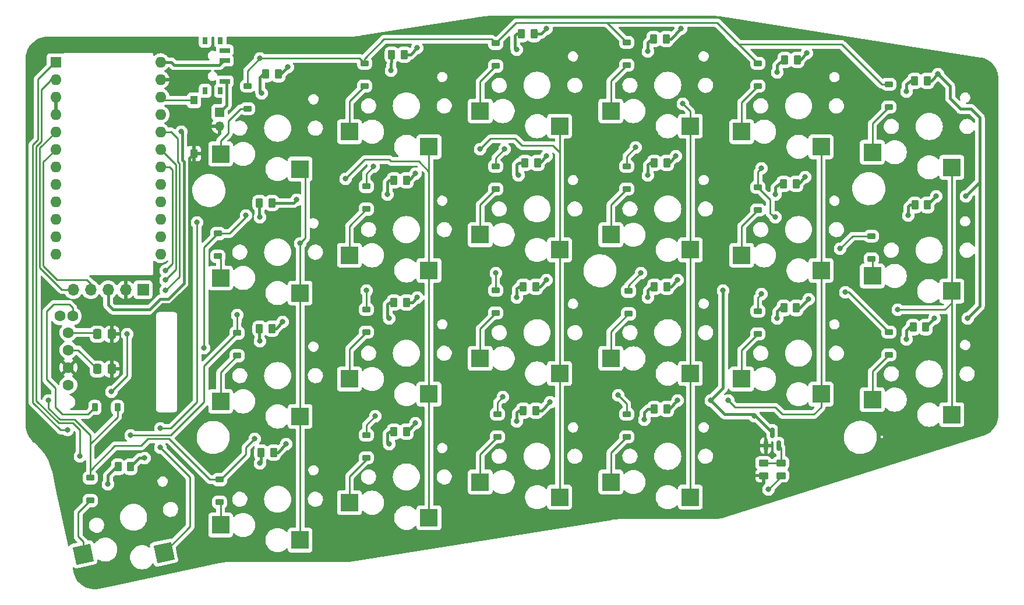
<source format=gbl>
%TF.GenerationSoftware,KiCad,Pcbnew,7.0.5-0*%
%TF.CreationDate,2023-09-10T21:20:09+09:30*%
%TF.ProjectId,Rolio,526f6c69-6f2e-46b6-9963-61645f706362,rev?*%
%TF.SameCoordinates,Original*%
%TF.FileFunction,Copper,L2,Bot*%
%TF.FilePolarity,Positive*%
%FSLAX46Y46*%
G04 Gerber Fmt 4.6, Leading zero omitted, Abs format (unit mm)*
G04 Created by KiCad (PCBNEW 7.0.5-0) date 2023-09-10 21:20:09*
%MOMM*%
%LPD*%
G01*
G04 APERTURE LIST*
G04 Aperture macros list*
%AMRoundRect*
0 Rectangle with rounded corners*
0 $1 Rounding radius*
0 $2 $3 $4 $5 $6 $7 $8 $9 X,Y pos of 4 corners*
0 Add a 4 corners polygon primitive as box body*
4,1,4,$2,$3,$4,$5,$6,$7,$8,$9,$2,$3,0*
0 Add four circle primitives for the rounded corners*
1,1,$1+$1,$2,$3*
1,1,$1+$1,$4,$5*
1,1,$1+$1,$6,$7*
1,1,$1+$1,$8,$9*
0 Add four rect primitives between the rounded corners*
20,1,$1+$1,$2,$3,$4,$5,0*
20,1,$1+$1,$4,$5,$6,$7,0*
20,1,$1+$1,$6,$7,$8,$9,0*
20,1,$1+$1,$8,$9,$2,$3,0*%
%AMRotRect*
0 Rectangle, with rotation*
0 The origin of the aperture is its center*
0 $1 length*
0 $2 width*
0 $3 Rotation angle, in degrees counterclockwise*
0 Add horizontal line*
21,1,$1,$2,0,0,$3*%
G04 Aperture macros list end*
%TA.AperFunction,SMDPad,CuDef*%
%ADD10R,2.600000X2.600000*%
%TD*%
%TA.AperFunction,ComponentPad*%
%ADD11R,1.700000X1.700000*%
%TD*%
%TA.AperFunction,ComponentPad*%
%ADD12O,1.700000X1.700000*%
%TD*%
%TA.AperFunction,ComponentPad*%
%ADD13C,1.600000*%
%TD*%
%TA.AperFunction,ComponentPad*%
%ADD14R,1.600000X1.600000*%
%TD*%
%TA.AperFunction,ComponentPad*%
%ADD15O,1.600000X1.600000*%
%TD*%
%TA.AperFunction,SMDPad,CuDef*%
%ADD16RotRect,2.600000X2.600000X12.000000*%
%TD*%
%TA.AperFunction,ComponentPad*%
%ADD17R,1.350000X1.350000*%
%TD*%
%TA.AperFunction,ComponentPad*%
%ADD18O,1.350000X1.350000*%
%TD*%
%TA.AperFunction,SMDPad,CuDef*%
%ADD19RoundRect,0.250000X0.262500X0.450000X-0.262500X0.450000X-0.262500X-0.450000X0.262500X-0.450000X0*%
%TD*%
%TA.AperFunction,SMDPad,CuDef*%
%ADD20RoundRect,0.225000X-0.375000X0.225000X-0.375000X-0.225000X0.375000X-0.225000X0.375000X0.225000X0*%
%TD*%
%TA.AperFunction,SMDPad,CuDef*%
%ADD21RoundRect,0.250000X0.337500X0.475000X-0.337500X0.475000X-0.337500X-0.475000X0.337500X-0.475000X0*%
%TD*%
%TA.AperFunction,SMDPad,CuDef*%
%ADD22RoundRect,0.250000X0.450000X-0.262500X0.450000X0.262500X-0.450000X0.262500X-0.450000X-0.262500X0*%
%TD*%
%TA.AperFunction,SMDPad,CuDef*%
%ADD23R,0.800000X1.000000*%
%TD*%
%TA.AperFunction,SMDPad,CuDef*%
%ADD24R,1.500000X0.700000*%
%TD*%
%TA.AperFunction,SMDPad,CuDef*%
%ADD25RoundRect,0.250000X-0.337500X-0.475000X0.337500X-0.475000X0.337500X0.475000X-0.337500X0.475000X0*%
%TD*%
%TA.AperFunction,SMDPad,CuDef*%
%ADD26R,1.000000X1.250000*%
%TD*%
%TA.AperFunction,SMDPad,CuDef*%
%ADD27RoundRect,0.225000X0.225000X0.375000X-0.225000X0.375000X-0.225000X-0.375000X0.225000X-0.375000X0*%
%TD*%
%TA.AperFunction,SMDPad,CuDef*%
%ADD28RoundRect,0.150000X0.150000X-0.587500X0.150000X0.587500X-0.150000X0.587500X-0.150000X-0.587500X0*%
%TD*%
%TA.AperFunction,ViaPad*%
%ADD29C,0.800000*%
%TD*%
%TA.AperFunction,Conductor*%
%ADD30C,0.250000*%
%TD*%
%TA.AperFunction,Conductor*%
%ADD31C,0.400000*%
%TD*%
G04 APERTURE END LIST*
D10*
X163095000Y-52480000D03*
X151545000Y-50280000D03*
X125095000Y-103480000D03*
X113545000Y-101280000D03*
X144095000Y-103480000D03*
X132545000Y-101280000D03*
X144095000Y-67480000D03*
X132545000Y-65280000D03*
X163095000Y-70480000D03*
X151545000Y-68280000D03*
D11*
X64547500Y-73280000D03*
D12*
X62007500Y-73280000D03*
X59467500Y-73280000D03*
X56927500Y-73280000D03*
X54387500Y-73280000D03*
D10*
X87375000Y-55730000D03*
X75825000Y-53530000D03*
D13*
X53697500Y-79520000D03*
X53697500Y-82060000D03*
X53697500Y-84600000D03*
X53697500Y-87140000D03*
X52472500Y-77130000D03*
X54322500Y-77130000D03*
D10*
X182095000Y-91480000D03*
X170545000Y-89280000D03*
X125095000Y-67480000D03*
X113545000Y-65280000D03*
X106095000Y-88480000D03*
X94545000Y-86280000D03*
X125095000Y-85480000D03*
X113545000Y-83280000D03*
X106095000Y-52480000D03*
X94545000Y-50280000D03*
D14*
X51847500Y-40170000D03*
D15*
X51847500Y-42710000D03*
X51847500Y-45250000D03*
X51847500Y-47790000D03*
X51847500Y-50330000D03*
X51847500Y-52870000D03*
X51847500Y-55410000D03*
X51847500Y-57950000D03*
X51847500Y-60490000D03*
X51847500Y-63030000D03*
X51847500Y-65570000D03*
X51847500Y-68110000D03*
X67087500Y-68110000D03*
X67087500Y-65570000D03*
X67087500Y-63030000D03*
X67087500Y-60490000D03*
X67087500Y-57950000D03*
X67087500Y-55410000D03*
X67087500Y-52870000D03*
X67087500Y-50330000D03*
X67087500Y-47790000D03*
X67087500Y-45250000D03*
X67087500Y-42710000D03*
X67087500Y-40170000D03*
D10*
X182095000Y-73480000D03*
X170545000Y-71280000D03*
X182095000Y-55480000D03*
X170545000Y-53280000D03*
X87375000Y-91730000D03*
X75825000Y-89530000D03*
X125095000Y-49480000D03*
X113545000Y-47280000D03*
D16*
X67600888Y-111543542D03*
X55845877Y-111792998D03*
D10*
X87375000Y-73775000D03*
X75825000Y-71575000D03*
X144095000Y-85480000D03*
X132545000Y-83280000D03*
D17*
X75673500Y-47460000D03*
D18*
X75673500Y-49460000D03*
D10*
X106095000Y-70480000D03*
X94545000Y-68280000D03*
X144095000Y-49480000D03*
X132545000Y-47280000D03*
X106095000Y-106480000D03*
X94545000Y-104280000D03*
X163095000Y-88480000D03*
X151545000Y-86280000D03*
X87375000Y-109730000D03*
X75825000Y-107530000D03*
D19*
X178543500Y-42888000D03*
X176718500Y-42888000D03*
D20*
X153905500Y-76416000D03*
X153905500Y-79716000D03*
D21*
X59987000Y-84836000D03*
X57912000Y-84836000D03*
D20*
X134855500Y-55334000D03*
X134855500Y-58634000D03*
X78213500Y-79592000D03*
X78213500Y-82892000D03*
D19*
X140697500Y-54826000D03*
X138872500Y-54826000D03*
D20*
X79737500Y-43650000D03*
X79737500Y-46950000D03*
D19*
X102851500Y-57366000D03*
X101026500Y-57366000D03*
D20*
X170415500Y-65496000D03*
X170415500Y-68796000D03*
X97009500Y-76162500D03*
X97009500Y-79462500D03*
D22*
X154733500Y-100339000D03*
X154733500Y-98514000D03*
D19*
X62738000Y-99060000D03*
X60913000Y-99060000D03*
D20*
X115805500Y-73368000D03*
X115805500Y-76668000D03*
D19*
X140697500Y-72860000D03*
X138872500Y-72860000D03*
X159512000Y-75946000D03*
X157687000Y-75946000D03*
X178562000Y-60960000D03*
X176737000Y-60960000D03*
D20*
X115805500Y-37428000D03*
X115805500Y-40728000D03*
D19*
X121647500Y-90894000D03*
X119822500Y-90894000D03*
D22*
X157273500Y-100339000D03*
X157273500Y-98514000D03*
D20*
X97009500Y-94454000D03*
X97009500Y-97754000D03*
X116059500Y-91402000D03*
X116059500Y-94702000D03*
X153905500Y-58382000D03*
X153905500Y-61682000D03*
X75419500Y-65114000D03*
X75419500Y-68414000D03*
D23*
X73566500Y-44348000D03*
X75776500Y-44348000D03*
X73566500Y-37048000D03*
X75776500Y-37048000D03*
D24*
X76426500Y-42948000D03*
X76426500Y-39948000D03*
X76426500Y-38448000D03*
D19*
X178308000Y-78740000D03*
X176483000Y-78740000D03*
D20*
X56877500Y-100674000D03*
X56877500Y-103974000D03*
D19*
X140594000Y-36792000D03*
X138769000Y-36792000D03*
D20*
X134855500Y-91402000D03*
X134855500Y-94702000D03*
X134855500Y-37300000D03*
X134855500Y-40600000D03*
D19*
X102512500Y-39078000D03*
X100687500Y-39078000D03*
D25*
X57913000Y-79756000D03*
X59988000Y-79756000D03*
D26*
X71931500Y-53472000D03*
X71931500Y-45722000D03*
D20*
X96755500Y-40348000D03*
X96755500Y-43648000D03*
X97009500Y-58256000D03*
X97009500Y-61556000D03*
D19*
X121901500Y-54826000D03*
X120076500Y-54826000D03*
D20*
X172955500Y-79464000D03*
X172955500Y-82764000D03*
D19*
X83293500Y-78956000D03*
X81468500Y-78956000D03*
X83547500Y-96990000D03*
X81722500Y-96990000D03*
D20*
X153905500Y-40348000D03*
X153905500Y-43648000D03*
D19*
X159644000Y-39840000D03*
X157819000Y-39840000D03*
D20*
X172955500Y-43396000D03*
X172955500Y-46696000D03*
X115805500Y-55334000D03*
X115805500Y-58634000D03*
D19*
X140697500Y-90640000D03*
X138872500Y-90640000D03*
D27*
X60832000Y-90424000D03*
X57532000Y-90424000D03*
D28*
X156953500Y-95974000D03*
X155053500Y-95974000D03*
X156003500Y-94099000D03*
D19*
X102851500Y-93942000D03*
X101026500Y-93942000D03*
D20*
X75673500Y-100928000D03*
X75673500Y-104228000D03*
D19*
X121393500Y-36068000D03*
X119568500Y-36068000D03*
D20*
X135109500Y-73496000D03*
X135109500Y-76796000D03*
D19*
X121647500Y-72860000D03*
X119822500Y-72860000D03*
X102851500Y-75146000D03*
X101026500Y-75146000D03*
X83293500Y-60668000D03*
X81468500Y-60668000D03*
X84224500Y-41910000D03*
X82399500Y-41910000D03*
X159493500Y-57874000D03*
X157668500Y-57874000D03*
D29*
X81534000Y-39624000D03*
X98044000Y-55372000D03*
X136144000Y-52578000D03*
X154432000Y-55626000D03*
X79502000Y-62484000D03*
X165862000Y-67310000D03*
X117094000Y-52832000D03*
X73406000Y-81788000D03*
X156464000Y-62738000D03*
X115824000Y-70866000D03*
X154432000Y-73914000D03*
X62738000Y-94488000D03*
X166624000Y-73660000D03*
X97028000Y-73406000D03*
X78232000Y-76962000D03*
X136906000Y-70866000D03*
X62230000Y-79756000D03*
X59944000Y-88138000D03*
X53594000Y-93713500D03*
X131064000Y-92964000D03*
X49530000Y-40386000D03*
X52832000Y-38100000D03*
X111252000Y-51562000D03*
X149860000Y-61722000D03*
X74676000Y-98044000D03*
X112776000Y-72898000D03*
X56642000Y-76962000D03*
X70612000Y-48006000D03*
X81534000Y-37846000D03*
X149860000Y-58166000D03*
X57912000Y-76962000D03*
X168402000Y-79248000D03*
X61976000Y-77978000D03*
X149860000Y-43434000D03*
X70104000Y-50292000D03*
X67818000Y-71882000D03*
X67818000Y-73406000D03*
X174244000Y-76200000D03*
X67818000Y-70485000D03*
X67056000Y-93472000D03*
X149606000Y-89408000D03*
X67056000Y-96266000D03*
X72390000Y-63500000D03*
X143002000Y-46228000D03*
X113538000Y-52832000D03*
X93980000Y-57150000D03*
X81788000Y-44704000D03*
X100584000Y-41402000D03*
X87375000Y-66548000D03*
X50800000Y-89408000D03*
X80772000Y-94996000D03*
X98298000Y-91694000D03*
X133604000Y-88646000D03*
X116840000Y-88900000D03*
X118872000Y-38354000D03*
X137922000Y-38608000D03*
X156718000Y-41656000D03*
X175514000Y-44450000D03*
X81534000Y-62738000D03*
X100076000Y-59436000D03*
X119126000Y-56642000D03*
X137922000Y-56642000D03*
X156464000Y-59436000D03*
X175768000Y-62484000D03*
X81534000Y-80772000D03*
X100330000Y-77470000D03*
X118872000Y-74422000D03*
X137922000Y-74422000D03*
X156718000Y-77470000D03*
X175514000Y-80518000D03*
X59436000Y-101600000D03*
X81534000Y-98552000D03*
X100330000Y-95758000D03*
X148844000Y-73406000D03*
X161290000Y-74676000D03*
X104140000Y-56388000D03*
X104140000Y-92710000D03*
X123190000Y-53848000D03*
X161036000Y-38862000D03*
X184404000Y-77470000D03*
X153416000Y-91694000D03*
X86868000Y-60198000D03*
X147066000Y-89408000D03*
X85344000Y-95758000D03*
X142748000Y-35306000D03*
X179832000Y-59690000D03*
X123190000Y-71882000D03*
X85598000Y-40894000D03*
X184150000Y-59690000D03*
X160782000Y-56896000D03*
X180086000Y-41910000D03*
X104394000Y-38100000D03*
X141986000Y-53848000D03*
X104394000Y-74422000D03*
X142240000Y-89408000D03*
X64770000Y-97790000D03*
X142240000Y-71882000D03*
X123190000Y-35306000D03*
X84836000Y-77978000D03*
X123698000Y-89662000D03*
X179578000Y-77470000D03*
X55372000Y-97536000D03*
X155448000Y-102362000D03*
X118872000Y-92456000D03*
X137414000Y-92202000D03*
D30*
X96755500Y-39642500D02*
X99568000Y-36830000D01*
X171920000Y-43396000D02*
X172955500Y-43396000D01*
X79737500Y-41420500D02*
X81534000Y-39624000D01*
X166106250Y-37582250D02*
X171920000Y-43396000D01*
X99568000Y-36830000D02*
X115207500Y-36830000D01*
X147988500Y-34431000D02*
X151139750Y-37582250D01*
X131826000Y-34431000D02*
X147988500Y-34431000D01*
X118802500Y-34431000D02*
X115805500Y-37428000D01*
X151139750Y-37582250D02*
X166106250Y-37582250D01*
X96755500Y-40348000D02*
X96755500Y-39642500D01*
X81534000Y-39624000D02*
X96031500Y-39624000D01*
X131826000Y-34431000D02*
X118802500Y-34431000D01*
X79737500Y-43650000D02*
X79737500Y-41420500D01*
X134855500Y-37300000D02*
X131986500Y-34431000D01*
X96031500Y-39624000D02*
X96755500Y-40348000D01*
X151139750Y-37582250D02*
X153905500Y-40348000D01*
X115207500Y-36830000D02*
X115805500Y-37428000D01*
X131986500Y-34431000D02*
X131826000Y-34431000D01*
X76943500Y-50508000D02*
X76943500Y-48730000D01*
X75825000Y-53530000D02*
X75825000Y-51626500D01*
X76943500Y-48730000D02*
X78723500Y-46950000D01*
X78723500Y-46950000D02*
X79737500Y-46950000D01*
X75825000Y-51626500D02*
X76943500Y-50508000D01*
X94545000Y-45858500D02*
X96755500Y-43648000D01*
X94545000Y-50280000D02*
X94545000Y-45858500D01*
X113545000Y-47280000D02*
X113545000Y-42988500D01*
X113545000Y-42988500D02*
X115805500Y-40728000D01*
X132545000Y-42910500D02*
X134855500Y-40600000D01*
X132545000Y-47280000D02*
X132545000Y-42910500D01*
X151545000Y-46008500D02*
X153905500Y-43648000D01*
X151545000Y-50280000D02*
X151545000Y-46008500D01*
X170545000Y-53280000D02*
X170545000Y-49106500D01*
X170545000Y-49106500D02*
X172955500Y-46696000D01*
X134855500Y-53866500D02*
X136144000Y-52578000D01*
X97009500Y-56406500D02*
X98044000Y-55372000D01*
X73406000Y-81788000D02*
X73406000Y-67127500D01*
X115805500Y-55334000D02*
X115805500Y-54120500D01*
X79502000Y-62484000D02*
X79502000Y-62738000D01*
X73406000Y-67127500D02*
X75419500Y-65114000D01*
X153905500Y-58382000D02*
X155702000Y-60178500D01*
X97009500Y-58256000D02*
X97009500Y-56406500D01*
X153924000Y-58363500D02*
X153924000Y-56134000D01*
X155702000Y-60178500D02*
X155702000Y-62230000D01*
X115805500Y-54120500D02*
X117094000Y-52832000D01*
X79502000Y-62738000D02*
X77126000Y-65114000D01*
X167676000Y-65496000D02*
X165862000Y-67310000D01*
X170415500Y-65496000D02*
X167676000Y-65496000D01*
X155702000Y-62230000D02*
X156464000Y-62738000D01*
X153924000Y-56134000D02*
X154432000Y-55626000D01*
X77126000Y-65114000D02*
X75419500Y-65114000D01*
X134855500Y-55334000D02*
X134855500Y-53866500D01*
X75825000Y-68819500D02*
X75419500Y-68414000D01*
X75825000Y-71575000D02*
X75825000Y-68819500D01*
X94545000Y-68280000D02*
X94545000Y-64020500D01*
X94545000Y-64020500D02*
X97009500Y-61556000D01*
X113545000Y-65280000D02*
X113545000Y-60894500D01*
X113545000Y-60894500D02*
X115805500Y-58634000D01*
X132545000Y-65280000D02*
X132545000Y-60944500D01*
X132545000Y-60944500D02*
X134855500Y-58634000D01*
X151545000Y-64042500D02*
X153905500Y-61682000D01*
X151545000Y-68280000D02*
X151545000Y-64042500D01*
X170545000Y-71280000D02*
X170545000Y-68925500D01*
X78213500Y-79592000D02*
X78232000Y-76962000D01*
X153905500Y-76416000D02*
X153905500Y-74440500D01*
X73406000Y-89662000D02*
X73406000Y-84399500D01*
X115805500Y-73368000D02*
X115805500Y-70884500D01*
X136906000Y-70866000D02*
X135109500Y-72662500D01*
X97009500Y-76162500D02*
X97009500Y-73424500D01*
X167151500Y-73660000D02*
X172955500Y-79464000D01*
X115805500Y-70884500D02*
X115824000Y-70866000D01*
X73406000Y-84399500D02*
X78213500Y-79592000D01*
X135109500Y-72662500D02*
X135109500Y-73496000D01*
X97009500Y-73424500D02*
X97028000Y-73406000D01*
X68580000Y-94488000D02*
X73406000Y-89662000D01*
X62738000Y-94488000D02*
X68580000Y-94488000D01*
X166624000Y-73660000D02*
X167151500Y-73660000D01*
X153905500Y-74440500D02*
X154432000Y-73914000D01*
X75825000Y-85280500D02*
X78213500Y-82892000D01*
X75825000Y-89530000D02*
X75825000Y-85280500D01*
X94545000Y-86280000D02*
X94545000Y-81927000D01*
X94545000Y-81927000D02*
X97009500Y-79462500D01*
X113545000Y-78928500D02*
X115805500Y-76668000D01*
X113545000Y-83280000D02*
X113545000Y-78928500D01*
X132545000Y-79360500D02*
X135109500Y-76796000D01*
X132545000Y-83280000D02*
X132545000Y-79360500D01*
X151545000Y-82076500D02*
X153905500Y-79716000D01*
X151545000Y-86280000D02*
X151545000Y-82076500D01*
X170545000Y-89280000D02*
X170545000Y-85174500D01*
X170545000Y-85174500D02*
X172955500Y-82764000D01*
X48530000Y-89678000D02*
X48530000Y-52233288D01*
X53594000Y-93713500D02*
X52565500Y-93713500D01*
X62230000Y-79756000D02*
X62230000Y-85852000D01*
X52565500Y-93713500D02*
X48530000Y-89678000D01*
X48530000Y-52233288D02*
X49284000Y-51479288D01*
X62230000Y-85852000D02*
X59944000Y-88138000D01*
X49284000Y-51479288D02*
X49284000Y-42657500D01*
X49284000Y-42657500D02*
X51809500Y-40132000D01*
D31*
X71267000Y-72668660D02*
X71267000Y-54136500D01*
X71267000Y-54136500D02*
X71931500Y-53472000D01*
X71931500Y-53472000D02*
X71931500Y-51004500D01*
X64814660Y-77978000D02*
X67366660Y-75426000D01*
X73476000Y-49460000D02*
X75673500Y-49460000D01*
X68509660Y-75426000D02*
X71267000Y-72668660D01*
X71931500Y-51004500D02*
X71931500Y-49325500D01*
X67366660Y-75426000D02*
X68509660Y-75426000D01*
X71931500Y-49325500D02*
X70612000Y-48006000D01*
X71931500Y-51004500D02*
X73476000Y-49460000D01*
X61976000Y-77978000D02*
X64814660Y-77978000D01*
X70517000Y-54637799D02*
X70271000Y-54391799D01*
X59467500Y-73280000D02*
X59467500Y-75469500D01*
X60198000Y-76200000D02*
X65532000Y-76200000D01*
X70271000Y-54391799D02*
X70271000Y-50459000D01*
X70271000Y-50459000D02*
X70104000Y-50292000D01*
X65532000Y-76200000D02*
X67056000Y-74676000D01*
X70517000Y-72358000D02*
X70517000Y-54637799D01*
X67056000Y-74676000D02*
X68199000Y-74676000D01*
X68199000Y-74676000D02*
X70517000Y-72358000D01*
X59467500Y-75469500D02*
X60198000Y-76200000D01*
D30*
X56927500Y-73280000D02*
X56927500Y-72421500D01*
X56388000Y-71882000D02*
X52070000Y-71882000D01*
X52070000Y-71882000D02*
X50038000Y-69850000D01*
X50038000Y-69850000D02*
X50038000Y-54679500D01*
X56927500Y-72421500D02*
X56388000Y-71882000D01*
X50038000Y-54679500D02*
X51847500Y-52870000D01*
X49530000Y-70049106D02*
X49530000Y-52647500D01*
X52760894Y-73280000D02*
X49530000Y-70049106D01*
X54387500Y-73280000D02*
X52760894Y-73280000D01*
X49530000Y-52647500D02*
X51847500Y-50330000D01*
X69342000Y-70358000D02*
X69342000Y-55124500D01*
X53697500Y-79520000D02*
X57677000Y-79520000D01*
X67818000Y-71882000D02*
X69342000Y-70358000D01*
X69342000Y-55124500D02*
X67087500Y-52870000D01*
X69842000Y-54917393D02*
X69596000Y-54671393D01*
X68542000Y-50330000D02*
X67087500Y-50330000D01*
X68580000Y-50292000D02*
X68542000Y-50330000D01*
X55136000Y-82060000D02*
X57912000Y-84836000D01*
X69596000Y-51308000D02*
X68580000Y-50292000D01*
X53697500Y-82060000D02*
X55136000Y-82060000D01*
X67818000Y-73406000D02*
X69842000Y-71382000D01*
X69842000Y-71382000D02*
X69842000Y-54917393D01*
X69596000Y-54671393D02*
X69596000Y-51308000D01*
X182095000Y-75207000D02*
X181102000Y-76200000D01*
X181102000Y-76200000D02*
X174244000Y-76200000D01*
X182095000Y-55480000D02*
X182095000Y-73480000D01*
X182095000Y-73480000D02*
X182095000Y-75207000D01*
X68834000Y-69469000D02*
X68834000Y-55880000D01*
X68364000Y-55410000D02*
X67087500Y-55410000D01*
X67818000Y-70485000D02*
X68834000Y-69469000D01*
X182095000Y-73480000D02*
X182095000Y-91480000D01*
X68834000Y-55880000D02*
X68364000Y-55410000D01*
X163095000Y-70480000D02*
X163095000Y-88480000D01*
X71374000Y-100584000D02*
X67056000Y-96266000D01*
X72390000Y-89662000D02*
X68580000Y-93472000D01*
X71374000Y-107770430D02*
X71374000Y-100584000D01*
X163095000Y-52480000D02*
X163095000Y-70480000D01*
X156464000Y-90424000D02*
X157480000Y-91440000D01*
X67600888Y-111543542D02*
X71374000Y-107770430D01*
X72390000Y-63500000D02*
X72390000Y-89662000D01*
X149606000Y-89408000D02*
X150622000Y-90424000D01*
X157480000Y-91440000D02*
X162052000Y-91440000D01*
X163095000Y-90397000D02*
X163095000Y-88480000D01*
X162052000Y-91440000D02*
X163095000Y-90397000D01*
X150622000Y-90424000D02*
X156464000Y-90424000D01*
X68580000Y-93472000D02*
X67056000Y-93472000D01*
X144095000Y-49480000D02*
X144095000Y-67480000D01*
X144095000Y-85480000D02*
X144095000Y-103480000D01*
X144095000Y-47321000D02*
X143002000Y-46228000D01*
X144095000Y-49480000D02*
X144095000Y-47321000D01*
X144095000Y-67480000D02*
X144095000Y-85480000D01*
X125095000Y-85480000D02*
X125095000Y-103480000D01*
X125095000Y-85480000D02*
X125095000Y-67480000D01*
X124079000Y-52324000D02*
X125095000Y-53340000D01*
X113538000Y-52832000D02*
X115062000Y-51308000D01*
X115062000Y-51308000D02*
X118618000Y-51308000D01*
X118618000Y-51308000D02*
X119634000Y-52324000D01*
X119634000Y-52324000D02*
X124079000Y-52324000D01*
X125095000Y-67480000D02*
X125095000Y-53340000D01*
X125095000Y-53340000D02*
X125095000Y-49480000D01*
X104648000Y-54610000D02*
X106095000Y-56057000D01*
X106095000Y-88480000D02*
X106095000Y-70480000D01*
X96774000Y-54356000D02*
X100330000Y-54356000D01*
X106095000Y-70480000D02*
X106095000Y-56896000D01*
X106095000Y-88480000D02*
X106095000Y-106730000D01*
X106095000Y-56057000D02*
X106095000Y-56896000D01*
X106095000Y-56896000D02*
X106095000Y-52480000D01*
X100584000Y-54610000D02*
X104648000Y-54610000D01*
X100330000Y-54356000D02*
X100584000Y-54610000D01*
X93980000Y-57150000D02*
X96774000Y-54356000D01*
D31*
X81534000Y-44450000D02*
X81788000Y-44704000D01*
X82042000Y-41910000D02*
X81534000Y-42418000D01*
X81534000Y-42418000D02*
X81534000Y-44450000D01*
X82399500Y-41910000D02*
X82042000Y-41910000D01*
D30*
X71931500Y-45722000D02*
X67559500Y-45722000D01*
X50546000Y-76454000D02*
X50546000Y-86360000D01*
X56516000Y-91440000D02*
X57532000Y-90424000D01*
X51816000Y-90424000D02*
X52832000Y-91440000D01*
X54322500Y-75912500D02*
X53848000Y-75438000D01*
X51562000Y-75438000D02*
X50546000Y-76454000D01*
X54322500Y-77130000D02*
X54322500Y-75912500D01*
X50546000Y-86360000D02*
X51816000Y-87630000D01*
X52832000Y-91440000D02*
X56516000Y-91440000D01*
X51816000Y-87630000D02*
X51816000Y-90424000D01*
X53848000Y-75438000D02*
X51562000Y-75438000D01*
X55845877Y-109947877D02*
X55118000Y-109220000D01*
X55118000Y-105733500D02*
X56877500Y-103974000D01*
X55845877Y-111792998D02*
X55845877Y-109947877D01*
X55118000Y-109220000D02*
X55118000Y-105733500D01*
X75825000Y-107530000D02*
X75825000Y-104379500D01*
X94545000Y-100468500D02*
X97009500Y-98004000D01*
X94545000Y-104530000D02*
X94545000Y-100468500D01*
X113545000Y-101280000D02*
X113545000Y-97216500D01*
X113545000Y-97216500D02*
X116059500Y-94702000D01*
D31*
X100687500Y-39078000D02*
X100584000Y-41402000D01*
D30*
X87375000Y-91730000D02*
X87375000Y-73775000D01*
X87375000Y-66548000D02*
X88138000Y-65785000D01*
X87375000Y-66548000D02*
X87375000Y-73775000D01*
X88138000Y-65785000D02*
X88138000Y-56493000D01*
X87375000Y-91730000D02*
X87375000Y-109730000D01*
X60832000Y-91803500D02*
X56877500Y-95758000D01*
X79502000Y-97282000D02*
X79502000Y-96266000D01*
X60452000Y-96012000D02*
X64262000Y-96012000D01*
X52468212Y-92202000D02*
X54610000Y-92202000D01*
X65278000Y-94996000D02*
X68326000Y-94996000D01*
X60832000Y-90424000D02*
X60832000Y-91803500D01*
X50800000Y-89408000D02*
X50800000Y-90533788D01*
X97009500Y-92982500D02*
X97009500Y-94704000D01*
X79502000Y-96266000D02*
X80772000Y-94996000D01*
X116840000Y-88900000D02*
X116059500Y-89680500D01*
X56877500Y-94469500D02*
X56877500Y-95758000D01*
X64262000Y-96012000D02*
X65278000Y-94996000D01*
X68326000Y-94996000D02*
X74258000Y-100928000D01*
X54610000Y-92202000D02*
X56877500Y-94469500D01*
X134855500Y-89897500D02*
X134855500Y-91402000D01*
X75856000Y-100928000D02*
X79502000Y-97282000D01*
X56877500Y-100076000D02*
X56877500Y-95758000D01*
X50800000Y-90533788D02*
X52468212Y-92202000D01*
X133604000Y-88646000D02*
X134855500Y-89897500D01*
X56877500Y-100076000D02*
X56877500Y-100674000D01*
X116059500Y-89680500D02*
X116059500Y-91402000D01*
X56877500Y-99586500D02*
X60452000Y-96012000D01*
X56877500Y-100076000D02*
X56877500Y-99586500D01*
X98298000Y-91694000D02*
X97009500Y-92982500D01*
X74258000Y-100928000D02*
X75673500Y-100928000D01*
D31*
X118618000Y-38100000D02*
X118872000Y-38354000D01*
X119568500Y-36068000D02*
X118872000Y-36068000D01*
X118618000Y-36322000D02*
X118618000Y-38100000D01*
X118872000Y-36068000D02*
X118618000Y-36322000D01*
X137922000Y-37338000D02*
X137922000Y-38608000D01*
X138468000Y-36792000D02*
X137922000Y-37338000D01*
X156718000Y-40640000D02*
X157518000Y-39840000D01*
X156718000Y-40640000D02*
X156718000Y-41656000D01*
X175514000Y-43434000D02*
X175514000Y-44450000D01*
X176060000Y-42888000D02*
X175514000Y-43434000D01*
X176718500Y-42888000D02*
X176060000Y-42888000D01*
X81468500Y-60668000D02*
X81468500Y-62672500D01*
X81468500Y-62672500D02*
X81534000Y-62738000D01*
X100076000Y-57658000D02*
X100076000Y-59436000D01*
X100330000Y-57404000D02*
X100076000Y-57658000D01*
X101026500Y-57366000D02*
X100368000Y-57366000D01*
X100368000Y-57366000D02*
X100330000Y-57404000D01*
X119164000Y-54826000D02*
X118872000Y-55118000D01*
X118872000Y-56388000D02*
X119126000Y-56642000D01*
X118872000Y-55118000D02*
X118872000Y-56388000D01*
X120076500Y-54826000D02*
X119164000Y-54826000D01*
X138214000Y-54826000D02*
X137922000Y-55118000D01*
X138872500Y-54826000D02*
X138214000Y-54826000D01*
X137922000Y-55118000D02*
X137922000Y-56642000D01*
X157668500Y-57874000D02*
X157010000Y-57874000D01*
X156464000Y-58420000D02*
X156464000Y-59436000D01*
X156464000Y-58420000D02*
X157010000Y-57874000D01*
X176022000Y-60960000D02*
X175768000Y-61214000D01*
X175768000Y-61214000D02*
X175768000Y-62484000D01*
X176737000Y-60960000D02*
X176022000Y-60960000D01*
X81468500Y-80706500D02*
X81534000Y-80772000D01*
X81468500Y-78956000D02*
X81468500Y-80706500D01*
X101026500Y-75146000D02*
X100368000Y-75146000D01*
X100076000Y-77216000D02*
X100330000Y-77470000D01*
X100076000Y-75438000D02*
X100076000Y-77216000D01*
X100368000Y-75146000D02*
X100076000Y-75438000D01*
X119822500Y-72860000D02*
X119164000Y-72860000D01*
X119164000Y-72860000D02*
X118872000Y-73152000D01*
X118872000Y-73152000D02*
X118872000Y-74422000D01*
X137922000Y-73406000D02*
X137922000Y-74422000D01*
X138468000Y-72860000D02*
X137922000Y-73406000D01*
X138872500Y-72860000D02*
X138468000Y-72860000D01*
X156718000Y-76454000D02*
X156718000Y-77470000D01*
X157687000Y-75946000D02*
X157226000Y-75946000D01*
X157226000Y-75946000D02*
X156718000Y-76454000D01*
X176022000Y-78740000D02*
X175514000Y-79248000D01*
X175514000Y-79248000D02*
X175514000Y-80518000D01*
X176483000Y-78740000D02*
X176022000Y-78740000D01*
X59436000Y-100330000D02*
X60706000Y-99060000D01*
X59436000Y-100330000D02*
X59436000Y-101600000D01*
X81722500Y-96990000D02*
X81722500Y-98363500D01*
X81722500Y-98363500D02*
X81534000Y-98552000D01*
X101026500Y-93942000D02*
X100368000Y-93942000D01*
X100076000Y-95504000D02*
X100330000Y-95758000D01*
X100076000Y-94234000D02*
X100076000Y-95504000D01*
X100368000Y-93942000D02*
X100076000Y-94234000D01*
D30*
X157273500Y-96294000D02*
X156953500Y-95974000D01*
X157273500Y-98514000D02*
X157273500Y-96294000D01*
X157273500Y-98514000D02*
X154733500Y-98514000D01*
D31*
X122212000Y-54826000D02*
X123190000Y-53848000D01*
X122428000Y-36068000D02*
X123190000Y-35306000D01*
X159644000Y-39840000D02*
X160058000Y-39840000D01*
X149098000Y-91440000D02*
X147066000Y-89408000D01*
X184404000Y-77470000D02*
X186182000Y-75692000D01*
X153416000Y-91511500D02*
X153344500Y-91440000D01*
X122212000Y-72860000D02*
X123190000Y-71882000D01*
X83293500Y-78956000D02*
X83858000Y-78956000D01*
X186182000Y-48260000D02*
X186182000Y-57658000D01*
X178562000Y-60960000D02*
X179832000Y-59690000D01*
X149098000Y-91440000D02*
X153344500Y-91440000D01*
X140697500Y-72860000D02*
X141262000Y-72860000D01*
X186182000Y-57658000D02*
X184150000Y-59690000D01*
X153416000Y-91694000D02*
X153416000Y-91511500D01*
X159804000Y-57874000D02*
X160782000Y-56896000D01*
X102851500Y-75146000D02*
X103670000Y-75146000D01*
X121393500Y-36068000D02*
X122428000Y-36068000D01*
X184912000Y-46990000D02*
X183388000Y-46990000D01*
X181864000Y-43688000D02*
X180086000Y-41910000D01*
X102908000Y-93942000D02*
X104140000Y-92710000D01*
X86398000Y-60668000D02*
X83293500Y-60668000D01*
X141262000Y-72860000D02*
X142240000Y-71882000D01*
X103670000Y-75146000D02*
X104394000Y-74422000D01*
X62738000Y-99060000D02*
X64008000Y-97790000D01*
X86868000Y-60198000D02*
X86398000Y-60668000D01*
X181864000Y-45466000D02*
X181864000Y-43688000D01*
X179108000Y-42888000D02*
X180086000Y-41910000D01*
X156003500Y-94099000D02*
X153598500Y-91694000D01*
X153598500Y-91694000D02*
X153416000Y-91694000D01*
X84582000Y-41910000D02*
X85598000Y-40894000D01*
X122466000Y-90894000D02*
X121647500Y-90894000D01*
X103416000Y-39078000D02*
X104394000Y-38100000D01*
X121647500Y-72860000D02*
X122212000Y-72860000D01*
X160058000Y-39840000D02*
X161036000Y-38862000D01*
X148844000Y-87630000D02*
X148844000Y-73406000D01*
X183388000Y-46990000D02*
X181864000Y-45466000D01*
X141008000Y-90640000D02*
X142240000Y-89408000D01*
X142748000Y-35306000D02*
X141262000Y-36792000D01*
X178308000Y-78740000D02*
X179578000Y-77470000D01*
X159512000Y-75946000D02*
X160020000Y-75946000D01*
X64008000Y-97790000D02*
X64770000Y-97790000D01*
X83858000Y-78956000D02*
X84836000Y-77978000D01*
X160020000Y-75946000D02*
X161290000Y-74676000D01*
X123698000Y-89662000D02*
X122466000Y-90894000D01*
X102512500Y-39078000D02*
X103416000Y-39078000D01*
X141008000Y-54826000D02*
X141986000Y-53848000D01*
X84112000Y-96990000D02*
X85344000Y-95758000D01*
X186182000Y-48260000D02*
X184912000Y-46990000D01*
X84224500Y-41910000D02*
X84582000Y-41910000D01*
X147066000Y-89408000D02*
X148844000Y-87630000D01*
X178543500Y-42888000D02*
X179108000Y-42888000D01*
X103162000Y-57366000D02*
X104140000Y-56388000D01*
X141262000Y-36792000D02*
X140594000Y-36792000D01*
X83547500Y-96990000D02*
X84112000Y-96990000D01*
X186182000Y-75692000D02*
X186182000Y-57658000D01*
D30*
X52269106Y-92710000D02*
X54356000Y-92710000D01*
X51054000Y-42926000D02*
X49784000Y-44196000D01*
X49030000Y-52440394D02*
X49030000Y-89470894D01*
X55372000Y-93726000D02*
X54356000Y-92710000D01*
X155448000Y-102362000D02*
X157273500Y-100536500D01*
X51054000Y-42710000D02*
X51054000Y-42926000D01*
X51847500Y-42710000D02*
X51054000Y-42710000D01*
X49784000Y-44196000D02*
X49784000Y-51686394D01*
X49030000Y-89470894D02*
X52269106Y-92710000D01*
X49784000Y-51686394D02*
X49030000Y-52440394D01*
X55372000Y-97536000D02*
X55372000Y-93726000D01*
D31*
X118872000Y-91186000D02*
X118872000Y-92456000D01*
X119164000Y-90894000D02*
X118872000Y-91186000D01*
X119822500Y-90894000D02*
X119164000Y-90894000D01*
X76726500Y-46407000D02*
X75673500Y-47460000D01*
X76726500Y-43098000D02*
X76726500Y-46407000D01*
X75622500Y-40602000D02*
X69069500Y-40602000D01*
X69069500Y-40602000D02*
X68637500Y-40170000D01*
X68637500Y-40170000D02*
X67087500Y-40170000D01*
X76426500Y-39798000D02*
X75622500Y-40602000D01*
D30*
X132545000Y-101280000D02*
X132545000Y-97012500D01*
X132545000Y-97012500D02*
X134855500Y-94702000D01*
D31*
X137922000Y-90678000D02*
X137414000Y-91186000D01*
X137414000Y-91186000D02*
X137414000Y-92202000D01*
X138214000Y-90640000D02*
X138176000Y-90678000D01*
X138872500Y-90640000D02*
X138214000Y-90640000D01*
X138176000Y-90678000D02*
X137922000Y-90678000D01*
%TA.AperFunction,Conductor*%
G36*
X147567562Y-33427111D02*
G01*
X147586059Y-33427593D01*
X147833773Y-33434056D01*
X147836923Y-33434221D01*
X148101636Y-33454985D01*
X148104753Y-33455311D01*
X148368937Y-33489975D01*
X148370471Y-33490197D01*
X148408990Y-33496277D01*
X148408990Y-33496276D01*
X148438372Y-33500914D01*
X148438376Y-33500914D01*
X186227272Y-39465387D01*
X186230349Y-39465954D01*
X186269357Y-39474148D01*
X186537003Y-39530371D01*
X186543028Y-39531958D01*
X186840116Y-39626493D01*
X186845966Y-39628685D01*
X187109887Y-39743108D01*
X187131998Y-39752695D01*
X187137612Y-39755474D01*
X187409679Y-39907696D01*
X187414985Y-39911027D01*
X187481103Y-39957349D01*
X187670305Y-40089904D01*
X187675236Y-40093744D01*
X187813166Y-40212814D01*
X187911223Y-40297464D01*
X187915752Y-40301791D01*
X188129988Y-40528267D01*
X188134058Y-40533030D01*
X188202127Y-40621352D01*
X188307945Y-40758656D01*
X188324356Y-40779949D01*
X188327922Y-40785094D01*
X188486486Y-41040499D01*
X188492363Y-41049965D01*
X188495390Y-41055441D01*
X188628541Y-41327892D01*
X188632271Y-41335525D01*
X188634734Y-41341285D01*
X188742674Y-41633753D01*
X188744543Y-41639732D01*
X188822438Y-41941596D01*
X188823695Y-41947733D01*
X188870751Y-42255900D01*
X188871383Y-42262133D01*
X188887219Y-42575448D01*
X188887298Y-42578578D01*
X188887298Y-91518857D01*
X188887212Y-91522122D01*
X188869994Y-91848661D01*
X188869306Y-91855163D01*
X188818078Y-92176448D01*
X188816710Y-92182842D01*
X188731951Y-92496969D01*
X188729917Y-92503184D01*
X188612575Y-92806633D01*
X188609899Y-92812599D01*
X188461274Y-93102014D01*
X188457985Y-93107665D01*
X188279724Y-93379835D01*
X188275859Y-93385108D01*
X188069943Y-93637014D01*
X188065544Y-93641851D01*
X187834268Y-93870680D01*
X187829384Y-93875027D01*
X187575307Y-94078250D01*
X187569993Y-94082059D01*
X187295948Y-94257408D01*
X187290263Y-94260637D01*
X186999270Y-94406181D01*
X186993280Y-94408792D01*
X186940243Y-94428656D01*
X186687790Y-94523203D01*
X186684702Y-94524268D01*
X186659304Y-94532282D01*
X186656555Y-94533148D01*
X186656538Y-94533155D01*
X148636554Y-106529760D01*
X148634282Y-106530430D01*
X148405655Y-106593076D01*
X148401041Y-106594152D01*
X148169480Y-106638934D01*
X148164797Y-106639655D01*
X147930483Y-106666630D01*
X147925767Y-106666991D01*
X147688917Y-106676045D01*
X147686587Y-106676090D01*
X133940579Y-106676090D01*
X133940405Y-106676099D01*
X133766702Y-106676108D01*
X133367529Y-106697253D01*
X132969987Y-106739494D01*
X132797988Y-106767027D01*
X132797947Y-106767032D01*
X132775542Y-106770620D01*
X132773446Y-106770956D01*
X132773440Y-106770957D01*
X132773439Y-106770956D01*
X132772735Y-106771069D01*
X132772616Y-106771089D01*
X132759595Y-106773174D01*
X132736631Y-106776851D01*
X132736621Y-106776852D01*
X94587221Y-112886329D01*
X94585596Y-112886567D01*
X94422777Y-112908237D01*
X94419514Y-112908583D01*
X94327731Y-112915885D01*
X94256621Y-112921542D01*
X94253362Y-112921715D01*
X94089021Y-112926068D01*
X94087379Y-112926090D01*
X77209579Y-112926090D01*
X77209430Y-112926098D01*
X77037820Y-112926098D01*
X76642946Y-112946794D01*
X76642937Y-112946794D01*
X76249674Y-112988126D01*
X76249672Y-112988126D01*
X76249665Y-112988127D01*
X76020267Y-113024457D01*
X75859106Y-113049980D01*
X75694345Y-113084998D01*
X75694152Y-113085040D01*
X75687799Y-113086390D01*
X75687798Y-113086390D01*
X75683699Y-113087261D01*
X75665705Y-113091085D01*
X75665705Y-113091086D01*
X75626695Y-113099377D01*
X75626693Y-113099378D01*
X75618977Y-113101018D01*
X75618976Y-113101017D01*
X60669394Y-116278649D01*
X58173327Y-116809204D01*
X58170142Y-116809794D01*
X57849350Y-116860606D01*
X57842891Y-116861285D01*
X57520170Y-116878200D01*
X57513676Y-116878200D01*
X57190953Y-116861289D01*
X57184494Y-116860610D01*
X57024906Y-116835335D01*
X56865307Y-116810058D01*
X56858967Y-116808710D01*
X56638578Y-116749658D01*
X56546806Y-116725068D01*
X56540634Y-116723063D01*
X56238941Y-116607254D01*
X56233009Y-116604613D01*
X55945060Y-116457897D01*
X55939436Y-116454650D01*
X55668418Y-116278649D01*
X55663164Y-116274832D01*
X55412013Y-116071454D01*
X55407187Y-116067108D01*
X55178680Y-115838600D01*
X55174342Y-115833783D01*
X54970956Y-115582621D01*
X54967148Y-115577379D01*
X54791128Y-115306329D01*
X54787901Y-115300739D01*
X54641183Y-115012783D01*
X54638549Y-115006869D01*
X54522726Y-114705137D01*
X54520731Y-114698996D01*
X54436680Y-114385305D01*
X54435933Y-114382194D01*
X54320216Y-113837786D01*
X54325532Y-113768122D01*
X54367669Y-113712388D01*
X54433249Y-113688283D01*
X54501450Y-113703460D01*
X54523147Y-113718677D01*
X54569176Y-113758946D01*
X54569177Y-113758946D01*
X54569179Y-113758948D01*
X54638754Y-113791123D01*
X54699805Y-113819357D01*
X54842163Y-113840516D01*
X54901803Y-113834391D01*
X54901811Y-113834389D01*
X54901813Y-113834389D01*
X57538626Y-113273916D01*
X57538626Y-113273915D01*
X57538640Y-113273913D01*
X57595616Y-113255252D01*
X57717060Y-113178019D01*
X57811825Y-113069699D01*
X57872236Y-112939070D01*
X57893395Y-112796712D01*
X57892655Y-112789510D01*
X57887270Y-112737075D01*
X57887270Y-112737072D01*
X57878645Y-112696495D01*
X57883960Y-112626831D01*
X57926096Y-112571097D01*
X57991675Y-112546990D01*
X58059877Y-112562166D01*
X58061930Y-112563325D01*
X58287668Y-112693655D01*
X58531895Y-112789507D01*
X58787681Y-112847889D01*
X58787687Y-112847889D01*
X58787690Y-112847890D01*
X58983795Y-112862586D01*
X58983814Y-112862586D01*
X58983817Y-112862587D01*
X58983819Y-112862587D01*
X59114803Y-112862587D01*
X59114805Y-112862587D01*
X59114807Y-112862586D01*
X59114826Y-112862586D01*
X59310931Y-112847890D01*
X59310933Y-112847889D01*
X59310941Y-112847889D01*
X59566727Y-112789507D01*
X59810954Y-112693655D01*
X60038168Y-112562473D01*
X60243292Y-112398892D01*
X60421744Y-112206566D01*
X60569539Y-111989791D01*
X60683374Y-111753410D01*
X60760707Y-111502702D01*
X60799811Y-111243269D01*
X60799811Y-110980905D01*
X60760707Y-110721472D01*
X60683374Y-110470764D01*
X60671432Y-110445967D01*
X60569543Y-110234390D01*
X60569542Y-110234389D01*
X60569541Y-110234388D01*
X60569539Y-110234383D01*
X60421744Y-110017608D01*
X60354448Y-109945080D01*
X60243296Y-109825285D01*
X60150904Y-109751605D01*
X60038168Y-109661701D01*
X59810954Y-109530519D01*
X59566727Y-109434667D01*
X59566722Y-109434665D01*
X59566713Y-109434663D01*
X59313162Y-109376792D01*
X59310941Y-109376285D01*
X59310940Y-109376284D01*
X59310936Y-109376284D01*
X59310931Y-109376283D01*
X59114826Y-109361587D01*
X59114805Y-109361587D01*
X58983817Y-109361587D01*
X58983795Y-109361587D01*
X58787690Y-109376283D01*
X58787685Y-109376284D01*
X58531908Y-109434663D01*
X58531889Y-109434669D01*
X58287667Y-109530519D01*
X58060454Y-109661701D01*
X57855325Y-109825285D01*
X57676875Y-110017611D01*
X57560032Y-110188988D01*
X57506003Y-110233290D01*
X57436600Y-110241348D01*
X57373857Y-110210606D01*
X57337696Y-110150822D01*
X57336298Y-110144961D01*
X57326792Y-110100235D01*
X57308131Y-110043259D01*
X57230898Y-109921815D01*
X57161598Y-109861187D01*
X57122580Y-109827051D01*
X57122574Y-109827047D01*
X56991949Y-109766639D01*
X56849587Y-109745479D01*
X56789954Y-109751604D01*
X56789940Y-109751606D01*
X56573268Y-109797661D01*
X56503601Y-109792345D01*
X56447867Y-109750208D01*
X56428410Y-109710964D01*
X56424494Y-109697484D01*
X56424493Y-109697483D01*
X56414300Y-109680248D01*
X56405738Y-109662771D01*
X56398364Y-109644147D01*
X56398363Y-109644145D01*
X56370954Y-109606420D01*
X56367765Y-109601563D01*
X56366138Y-109598812D01*
X56344047Y-109561457D01*
X56344045Y-109561455D01*
X56344042Y-109561451D01*
X56329883Y-109547292D01*
X56317245Y-109532496D01*
X56315809Y-109530519D01*
X56305471Y-109516290D01*
X56294780Y-109507446D01*
X56269565Y-109486586D01*
X56265253Y-109482663D01*
X55779819Y-108997228D01*
X55746334Y-108935905D01*
X55743500Y-108909547D01*
X55743500Y-107495344D01*
X56675411Y-107495344D01*
X56685420Y-107705448D01*
X56735010Y-107909860D01*
X56773526Y-107994198D01*
X56822388Y-108101193D01*
X56822392Y-108101199D01*
X56944394Y-108272528D01*
X56944399Y-108272533D01*
X57096631Y-108417686D01*
X57273582Y-108531405D01*
X57468856Y-108609582D01*
X57597652Y-108634405D01*
X57675396Y-108649389D01*
X57675397Y-108649389D01*
X57833029Y-108649389D01*
X57833036Y-108649389D01*
X57989957Y-108634405D01*
X58191779Y-108575145D01*
X58378738Y-108478760D01*
X58544078Y-108348736D01*
X58681823Y-108189770D01*
X58786994Y-108007608D01*
X58855790Y-107808835D01*
X58885725Y-107600634D01*
X58875716Y-107390530D01*
X58826126Y-107186118D01*
X58738747Y-106994784D01*
X58738743Y-106994778D01*
X58616741Y-106823449D01*
X58616735Y-106823443D01*
X58464507Y-106678294D01*
X58464505Y-106678292D01*
X58287554Y-106564573D01*
X58287552Y-106564572D01*
X58092289Y-106486399D01*
X58092282Y-106486396D01*
X58092280Y-106486396D01*
X58092277Y-106486395D01*
X58092276Y-106486395D01*
X57885740Y-106446589D01*
X57885739Y-106446589D01*
X57728100Y-106446589D01*
X57571178Y-106461573D01*
X57571179Y-106461573D01*
X57571175Y-106461574D01*
X57369359Y-106520832D01*
X57182399Y-106617217D01*
X57017058Y-106747241D01*
X57017057Y-106747242D01*
X56879317Y-106906203D01*
X56879308Y-106906214D01*
X56774142Y-107088368D01*
X56705347Y-107287137D01*
X56705346Y-107287142D01*
X56705346Y-107287143D01*
X56675411Y-107495344D01*
X55743500Y-107495344D01*
X55743500Y-106404476D01*
X61190361Y-106404476D01*
X61210413Y-106684839D01*
X61210414Y-106684846D01*
X61260576Y-106915432D01*
X61270161Y-106959493D01*
X61317759Y-107087108D01*
X61368388Y-107222851D01*
X61368390Y-107222855D01*
X61503091Y-107469542D01*
X61503096Y-107469550D01*
X61671532Y-107694555D01*
X61671548Y-107694573D01*
X61870281Y-107893306D01*
X61870299Y-107893322D01*
X62095304Y-108061758D01*
X62095312Y-108061763D01*
X62341999Y-108196464D01*
X62342003Y-108196466D01*
X62342005Y-108196467D01*
X62605362Y-108294694D01*
X62880017Y-108354442D01*
X63090205Y-108369475D01*
X63230555Y-108369475D01*
X63440743Y-108354442D01*
X63715398Y-108294694D01*
X63978755Y-108196467D01*
X64225453Y-108061760D01*
X64450468Y-107893316D01*
X64649221Y-107694563D01*
X64817665Y-107469548D01*
X64952372Y-107222850D01*
X65050599Y-106959493D01*
X65110347Y-106684838D01*
X65130399Y-106404475D01*
X65110347Y-106124112D01*
X65050599Y-105849457D01*
X64952372Y-105586100D01*
X64944668Y-105571992D01*
X64817668Y-105339407D01*
X64817663Y-105339399D01*
X64719536Y-105208316D01*
X67435035Y-105208316D01*
X67445044Y-105418420D01*
X67494634Y-105622832D01*
X67543348Y-105729501D01*
X67582012Y-105814165D01*
X67582016Y-105814171D01*
X67704018Y-105985500D01*
X67704024Y-105985506D01*
X67735798Y-106015802D01*
X67856255Y-106130658D01*
X68033206Y-106244377D01*
X68228480Y-106322554D01*
X68383385Y-106352409D01*
X68435020Y-106362361D01*
X68435021Y-106362361D01*
X68592653Y-106362361D01*
X68592660Y-106362361D01*
X68749581Y-106347377D01*
X68951403Y-106288117D01*
X69138362Y-106191732D01*
X69303702Y-106061708D01*
X69441447Y-105902742D01*
X69546618Y-105720580D01*
X69615414Y-105521807D01*
X69645349Y-105313606D01*
X69635340Y-105103502D01*
X69585750Y-104899090D01*
X69498371Y-104707756D01*
X69498367Y-104707750D01*
X69376365Y-104536421D01*
X69376359Y-104536415D01*
X69224131Y-104391266D01*
X69224129Y-104391264D01*
X69047178Y-104277545D01*
X68971761Y-104247352D01*
X68851913Y-104199371D01*
X68851906Y-104199368D01*
X68851904Y-104199368D01*
X68851901Y-104199367D01*
X68851900Y-104199367D01*
X68645364Y-104159561D01*
X68645363Y-104159561D01*
X68487724Y-104159561D01*
X68330802Y-104174545D01*
X68330803Y-104174545D01*
X68330799Y-104174546D01*
X68128983Y-104233804D01*
X67942023Y-104330189D01*
X67776682Y-104460213D01*
X67776681Y-104460214D01*
X67638941Y-104619175D01*
X67638932Y-104619186D01*
X67533766Y-104801340D01*
X67464971Y-105000109D01*
X67464970Y-105000114D01*
X67464970Y-105000115D01*
X67435035Y-105208316D01*
X64719536Y-105208316D01*
X64649227Y-105114394D01*
X64649211Y-105114376D01*
X64450478Y-104915643D01*
X64450460Y-104915627D01*
X64225455Y-104747191D01*
X64225447Y-104747186D01*
X63978760Y-104612485D01*
X63978756Y-104612483D01*
X63876862Y-104574479D01*
X63715398Y-104514256D01*
X63715394Y-104514255D01*
X63715391Y-104514254D01*
X63440751Y-104454509D01*
X63440744Y-104454508D01*
X63230557Y-104439475D01*
X63230555Y-104439475D01*
X63090205Y-104439475D01*
X63090202Y-104439475D01*
X62880015Y-104454508D01*
X62880008Y-104454509D01*
X62605368Y-104514254D01*
X62605363Y-104514255D01*
X62605362Y-104514256D01*
X62545951Y-104536415D01*
X62342003Y-104612483D01*
X62341999Y-104612485D01*
X62095312Y-104747186D01*
X62095304Y-104747191D01*
X61870299Y-104915627D01*
X61870281Y-104915643D01*
X61671548Y-105114376D01*
X61671532Y-105114394D01*
X61503096Y-105339399D01*
X61503091Y-105339407D01*
X61368390Y-105586094D01*
X61368388Y-105586098D01*
X61312512Y-105735909D01*
X61280279Y-105822331D01*
X61270159Y-105849463D01*
X61210414Y-106124103D01*
X61210413Y-106124110D01*
X61190361Y-106404473D01*
X61190361Y-106404476D01*
X55743500Y-106404476D01*
X55743500Y-106043951D01*
X55763185Y-105976912D01*
X55779814Y-105956274D01*
X56775271Y-104960817D01*
X56836594Y-104927333D01*
X56862952Y-104924499D01*
X57300838Y-104924499D01*
X57300844Y-104924499D01*
X57300852Y-104924498D01*
X57300855Y-104924498D01*
X57387628Y-104915634D01*
X57400208Y-104914349D01*
X57561197Y-104861003D01*
X57705544Y-104771968D01*
X57825468Y-104652044D01*
X57914503Y-104507697D01*
X57967849Y-104346708D01*
X57978000Y-104247345D01*
X57977999Y-103700656D01*
X57971667Y-103638673D01*
X57967849Y-103601292D01*
X57967848Y-103601289D01*
X57950838Y-103549955D01*
X57914503Y-103440303D01*
X57914499Y-103440297D01*
X57914498Y-103440294D01*
X57825470Y-103295959D01*
X57825467Y-103295955D01*
X57705544Y-103176032D01*
X57705540Y-103176029D01*
X57561205Y-103087001D01*
X57561199Y-103086998D01*
X57561197Y-103086997D01*
X57491546Y-103063917D01*
X57400209Y-103033651D01*
X57300846Y-103023500D01*
X56454162Y-103023500D01*
X56454144Y-103023501D01*
X56354792Y-103033650D01*
X56354789Y-103033651D01*
X56193805Y-103086996D01*
X56193794Y-103087001D01*
X56049459Y-103176029D01*
X56049455Y-103176032D01*
X55929532Y-103295955D01*
X55929529Y-103295959D01*
X55840501Y-103440294D01*
X55840496Y-103440305D01*
X55787151Y-103601290D01*
X55777000Y-103700647D01*
X55777000Y-104138545D01*
X55757315Y-104205584D01*
X55740681Y-104226226D01*
X54734208Y-105232699D01*
X54721951Y-105242520D01*
X54722134Y-105242741D01*
X54716122Y-105247714D01*
X54669432Y-105297432D01*
X54668079Y-105298829D01*
X54647889Y-105319019D01*
X54647877Y-105319032D01*
X54643621Y-105324517D01*
X54639837Y-105328947D01*
X54607937Y-105362918D01*
X54607936Y-105362920D01*
X54598284Y-105380476D01*
X54587610Y-105396726D01*
X54575329Y-105412561D01*
X54575324Y-105412568D01*
X54556815Y-105455338D01*
X54554245Y-105460584D01*
X54531803Y-105501406D01*
X54526822Y-105520807D01*
X54520521Y-105539210D01*
X54512562Y-105557602D01*
X54512561Y-105557606D01*
X54505271Y-105603627D01*
X54504087Y-105609346D01*
X54492499Y-105654483D01*
X54492499Y-105674519D01*
X54490973Y-105693907D01*
X54487840Y-105713692D01*
X54487840Y-105713695D01*
X54492225Y-105760083D01*
X54492500Y-105765921D01*
X54492500Y-109137255D01*
X54490775Y-109152872D01*
X54491061Y-109152899D01*
X54490326Y-109160666D01*
X54492469Y-109228846D01*
X54492500Y-109230793D01*
X54492500Y-109259343D01*
X54492501Y-109259360D01*
X54493368Y-109266231D01*
X54493826Y-109272050D01*
X54495290Y-109318624D01*
X54495291Y-109318627D01*
X54500880Y-109337867D01*
X54504824Y-109356911D01*
X54507272Y-109376283D01*
X54507336Y-109376791D01*
X54524490Y-109420119D01*
X54526382Y-109425647D01*
X54529003Y-109434669D01*
X54539382Y-109470390D01*
X54540614Y-109472474D01*
X54549580Y-109487634D01*
X54558136Y-109505100D01*
X54562567Y-109516290D01*
X54565514Y-109523732D01*
X54592898Y-109561423D01*
X54596106Y-109566307D01*
X54619827Y-109606416D01*
X54619833Y-109606424D01*
X54633990Y-109620580D01*
X54646628Y-109635376D01*
X54658405Y-109651586D01*
X54658406Y-109651587D01*
X54694309Y-109681288D01*
X54698620Y-109685210D01*
X54834048Y-109820638D01*
X54958490Y-109945080D01*
X54991975Y-110006403D01*
X54986991Y-110076095D01*
X54945119Y-110132028D01*
X54896590Y-110154051D01*
X54153127Y-110312079D01*
X54153112Y-110312083D01*
X54096140Y-110330743D01*
X53974693Y-110407977D01*
X53879930Y-110516294D01*
X53879928Y-110516298D01*
X53854262Y-110571797D01*
X53808255Y-110624381D01*
X53741123Y-110643746D01*
X53674178Y-110623741D01*
X53628676Y-110570719D01*
X53620425Y-110545528D01*
X53619213Y-110539828D01*
X51907301Y-102485909D01*
X51338920Y-99811887D01*
X51338838Y-99811589D01*
X51297231Y-99615992D01*
X51290383Y-99583797D01*
X51290380Y-99583788D01*
X51290379Y-99583781D01*
X51148136Y-99085459D01*
X50972066Y-98598061D01*
X50900833Y-98436500D01*
X50763009Y-98123903D01*
X50763005Y-98123895D01*
X50762998Y-98123879D01*
X50521915Y-97665146D01*
X50277573Y-97268821D01*
X50249960Y-97224032D01*
X50249957Y-97224028D01*
X50249951Y-97224018D01*
X49948386Y-96802573D01*
X49618639Y-96402792D01*
X49618635Y-96402788D01*
X49618632Y-96402784D01*
X49262270Y-96026565D01*
X49262257Y-96026552D01*
X48880937Y-95675643D01*
X48877476Y-95672870D01*
X48719144Y-95546022D01*
X48719078Y-95545958D01*
X48679914Y-95514593D01*
X48677555Y-95512605D01*
X48446557Y-95307944D01*
X48442148Y-95303628D01*
X48233664Y-95078156D01*
X48229705Y-95073423D01*
X48044660Y-94828371D01*
X48041191Y-94823268D01*
X47912453Y-94612000D01*
X47881400Y-94561040D01*
X47878458Y-94555622D01*
X47745506Y-94278813D01*
X47743114Y-94273125D01*
X47733162Y-94245714D01*
X47638310Y-93984461D01*
X47636504Y-93978588D01*
X47635886Y-93976157D01*
X47560896Y-93680953D01*
X47559679Y-93674911D01*
X47553980Y-93637014D01*
X47514014Y-93371253D01*
X47513402Y-93365120D01*
X47498077Y-93057385D01*
X47498000Y-93054301D01*
X47498000Y-66334046D01*
X47498000Y-39612679D01*
X47498082Y-39609513D01*
X47515074Y-39285285D01*
X47515751Y-39278842D01*
X47518336Y-39262517D01*
X47566264Y-38959790D01*
X47567606Y-38953473D01*
X47651182Y-38641423D01*
X47653168Y-38635308D01*
X47768891Y-38333691D01*
X47771514Y-38327795D01*
X47918100Y-38039949D01*
X47921343Y-38034330D01*
X48097191Y-37763385D01*
X48100997Y-37758142D01*
X48304201Y-37507036D01*
X48308520Y-37502235D01*
X48536863Y-37273719D01*
X48541649Y-37269406D01*
X48792606Y-37066003D01*
X48797837Y-37062199D01*
X49068660Y-36886135D01*
X49074265Y-36882895D01*
X49362000Y-36736090D01*
X49367899Y-36733459D01*
X49669404Y-36617515D01*
X49675559Y-36615510D01*
X49987528Y-36531700D01*
X49993840Y-36530354D01*
X50312870Y-36479593D01*
X50319287Y-36478914D01*
X50643429Y-36461678D01*
X50646645Y-36461591D01*
X50652200Y-36461587D01*
X72541906Y-36444855D01*
X72608960Y-36464488D01*
X72654755Y-36517257D01*
X72666000Y-36568855D01*
X72666000Y-37595870D01*
X72666001Y-37595876D01*
X72672408Y-37655483D01*
X72722702Y-37790328D01*
X72722706Y-37790335D01*
X72808952Y-37905544D01*
X72808955Y-37905547D01*
X72924164Y-37991793D01*
X72924171Y-37991797D01*
X73059017Y-38042091D01*
X73059016Y-38042091D01*
X73065944Y-38042835D01*
X73118627Y-38048500D01*
X74014372Y-38048499D01*
X74073983Y-38042091D01*
X74208831Y-37991796D01*
X74324046Y-37905546D01*
X74410296Y-37790331D01*
X74460591Y-37655483D01*
X74467000Y-37595873D01*
X74466999Y-36567288D01*
X74486683Y-36500250D01*
X74539487Y-36454495D01*
X74590901Y-36443289D01*
X74751906Y-36443166D01*
X74818960Y-36462799D01*
X74864755Y-36515568D01*
X74876000Y-36567166D01*
X74876000Y-37595870D01*
X74876001Y-37595876D01*
X74882408Y-37655483D01*
X74932702Y-37790328D01*
X74932706Y-37790335D01*
X75001858Y-37882709D01*
X75018954Y-37905546D01*
X75126311Y-37985914D01*
X75168182Y-38041847D01*
X75176000Y-38085180D01*
X75176000Y-38463356D01*
X75156315Y-38530395D01*
X75103511Y-38576150D01*
X75034353Y-38586094D01*
X75001577Y-38575486D01*
X75001443Y-38575842D01*
X74994430Y-38573182D01*
X74948735Y-38555852D01*
X74835374Y-38512860D01*
X74835368Y-38512859D01*
X74708874Y-38497500D01*
X74708872Y-38497500D01*
X74624128Y-38497500D01*
X74624126Y-38497500D01*
X74497631Y-38512859D01*
X74497625Y-38512860D01*
X74338568Y-38573182D01*
X74198572Y-38669816D01*
X74085763Y-38797150D01*
X74006710Y-38947773D01*
X73969293Y-39099585D01*
X73966000Y-39112944D01*
X73966000Y-39283056D01*
X73975627Y-39322116D01*
X74006710Y-39448226D01*
X74085764Y-39598850D01*
X74085766Y-39598852D01*
X74171187Y-39695273D01*
X74200909Y-39758506D01*
X74191725Y-39827769D01*
X74146553Y-39881073D01*
X74079734Y-39901493D01*
X74078372Y-39901500D01*
X69411019Y-39901500D01*
X69343980Y-39881815D01*
X69323338Y-39865181D01*
X69236547Y-39778390D01*
X69149098Y-39690941D01*
X69146564Y-39688250D01*
X69105429Y-39641817D01*
X69105428Y-39641816D01*
X69105424Y-39641812D01*
X69054396Y-39606591D01*
X69051387Y-39604377D01*
X69017743Y-39578019D01*
X69002560Y-39566124D01*
X69002555Y-39566120D01*
X68993313Y-39561961D01*
X68973766Y-39550936D01*
X68965431Y-39545183D01*
X68965432Y-39545183D01*
X68965430Y-39545182D01*
X68907441Y-39523189D01*
X68903990Y-39521759D01*
X68847430Y-39496304D01*
X68837446Y-39494474D01*
X68815843Y-39488451D01*
X68806374Y-39484860D01*
X68806370Y-39484859D01*
X68744813Y-39477384D01*
X68741112Y-39476821D01*
X68680108Y-39465642D01*
X68680103Y-39465642D01*
X68618197Y-39469387D01*
X68614452Y-39469500D01*
X68249173Y-39469500D01*
X68182134Y-39449815D01*
X68147598Y-39416623D01*
X68087545Y-39330858D01*
X67926641Y-39169954D01*
X67740234Y-39039432D01*
X67740232Y-39039431D01*
X67533997Y-38943261D01*
X67533988Y-38943258D01*
X67314197Y-38884366D01*
X67314193Y-38884365D01*
X67314192Y-38884365D01*
X67314191Y-38884364D01*
X67314186Y-38884364D01*
X67087502Y-38864532D01*
X67087498Y-38864532D01*
X66860813Y-38884364D01*
X66860802Y-38884366D01*
X66641011Y-38943258D01*
X66641002Y-38943261D01*
X66434767Y-39039431D01*
X66434765Y-39039432D01*
X66248358Y-39169954D01*
X66234681Y-39183632D01*
X66173358Y-39217117D01*
X66103666Y-39212133D01*
X66047733Y-39170261D01*
X66023316Y-39104797D01*
X66023000Y-39095951D01*
X66023000Y-39009237D01*
X66019007Y-39000946D01*
X66009838Y-38974743D01*
X66007790Y-38965769D01*
X66002049Y-38958570D01*
X65987279Y-38935065D01*
X65983288Y-38926776D01*
X65976093Y-38921038D01*
X65956459Y-38901404D01*
X65954374Y-38898790D01*
X65950724Y-38894212D01*
X65950723Y-38894211D01*
X65942431Y-38890218D01*
X65918928Y-38875449D01*
X65911734Y-38869712D01*
X65911733Y-38869711D01*
X65911731Y-38869710D01*
X65902753Y-38867660D01*
X65876557Y-38858494D01*
X65868263Y-38854500D01*
X65845090Y-38854500D01*
X53168263Y-38854500D01*
X53076737Y-38854500D01*
X53076735Y-38854500D01*
X53076733Y-38854501D01*
X53068439Y-38858495D01*
X53042245Y-38867660D01*
X53033269Y-38869709D01*
X53026066Y-38875453D01*
X53002570Y-38890217D01*
X52994273Y-38894213D01*
X52988534Y-38898790D01*
X52923846Y-38925195D01*
X52867893Y-38918021D01*
X52754982Y-38875908D01*
X52754983Y-38875908D01*
X52695383Y-38869501D01*
X52695381Y-38869500D01*
X52695373Y-38869500D01*
X52695364Y-38869500D01*
X50999629Y-38869500D01*
X50999623Y-38869501D01*
X50940016Y-38875908D01*
X50805171Y-38926202D01*
X50805164Y-38926206D01*
X50689955Y-39012452D01*
X50689952Y-39012455D01*
X50603706Y-39127664D01*
X50603702Y-39127671D01*
X50553408Y-39262517D01*
X50547001Y-39322116D01*
X50546999Y-39322135D01*
X50546999Y-40458546D01*
X50527314Y-40525586D01*
X50510680Y-40546227D01*
X48900208Y-42156699D01*
X48887951Y-42166520D01*
X48888134Y-42166741D01*
X48882122Y-42171714D01*
X48835432Y-42221432D01*
X48834079Y-42222829D01*
X48813889Y-42243019D01*
X48813877Y-42243032D01*
X48809621Y-42248517D01*
X48805837Y-42252947D01*
X48773937Y-42286918D01*
X48773936Y-42286920D01*
X48764284Y-42304476D01*
X48753610Y-42320726D01*
X48741329Y-42336561D01*
X48741324Y-42336568D01*
X48722815Y-42379338D01*
X48720245Y-42384584D01*
X48697803Y-42425406D01*
X48692822Y-42444807D01*
X48686521Y-42463210D01*
X48678562Y-42481602D01*
X48678561Y-42481605D01*
X48671271Y-42527627D01*
X48670087Y-42533346D01*
X48658501Y-42578472D01*
X48658500Y-42578482D01*
X48658500Y-42598516D01*
X48656973Y-42617913D01*
X48656972Y-42617920D01*
X48653840Y-42637694D01*
X48653839Y-42637697D01*
X48658224Y-42684085D01*
X48658499Y-42689921D01*
X48658499Y-51168834D01*
X48638814Y-51235873D01*
X48622180Y-51256515D01*
X48146208Y-51732487D01*
X48133951Y-51742308D01*
X48134134Y-51742529D01*
X48128122Y-51747502D01*
X48081432Y-51797220D01*
X48080079Y-51798617D01*
X48059889Y-51818807D01*
X48059877Y-51818820D01*
X48055621Y-51824305D01*
X48051837Y-51828735D01*
X48019937Y-51862706D01*
X48019936Y-51862708D01*
X48010284Y-51880264D01*
X47999610Y-51896514D01*
X47987329Y-51912349D01*
X47987324Y-51912356D01*
X47968815Y-51955126D01*
X47966245Y-51960372D01*
X47943803Y-52001194D01*
X47938822Y-52020595D01*
X47932521Y-52038998D01*
X47924562Y-52057390D01*
X47924561Y-52057393D01*
X47917271Y-52103415D01*
X47916087Y-52109134D01*
X47904501Y-52154260D01*
X47904500Y-52154270D01*
X47904500Y-52174304D01*
X47902973Y-52193701D01*
X47899840Y-52213484D01*
X47900198Y-52217266D01*
X47904225Y-52259871D01*
X47904500Y-52265709D01*
X47904500Y-89595255D01*
X47902775Y-89610872D01*
X47903061Y-89610899D01*
X47902326Y-89618666D01*
X47904469Y-89686846D01*
X47904500Y-89688793D01*
X47904500Y-89717343D01*
X47904501Y-89717360D01*
X47905368Y-89724231D01*
X47905826Y-89730050D01*
X47907290Y-89776624D01*
X47907291Y-89776627D01*
X47912880Y-89795867D01*
X47916824Y-89814911D01*
X47919336Y-89834792D01*
X47931609Y-89865790D01*
X47936490Y-89878119D01*
X47938382Y-89883647D01*
X47949329Y-89921326D01*
X47951382Y-89928390D01*
X47958374Y-89940214D01*
X47961580Y-89945634D01*
X47970136Y-89963100D01*
X47977514Y-89981732D01*
X47992587Y-90002479D01*
X48004898Y-90019423D01*
X48008106Y-90024307D01*
X48031827Y-90064416D01*
X48031833Y-90064424D01*
X48045990Y-90078580D01*
X48058628Y-90093376D01*
X48070405Y-90109586D01*
X48070406Y-90109587D01*
X48106309Y-90139288D01*
X48110620Y-90143210D01*
X51077038Y-93109629D01*
X52064697Y-94097288D01*
X52074522Y-94109551D01*
X52074743Y-94109369D01*
X52079711Y-94115374D01*
X52079713Y-94115376D01*
X52079714Y-94115377D01*
X52084335Y-94119716D01*
X52129432Y-94162066D01*
X52130832Y-94163423D01*
X52151023Y-94183615D01*
X52151027Y-94183618D01*
X52151029Y-94183620D01*
X52156511Y-94187873D01*
X52160943Y-94191657D01*
X52194918Y-94223562D01*
X52212476Y-94233214D01*
X52228733Y-94243893D01*
X52244564Y-94256173D01*
X52264237Y-94264686D01*
X52287333Y-94274682D01*
X52292577Y-94277250D01*
X52333408Y-94299697D01*
X52346023Y-94302935D01*
X52352805Y-94304677D01*
X52371219Y-94310981D01*
X52389604Y-94318938D01*
X52435657Y-94326232D01*
X52441326Y-94327406D01*
X52486481Y-94339000D01*
X52506516Y-94339000D01*
X52525913Y-94340526D01*
X52545696Y-94343660D01*
X52592083Y-94339275D01*
X52597922Y-94339000D01*
X52890252Y-94339000D01*
X52957291Y-94358685D01*
X52982400Y-94380026D01*
X52988126Y-94386385D01*
X52988130Y-94386389D01*
X53141265Y-94497648D01*
X53141270Y-94497651D01*
X53314192Y-94574642D01*
X53314197Y-94574644D01*
X53499354Y-94614000D01*
X53499355Y-94614000D01*
X53688644Y-94614000D01*
X53688646Y-94614000D01*
X53873803Y-94574644D01*
X54046730Y-94497651D01*
X54199871Y-94386388D01*
X54326533Y-94245716D01*
X54421179Y-94081784D01*
X54421664Y-94080293D01*
X54428051Y-94060635D01*
X54462143Y-93955707D01*
X54501580Y-93898033D01*
X54565938Y-93870834D01*
X54634785Y-93882748D01*
X54667755Y-93906345D01*
X54710181Y-93948771D01*
X54743666Y-94010094D01*
X54746500Y-94036452D01*
X54746500Y-96837312D01*
X54726815Y-96904351D01*
X54714650Y-96920284D01*
X54639466Y-97003784D01*
X54544821Y-97167715D01*
X54544818Y-97167722D01*
X54486327Y-97347740D01*
X54486326Y-97347744D01*
X54466540Y-97536000D01*
X54486326Y-97724256D01*
X54486327Y-97724259D01*
X54544818Y-97904277D01*
X54544821Y-97904284D01*
X54639467Y-98068216D01*
X54759469Y-98201491D01*
X54766129Y-98208888D01*
X54919265Y-98320148D01*
X54919270Y-98320151D01*
X55092192Y-98397142D01*
X55092197Y-98397144D01*
X55277354Y-98436500D01*
X55277355Y-98436500D01*
X55466644Y-98436500D01*
X55466646Y-98436500D01*
X55651803Y-98397144D01*
X55824730Y-98320151D01*
X55977871Y-98208888D01*
X56035851Y-98144493D01*
X56095336Y-98107846D01*
X56165193Y-98109176D01*
X56223242Y-98148063D01*
X56251052Y-98212159D01*
X56252000Y-98227467D01*
X56252000Y-99527516D01*
X56250473Y-99546915D01*
X56247340Y-99566694D01*
X56247340Y-99566695D01*
X56251725Y-99613083D01*
X56252000Y-99618921D01*
X56252000Y-99681893D01*
X56232315Y-99748932D01*
X56193098Y-99787431D01*
X56049456Y-99876031D01*
X55929532Y-99995955D01*
X55929529Y-99995959D01*
X55840501Y-100140294D01*
X55840496Y-100140305D01*
X55787151Y-100301290D01*
X55777000Y-100400647D01*
X55777000Y-100947337D01*
X55777001Y-100947355D01*
X55787150Y-101046707D01*
X55787151Y-101046710D01*
X55840496Y-101207694D01*
X55840501Y-101207705D01*
X55929529Y-101352040D01*
X55929532Y-101352044D01*
X56049455Y-101471967D01*
X56049459Y-101471970D01*
X56193794Y-101560998D01*
X56193797Y-101560999D01*
X56193803Y-101561003D01*
X56354792Y-101614349D01*
X56454155Y-101624500D01*
X57300844Y-101624499D01*
X57300852Y-101624498D01*
X57300855Y-101624498D01*
X57355260Y-101618940D01*
X57400208Y-101614349D01*
X57443511Y-101600000D01*
X58530540Y-101600000D01*
X58550326Y-101788256D01*
X58550327Y-101788259D01*
X58608818Y-101968277D01*
X58608821Y-101968284D01*
X58703467Y-102132216D01*
X58786807Y-102224774D01*
X58830129Y-102272888D01*
X58983265Y-102384148D01*
X58983270Y-102384151D01*
X59156192Y-102461142D01*
X59156197Y-102461144D01*
X59341354Y-102500500D01*
X59341355Y-102500500D01*
X59530644Y-102500500D01*
X59530646Y-102500500D01*
X59715803Y-102461144D01*
X59888730Y-102384151D01*
X60041871Y-102272888D01*
X60168533Y-102132216D01*
X60263179Y-101968284D01*
X60321674Y-101788256D01*
X60341460Y-101600000D01*
X60321674Y-101411744D01*
X60270620Y-101254616D01*
X66643474Y-101254616D01*
X66660645Y-101351998D01*
X66671180Y-101411744D01*
X66673749Y-101426310D01*
X66742802Y-101586394D01*
X66742803Y-101586396D01*
X66742805Y-101586399D01*
X66816888Y-101685909D01*
X66846913Y-101726239D01*
X66980467Y-101838305D01*
X67136266Y-101916550D01*
X67305910Y-101956756D01*
X67305912Y-101956756D01*
X67436510Y-101956756D01*
X67436517Y-101956756D01*
X67566245Y-101941593D01*
X67730074Y-101881964D01*
X67875735Y-101786161D01*
X67995377Y-101659349D01*
X68082548Y-101508363D01*
X68132550Y-101341344D01*
X68142688Y-101167296D01*
X68112413Y-100995602D01*
X68043360Y-100835518D01*
X68031883Y-100820102D01*
X67939248Y-100695672D01*
X67805695Y-100583607D01*
X67805693Y-100583606D01*
X67649899Y-100505363D01*
X67649897Y-100505362D01*
X67649896Y-100505362D01*
X67480252Y-100465156D01*
X67349645Y-100465156D01*
X67245276Y-100477355D01*
X67219916Y-100480319D01*
X67219913Y-100480320D01*
X67056089Y-100539947D01*
X67056085Y-100539949D01*
X66910429Y-100635748D01*
X66910428Y-100635749D01*
X66790787Y-100762559D01*
X66790784Y-100762565D01*
X66703615Y-100913546D01*
X66653612Y-101080566D01*
X66653611Y-101080572D01*
X66643478Y-101254539D01*
X66643474Y-101254616D01*
X60270620Y-101254616D01*
X60263179Y-101231716D01*
X60177439Y-101083210D01*
X60168535Y-101067787D01*
X60168531Y-101067782D01*
X60168344Y-101067574D01*
X60168273Y-101067427D01*
X60164714Y-101062528D01*
X60165610Y-101061876D01*
X60138119Y-101004580D01*
X60136500Y-100984608D01*
X60136500Y-100671518D01*
X60156185Y-100604479D01*
X60172815Y-100583841D01*
X60464163Y-100292492D01*
X60525484Y-100259009D01*
X60564442Y-100256817D01*
X60600491Y-100260500D01*
X61225508Y-100260499D01*
X61225516Y-100260498D01*
X61225519Y-100260498D01*
X61318419Y-100251008D01*
X61328297Y-100249999D01*
X61494834Y-100194814D01*
X61644156Y-100102712D01*
X61737821Y-100009046D01*
X61799140Y-99975564D01*
X61868832Y-99980548D01*
X61913180Y-100009048D01*
X62006844Y-100102712D01*
X62156166Y-100194814D01*
X62322703Y-100249999D01*
X62425491Y-100260500D01*
X63050508Y-100260499D01*
X63050516Y-100260498D01*
X63050519Y-100260498D01*
X63143419Y-100251008D01*
X63153297Y-100249999D01*
X63319834Y-100194814D01*
X63469156Y-100102712D01*
X63593212Y-99978656D01*
X63685314Y-99829334D01*
X63740499Y-99662797D01*
X63751000Y-99560009D01*
X63750999Y-99089017D01*
X63770683Y-99021979D01*
X63787313Y-99001342D01*
X64185904Y-98602751D01*
X64247225Y-98569268D01*
X64316917Y-98574252D01*
X64323983Y-98577140D01*
X64490197Y-98651144D01*
X64675354Y-98690500D01*
X64675355Y-98690500D01*
X64864644Y-98690500D01*
X64864646Y-98690500D01*
X65049803Y-98651144D01*
X65222730Y-98574151D01*
X65375871Y-98462888D01*
X65502533Y-98322216D01*
X65597179Y-98158284D01*
X65655674Y-97978256D01*
X65675460Y-97790000D01*
X65655674Y-97601744D01*
X65597179Y-97421716D01*
X65502533Y-97257784D01*
X65375871Y-97117112D01*
X65369452Y-97112448D01*
X65222734Y-97005851D01*
X65222729Y-97005848D01*
X65049807Y-96928857D01*
X65049802Y-96928855D01*
X64893161Y-96895561D01*
X64864646Y-96889500D01*
X64675354Y-96889500D01*
X64646839Y-96895561D01*
X64490197Y-96928855D01*
X64490192Y-96928857D01*
X64317270Y-97005848D01*
X64317265Y-97005851D01*
X64234729Y-97065818D01*
X64168923Y-97089298D01*
X64161844Y-97089500D01*
X64031037Y-97089500D01*
X64027293Y-97089387D01*
X63965397Y-97085643D01*
X63965390Y-97085643D01*
X63904402Y-97096819D01*
X63900701Y-97097382D01*
X63839125Y-97104860D01*
X63829642Y-97108456D01*
X63808038Y-97114478D01*
X63806535Y-97114754D01*
X63798065Y-97116306D01*
X63741522Y-97141754D01*
X63738063Y-97143187D01*
X63701867Y-97156915D01*
X63680070Y-97165182D01*
X63680068Y-97165183D01*
X63680066Y-97165184D01*
X63680061Y-97165186D01*
X63671722Y-97170942D01*
X63652190Y-97181959D01*
X63642946Y-97186120D01*
X63642944Y-97186121D01*
X63642943Y-97186122D01*
X63629446Y-97196696D01*
X63594124Y-97224368D01*
X63591109Y-97226586D01*
X63540068Y-97261818D01*
X63498942Y-97308240D01*
X63496375Y-97310966D01*
X62984160Y-97823181D01*
X62922837Y-97856666D01*
X62896479Y-97859500D01*
X62425498Y-97859500D01*
X62425480Y-97859501D01*
X62322703Y-97870000D01*
X62322700Y-97870001D01*
X62156168Y-97925185D01*
X62156163Y-97925187D01*
X62006842Y-98017289D01*
X61913181Y-98110951D01*
X61851858Y-98144436D01*
X61782166Y-98139452D01*
X61737819Y-98110951D01*
X61644157Y-98017289D01*
X61644156Y-98017288D01*
X61506154Y-97932168D01*
X61494836Y-97925187D01*
X61494831Y-97925185D01*
X61477877Y-97919567D01*
X61328297Y-97870001D01*
X61328295Y-97870000D01*
X61225510Y-97859500D01*
X60600498Y-97859500D01*
X60600480Y-97859501D01*
X60497703Y-97870000D01*
X60497700Y-97870001D01*
X60331168Y-97925185D01*
X60331163Y-97925187D01*
X60181842Y-98017289D01*
X60057789Y-98141342D01*
X59965687Y-98290663D01*
X59965685Y-98290668D01*
X59947944Y-98344207D01*
X59910501Y-98457203D01*
X59910501Y-98457204D01*
X59910500Y-98457204D01*
X59900000Y-98559983D01*
X59900000Y-98823980D01*
X59880315Y-98891019D01*
X59863681Y-98911661D01*
X58956966Y-99818375D01*
X58954240Y-99820942D01*
X58907818Y-99862068D01*
X58872586Y-99913109D01*
X58870368Y-99916124D01*
X58832124Y-99964939D01*
X58832119Y-99964948D01*
X58827960Y-99974188D01*
X58816942Y-99993723D01*
X58811187Y-100002061D01*
X58811183Y-100002067D01*
X58811182Y-100002070D01*
X58811180Y-100002074D01*
X58811179Y-100002077D01*
X58789189Y-100060055D01*
X58787757Y-100063513D01*
X58762305Y-100120068D01*
X58760477Y-100130042D01*
X58754453Y-100151653D01*
X58750860Y-100161127D01*
X58750859Y-100161128D01*
X58743384Y-100222685D01*
X58742821Y-100226386D01*
X58731642Y-100287390D01*
X58731642Y-100287395D01*
X58735386Y-100349303D01*
X58735499Y-100353047D01*
X58735500Y-100984608D01*
X58715816Y-101051647D01*
X58703656Y-101067574D01*
X58703468Y-101067782D01*
X58703464Y-101067787D01*
X58608821Y-101231715D01*
X58608818Y-101231722D01*
X58550507Y-101411187D01*
X58550326Y-101411744D01*
X58530540Y-101600000D01*
X57443511Y-101600000D01*
X57561197Y-101561003D01*
X57705544Y-101471968D01*
X57825468Y-101352044D01*
X57914503Y-101207697D01*
X57967849Y-101046708D01*
X57978000Y-100947345D01*
X57977999Y-100400656D01*
X57976857Y-100389481D01*
X57967849Y-100301292D01*
X57967848Y-100301289D01*
X57957200Y-100269155D01*
X57914503Y-100140303D01*
X57914499Y-100140297D01*
X57914498Y-100140294D01*
X57825470Y-99995959D01*
X57825467Y-99995955D01*
X57705542Y-99876030D01*
X57694918Y-99869478D01*
X57648192Y-99817531D01*
X57636968Y-99748569D01*
X57664810Y-99684486D01*
X57672319Y-99676269D01*
X60674771Y-96673819D01*
X60736095Y-96640334D01*
X60762453Y-96637500D01*
X64179257Y-96637500D01*
X64194877Y-96639224D01*
X64194904Y-96638939D01*
X64202666Y-96639673D01*
X64202666Y-96639672D01*
X64202667Y-96639673D01*
X64205999Y-96639568D01*
X64270847Y-96637531D01*
X64272794Y-96637500D01*
X64301347Y-96637500D01*
X64301350Y-96637500D01*
X64308228Y-96636630D01*
X64314041Y-96636172D01*
X64360627Y-96634709D01*
X64379869Y-96629117D01*
X64398912Y-96625174D01*
X64418792Y-96622664D01*
X64462122Y-96605507D01*
X64467646Y-96603617D01*
X64471396Y-96602527D01*
X64512390Y-96590618D01*
X64529629Y-96580422D01*
X64547103Y-96571862D01*
X64565727Y-96564488D01*
X64565727Y-96564487D01*
X64565732Y-96564486D01*
X64603449Y-96537082D01*
X64608305Y-96533892D01*
X64648420Y-96510170D01*
X64662589Y-96495999D01*
X64677379Y-96483368D01*
X64693587Y-96471594D01*
X64723299Y-96435676D01*
X64727212Y-96431376D01*
X65500771Y-95657819D01*
X65562095Y-95624334D01*
X65588453Y-95621500D01*
X66173520Y-95621500D01*
X66240559Y-95641185D01*
X66286314Y-95693989D01*
X66296258Y-95763147D01*
X66280907Y-95807500D01*
X66228821Y-95897715D01*
X66228818Y-95897722D01*
X66171401Y-96074436D01*
X66170326Y-96077744D01*
X66150540Y-96266000D01*
X66170326Y-96454256D01*
X66170327Y-96454259D01*
X66228818Y-96634277D01*
X66228821Y-96634284D01*
X66323467Y-96798216D01*
X66425532Y-96911570D01*
X66450129Y-96938888D01*
X66603265Y-97050148D01*
X66603270Y-97050151D01*
X66776192Y-97127142D01*
X66776197Y-97127144D01*
X66961354Y-97166500D01*
X67020548Y-97166500D01*
X67087587Y-97186185D01*
X67108229Y-97202819D01*
X70712181Y-100806771D01*
X70745666Y-100868094D01*
X70748500Y-100894452D01*
X70748500Y-107459976D01*
X70728815Y-107527015D01*
X70712181Y-107547657D01*
X68787363Y-109472474D01*
X68726040Y-109505959D01*
X68681453Y-109507446D01*
X68604599Y-109496023D01*
X68544965Y-109502148D01*
X68544951Y-109502150D01*
X65908138Y-110062623D01*
X65908123Y-110062627D01*
X65851151Y-110081287D01*
X65729704Y-110158521D01*
X65634941Y-110266838D01*
X65634937Y-110266844D01*
X65574529Y-110397469D01*
X65553369Y-110539830D01*
X65559494Y-110599464D01*
X65559495Y-110599468D01*
X65568119Y-110640044D01*
X65562802Y-110709711D01*
X65520664Y-110765444D01*
X65455083Y-110789548D01*
X65386882Y-110774370D01*
X65384828Y-110773210D01*
X65159098Y-110642885D01*
X64914876Y-110547035D01*
X64914871Y-110547033D01*
X64914866Y-110547031D01*
X64914857Y-110547029D01*
X64662261Y-110489376D01*
X64659085Y-110488651D01*
X64659084Y-110488650D01*
X64659080Y-110488650D01*
X64659075Y-110488649D01*
X64462970Y-110473953D01*
X64462949Y-110473953D01*
X64331961Y-110473953D01*
X64331939Y-110473953D01*
X64135834Y-110488649D01*
X64135829Y-110488650D01*
X63880052Y-110547029D01*
X63880033Y-110547035D01*
X63635811Y-110642885D01*
X63408598Y-110774067D01*
X63203469Y-110937651D01*
X63025022Y-111129973D01*
X62877223Y-111346755D01*
X62877222Y-111346756D01*
X62763393Y-111583126D01*
X62686061Y-111833829D01*
X62686060Y-111833834D01*
X62686059Y-111833838D01*
X62671308Y-111931700D01*
X62646955Y-112093265D01*
X62646955Y-112355640D01*
X62653474Y-112398888D01*
X62686059Y-112615068D01*
X62686060Y-112615070D01*
X62686061Y-112615076D01*
X62763393Y-112865779D01*
X62877222Y-113102149D01*
X62877223Y-113102150D01*
X62877225Y-113102153D01*
X62877227Y-113102157D01*
X63023795Y-113317133D01*
X63025022Y-113318932D01*
X63203469Y-113511254D01*
X63203473Y-113511257D01*
X63203474Y-113511258D01*
X63408598Y-113674839D01*
X63635812Y-113806021D01*
X63880039Y-113901873D01*
X64135825Y-113960255D01*
X64135831Y-113960255D01*
X64135834Y-113960256D01*
X64331939Y-113974952D01*
X64331958Y-113974952D01*
X64331961Y-113974953D01*
X64331963Y-113974953D01*
X64462947Y-113974953D01*
X64462949Y-113974953D01*
X64462951Y-113974952D01*
X64462970Y-113974952D01*
X64659075Y-113960256D01*
X64659077Y-113960255D01*
X64659085Y-113960255D01*
X64914871Y-113901873D01*
X65159098Y-113806021D01*
X65386312Y-113674839D01*
X65591436Y-113511258D01*
X65593077Y-113509490D01*
X65617355Y-113483324D01*
X65769888Y-113318932D01*
X65886732Y-113147552D01*
X65940760Y-113103252D01*
X66010163Y-113095192D01*
X66072906Y-113125935D01*
X66109068Y-113185719D01*
X66110475Y-113191623D01*
X66119970Y-113236294D01*
X66119973Y-113236306D01*
X66133010Y-113276111D01*
X66138634Y-113293281D01*
X66185049Y-113366265D01*
X66215867Y-113414725D01*
X66324184Y-113509488D01*
X66324190Y-113509492D01*
X66393765Y-113541667D01*
X66454816Y-113569901D01*
X66597174Y-113591060D01*
X66656814Y-113584935D01*
X66656822Y-113584933D01*
X66656824Y-113584933D01*
X69293637Y-113024460D01*
X69293637Y-113024459D01*
X69293651Y-113024457D01*
X69350627Y-113005796D01*
X69472071Y-112928563D01*
X69566836Y-112820243D01*
X69627247Y-112689614D01*
X69648406Y-112547256D01*
X69642281Y-112487616D01*
X69614227Y-112355635D01*
X69438839Y-111530500D01*
X69288001Y-110820866D01*
X69293317Y-110751203D01*
X69321608Y-110707410D01*
X71151149Y-108877870D01*
X74024500Y-108877870D01*
X74024501Y-108877876D01*
X74030908Y-108937483D01*
X74081202Y-109072328D01*
X74081206Y-109072335D01*
X74167452Y-109187544D01*
X74167455Y-109187547D01*
X74282664Y-109273793D01*
X74282671Y-109273797D01*
X74417517Y-109324091D01*
X74417516Y-109324091D01*
X74424444Y-109324835D01*
X74477127Y-109330500D01*
X77172872Y-109330499D01*
X77232483Y-109324091D01*
X77367331Y-109273796D01*
X77482546Y-109187546D01*
X77568796Y-109072331D01*
X77619091Y-108937483D01*
X77625500Y-108877873D01*
X77625499Y-108830422D01*
X77645182Y-108763387D01*
X77697985Y-108717631D01*
X77767144Y-108707686D01*
X77830700Y-108736709D01*
X77840397Y-108746083D01*
X77906009Y-108816796D01*
X77906012Y-108816799D01*
X77906015Y-108816801D01*
X77906019Y-108816805D01*
X78111143Y-108980386D01*
X78338357Y-109111568D01*
X78582584Y-109207420D01*
X78838370Y-109265802D01*
X78838376Y-109265802D01*
X78838379Y-109265803D01*
X79034484Y-109280499D01*
X79034503Y-109280499D01*
X79034506Y-109280500D01*
X79034508Y-109280500D01*
X79165492Y-109280500D01*
X79165494Y-109280500D01*
X79165496Y-109280499D01*
X79165515Y-109280499D01*
X79361620Y-109265803D01*
X79361622Y-109265802D01*
X79361630Y-109265802D01*
X79617416Y-109207420D01*
X79861643Y-109111568D01*
X80088857Y-108980386D01*
X80293981Y-108816805D01*
X80293990Y-108816796D01*
X80333945Y-108773733D01*
X80472433Y-108624479D01*
X80620228Y-108407704D01*
X80734063Y-108171323D01*
X80811396Y-107920615D01*
X80850500Y-107661182D01*
X80850500Y-107398818D01*
X80811396Y-107139385D01*
X80734063Y-106888677D01*
X80702648Y-106823443D01*
X80620232Y-106652303D01*
X80620231Y-106652302D01*
X80620230Y-106652301D01*
X80620228Y-106652296D01*
X80472433Y-106435521D01*
X80391985Y-106348818D01*
X80293985Y-106243198D01*
X80217414Y-106182135D01*
X80088857Y-106079614D01*
X79861643Y-105948432D01*
X79617416Y-105852580D01*
X79617411Y-105852578D01*
X79617402Y-105852576D01*
X79399818Y-105802914D01*
X79361630Y-105794198D01*
X79361629Y-105794197D01*
X79361625Y-105794197D01*
X79361620Y-105794196D01*
X79165515Y-105779500D01*
X79165494Y-105779500D01*
X79034506Y-105779500D01*
X79034484Y-105779500D01*
X78838379Y-105794196D01*
X78838374Y-105794197D01*
X78582597Y-105852576D01*
X78582578Y-105852582D01*
X78338356Y-105948432D01*
X78111143Y-106079614D01*
X77906012Y-106243200D01*
X77906009Y-106243203D01*
X77840397Y-106313917D01*
X77780369Y-106349672D01*
X77710540Y-106347297D01*
X77653080Y-106307546D01*
X77626232Y-106243041D01*
X77625499Y-106229576D01*
X77625499Y-106182129D01*
X77625498Y-106182123D01*
X77625497Y-106182116D01*
X77619966Y-106130655D01*
X77619091Y-106122516D01*
X77568797Y-105987671D01*
X77568793Y-105987664D01*
X77482547Y-105872455D01*
X77482544Y-105872452D01*
X77367335Y-105786206D01*
X77367328Y-105786202D01*
X77232482Y-105735908D01*
X77232483Y-105735908D01*
X77172883Y-105729501D01*
X77172881Y-105729500D01*
X77172873Y-105729500D01*
X77172865Y-105729500D01*
X76574500Y-105729500D01*
X76507461Y-105709815D01*
X76461706Y-105657011D01*
X76450500Y-105605500D01*
X76450500Y-105126361D01*
X76470185Y-105059322D01*
X76497590Y-105029094D01*
X76501535Y-105025973D01*
X76501544Y-105025968D01*
X76621468Y-104906044D01*
X76710503Y-104761697D01*
X76763849Y-104600708D01*
X76774000Y-104501345D01*
X76773999Y-103954656D01*
X76772242Y-103937459D01*
X76763849Y-103855292D01*
X76763848Y-103855289D01*
X76721455Y-103727355D01*
X77494843Y-103727355D01*
X77504852Y-103937459D01*
X77554442Y-104141871D01*
X77583539Y-104205584D01*
X77641820Y-104333204D01*
X77641824Y-104333210D01*
X77763826Y-104504539D01*
X77763831Y-104504544D01*
X77916063Y-104649697D01*
X78093014Y-104763416D01*
X78288288Y-104841593D01*
X78417084Y-104866416D01*
X78494828Y-104881400D01*
X78494829Y-104881400D01*
X78652461Y-104881400D01*
X78652468Y-104881400D01*
X78809389Y-104866416D01*
X79011211Y-104807156D01*
X79198170Y-104710771D01*
X79363510Y-104580747D01*
X79501255Y-104421781D01*
X79606426Y-104239619D01*
X79675222Y-104040846D01*
X79705157Y-103832645D01*
X79702649Y-103780001D01*
X82129981Y-103780001D01*
X82150033Y-104060364D01*
X82150034Y-104060371D01*
X82209779Y-104335011D01*
X82209781Y-104335018D01*
X82254349Y-104454509D01*
X82308008Y-104598376D01*
X82308010Y-104598380D01*
X82442711Y-104845067D01*
X82442716Y-104845075D01*
X82611152Y-105070080D01*
X82611168Y-105070098D01*
X82809901Y-105268831D01*
X82809919Y-105268847D01*
X83034924Y-105437283D01*
X83034932Y-105437288D01*
X83281619Y-105571989D01*
X83281623Y-105571991D01*
X83281625Y-105571992D01*
X83544982Y-105670219D01*
X83819637Y-105729967D01*
X84029825Y-105745000D01*
X84170175Y-105745000D01*
X84380363Y-105729967D01*
X84655018Y-105670219D01*
X84918375Y-105571992D01*
X85165073Y-105437285D01*
X85390088Y-105268841D01*
X85588841Y-105070088D01*
X85757285Y-104845073D01*
X85891992Y-104598375D01*
X85990219Y-104335018D01*
X86049967Y-104060363D01*
X86070019Y-103780000D01*
X86049967Y-103499637D01*
X85990219Y-103224982D01*
X85891992Y-102961625D01*
X85889694Y-102957417D01*
X85757288Y-102714932D01*
X85757283Y-102714924D01*
X85588847Y-102489919D01*
X85588831Y-102489901D01*
X85390098Y-102291168D01*
X85390080Y-102291152D01*
X85165075Y-102122716D01*
X85165067Y-102122711D01*
X84918380Y-101988010D01*
X84918376Y-101988008D01*
X84783416Y-101937671D01*
X84655018Y-101889781D01*
X84655014Y-101889780D01*
X84655011Y-101889779D01*
X84380371Y-101830034D01*
X84380364Y-101830033D01*
X84170177Y-101815000D01*
X84170175Y-101815000D01*
X84029825Y-101815000D01*
X84029822Y-101815000D01*
X83819635Y-101830033D01*
X83819628Y-101830034D01*
X83544988Y-101889779D01*
X83544983Y-101889780D01*
X83544982Y-101889781D01*
X83521788Y-101898432D01*
X83281623Y-101988008D01*
X83281619Y-101988010D01*
X83034932Y-102122711D01*
X83034924Y-102122716D01*
X82809919Y-102291152D01*
X82809901Y-102291168D01*
X82611168Y-102489901D01*
X82611152Y-102489919D01*
X82442716Y-102714924D01*
X82442711Y-102714932D01*
X82308010Y-102961619D01*
X82308008Y-102961623D01*
X82239183Y-103146151D01*
X82210468Y-103223142D01*
X82209779Y-103224988D01*
X82150034Y-103499628D01*
X82150033Y-103499635D01*
X82129981Y-103779998D01*
X82129981Y-103780001D01*
X79702649Y-103780001D01*
X79695148Y-103622541D01*
X79645558Y-103418129D01*
X79558179Y-103226795D01*
X79558175Y-103226789D01*
X79436173Y-103055460D01*
X79436167Y-103055454D01*
X79312509Y-102937546D01*
X79283937Y-102910303D01*
X79106986Y-102796584D01*
X79106984Y-102796583D01*
X78911721Y-102718410D01*
X78911714Y-102718407D01*
X78911712Y-102718407D01*
X78911709Y-102718406D01*
X78911708Y-102718406D01*
X78705172Y-102678600D01*
X78705171Y-102678600D01*
X78547532Y-102678600D01*
X78390610Y-102693584D01*
X78390611Y-102693584D01*
X78390607Y-102693585D01*
X78188791Y-102752843D01*
X78001831Y-102849228D01*
X77836490Y-102979252D01*
X77836489Y-102979253D01*
X77698749Y-103138214D01*
X77698740Y-103138225D01*
X77593574Y-103320379D01*
X77524779Y-103519148D01*
X77524778Y-103519153D01*
X77524778Y-103519154D01*
X77494843Y-103727355D01*
X76721455Y-103727355D01*
X76710503Y-103694303D01*
X76710499Y-103694297D01*
X76710498Y-103694294D01*
X76621470Y-103549959D01*
X76621467Y-103549955D01*
X76501544Y-103430032D01*
X76501540Y-103430029D01*
X76357205Y-103341001D01*
X76357199Y-103340998D01*
X76357197Y-103340997D01*
X76339781Y-103335226D01*
X76196209Y-103287651D01*
X76096846Y-103277500D01*
X75250162Y-103277500D01*
X75250144Y-103277501D01*
X75150792Y-103287650D01*
X75150789Y-103287651D01*
X74989805Y-103340996D01*
X74989794Y-103341001D01*
X74845459Y-103430029D01*
X74845455Y-103430032D01*
X74725532Y-103549955D01*
X74725529Y-103549959D01*
X74636501Y-103694294D01*
X74636496Y-103694305D01*
X74583151Y-103855290D01*
X74573000Y-103954647D01*
X74573000Y-104501337D01*
X74573001Y-104501355D01*
X74583150Y-104600707D01*
X74583151Y-104600710D01*
X74636496Y-104761694D01*
X74636501Y-104761705D01*
X74725529Y-104906040D01*
X74725532Y-104906044D01*
X74845455Y-105025967D01*
X74845459Y-105025970D01*
X74989794Y-105114998D01*
X74989797Y-105114999D01*
X74989803Y-105115003D01*
X75114505Y-105156324D01*
X75171949Y-105196096D01*
X75198772Y-105260612D01*
X75199500Y-105274030D01*
X75199500Y-105605500D01*
X75179815Y-105672539D01*
X75127011Y-105718294D01*
X75075500Y-105729500D01*
X74477129Y-105729500D01*
X74477123Y-105729501D01*
X74417516Y-105735908D01*
X74282671Y-105786202D01*
X74282664Y-105786206D01*
X74167455Y-105872452D01*
X74167452Y-105872455D01*
X74081206Y-105987664D01*
X74081202Y-105987671D01*
X74030908Y-106122517D01*
X74024501Y-106182116D01*
X74024501Y-106182123D01*
X74024500Y-106182135D01*
X74024500Y-108877870D01*
X71151149Y-108877870D01*
X71757788Y-108271231D01*
X71770042Y-108261416D01*
X71769859Y-108261194D01*
X71775868Y-108256221D01*
X71775877Y-108256216D01*
X71822607Y-108206452D01*
X71823846Y-108205173D01*
X71844120Y-108184901D01*
X71848379Y-108179408D01*
X71852152Y-108174991D01*
X71884062Y-108141012D01*
X71893713Y-108123454D01*
X71904396Y-108107191D01*
X71916673Y-108091366D01*
X71935185Y-108048583D01*
X71937738Y-108043371D01*
X71960197Y-108002522D01*
X71965180Y-107983110D01*
X71971481Y-107964710D01*
X71979437Y-107946326D01*
X71986729Y-107900282D01*
X71987906Y-107894601D01*
X71999500Y-107849449D01*
X71999500Y-107829413D01*
X72001027Y-107810012D01*
X72001213Y-107808840D01*
X72004160Y-107790234D01*
X71999775Y-107743845D01*
X71999500Y-107738007D01*
X71999500Y-100666738D01*
X72001224Y-100651124D01*
X72000938Y-100651097D01*
X72001672Y-100643334D01*
X71999531Y-100575171D01*
X71999500Y-100573224D01*
X71999500Y-100544651D01*
X71999500Y-100544650D01*
X71998629Y-100537759D01*
X71998172Y-100531945D01*
X71996709Y-100485372D01*
X71991122Y-100466144D01*
X71987174Y-100447084D01*
X71984664Y-100427208D01*
X71967507Y-100383875D01*
X71965619Y-100378359D01*
X71952619Y-100333612D01*
X71942418Y-100316363D01*
X71933860Y-100298894D01*
X71926486Y-100280268D01*
X71926483Y-100280264D01*
X71926483Y-100280263D01*
X71899098Y-100242571D01*
X71895890Y-100237687D01*
X71872172Y-100197582D01*
X71872163Y-100197571D01*
X71858005Y-100183413D01*
X71845370Y-100168620D01*
X71833593Y-100152412D01*
X71797693Y-100122713D01*
X71793381Y-100118790D01*
X67994960Y-96320369D01*
X67961475Y-96259046D01*
X67959323Y-96245668D01*
X67941674Y-96077744D01*
X67883179Y-95897716D01*
X67831093Y-95807500D01*
X67814620Y-95739599D01*
X67837473Y-95673573D01*
X67892394Y-95630382D01*
X67938480Y-95621500D01*
X68015548Y-95621500D01*
X68082587Y-95641185D01*
X68103229Y-95657819D01*
X73757197Y-101311788D01*
X73767022Y-101324051D01*
X73767243Y-101323869D01*
X73772211Y-101329874D01*
X73772213Y-101329876D01*
X73772214Y-101329877D01*
X73795238Y-101351498D01*
X73821932Y-101376566D01*
X73823332Y-101377923D01*
X73843523Y-101398115D01*
X73843527Y-101398118D01*
X73843529Y-101398120D01*
X73849011Y-101402373D01*
X73853443Y-101406157D01*
X73887418Y-101438062D01*
X73904976Y-101447714D01*
X73921233Y-101458393D01*
X73937064Y-101470673D01*
X73956737Y-101479186D01*
X73979833Y-101489182D01*
X73985077Y-101491750D01*
X74025908Y-101514197D01*
X74038523Y-101517435D01*
X74045305Y-101519177D01*
X74063719Y-101525481D01*
X74082104Y-101533438D01*
X74128157Y-101540732D01*
X74133826Y-101541906D01*
X74178981Y-101553500D01*
X74199016Y-101553500D01*
X74218413Y-101555026D01*
X74238196Y-101558160D01*
X74284583Y-101553775D01*
X74290422Y-101553500D01*
X74623953Y-101553500D01*
X74690992Y-101573185D01*
X74721224Y-101600595D01*
X74725532Y-101606044D01*
X74845456Y-101725968D01*
X74845458Y-101725969D01*
X74845459Y-101725970D01*
X74989794Y-101814998D01*
X74989797Y-101814999D01*
X74989803Y-101815003D01*
X75150792Y-101868349D01*
X75250155Y-101878500D01*
X76096844Y-101878499D01*
X76096852Y-101878498D01*
X76096855Y-101878498D01*
X76151260Y-101872940D01*
X76196208Y-101868349D01*
X76357197Y-101815003D01*
X76501544Y-101725968D01*
X76621468Y-101606044D01*
X76710503Y-101461697D01*
X76763849Y-101300708D01*
X76774000Y-101201345D01*
X76773999Y-100945950D01*
X76793683Y-100878912D01*
X76810313Y-100858275D01*
X79885786Y-97782802D01*
X79898048Y-97772980D01*
X79897865Y-97772759D01*
X79903873Y-97767788D01*
X79903877Y-97767786D01*
X79950649Y-97717977D01*
X79951891Y-97716697D01*
X79972120Y-97696470D01*
X79976373Y-97690986D01*
X79980150Y-97686563D01*
X80012062Y-97652582D01*
X80021714Y-97635023D01*
X80032389Y-97618772D01*
X80044674Y-97602936D01*
X80063186Y-97560152D01*
X80065742Y-97554935D01*
X80084019Y-97521691D01*
X80088194Y-97514098D01*
X80088194Y-97514097D01*
X80088197Y-97514092D01*
X80093180Y-97494680D01*
X80099477Y-97476291D01*
X80107438Y-97457895D01*
X80114729Y-97411853D01*
X80115908Y-97406162D01*
X80127500Y-97361019D01*
X80127500Y-97340982D01*
X80129027Y-97321582D01*
X80132160Y-97301804D01*
X80127775Y-97255415D01*
X80127500Y-97249577D01*
X80127500Y-96576452D01*
X80147185Y-96509413D01*
X80163819Y-96488771D01*
X80437763Y-96214827D01*
X80577843Y-96074747D01*
X80639165Y-96041263D01*
X80708857Y-96046247D01*
X80764790Y-96088119D01*
X80789207Y-96153583D01*
X80777908Y-96214827D01*
X80775188Y-96220660D01*
X80775186Y-96220665D01*
X80775186Y-96220666D01*
X80720001Y-96387203D01*
X80720001Y-96387204D01*
X80720000Y-96387204D01*
X80709500Y-96489983D01*
X80709500Y-97490001D01*
X80709501Y-97490019D01*
X80720000Y-97592796D01*
X80720001Y-97592799D01*
X80775185Y-97759331D01*
X80775189Y-97759340D01*
X80832450Y-97852175D01*
X80850890Y-97919567D01*
X80829967Y-97986231D01*
X80819062Y-98000242D01*
X80801468Y-98019782D01*
X80801464Y-98019787D01*
X80706821Y-98183715D01*
X80706818Y-98183722D01*
X80653319Y-98348376D01*
X80648326Y-98363744D01*
X80628540Y-98552000D01*
X80648326Y-98740256D01*
X80648327Y-98740259D01*
X80706818Y-98920277D01*
X80706821Y-98920284D01*
X80801467Y-99084216D01*
X80868970Y-99159185D01*
X80928129Y-99224888D01*
X81081265Y-99336148D01*
X81081270Y-99336151D01*
X81254192Y-99413142D01*
X81254197Y-99413144D01*
X81439354Y-99452500D01*
X81439355Y-99452500D01*
X81628644Y-99452500D01*
X81628646Y-99452500D01*
X81813803Y-99413144D01*
X81986730Y-99336151D01*
X82139871Y-99224888D01*
X82266533Y-99084216D01*
X82361179Y-98920284D01*
X82419674Y-98740256D01*
X82439460Y-98552000D01*
X82426930Y-98432794D01*
X82426479Y-98412339D01*
X82426855Y-98406115D01*
X82426857Y-98406106D01*
X82423113Y-98344207D01*
X82423000Y-98340463D01*
X82423000Y-98114730D01*
X82442685Y-98047691D01*
X82459319Y-98027049D01*
X82547319Y-97939049D01*
X82608642Y-97905564D01*
X82678334Y-97910548D01*
X82722680Y-97939048D01*
X82816344Y-98032712D01*
X82965666Y-98124814D01*
X83132203Y-98179999D01*
X83234991Y-98190500D01*
X83860008Y-98190499D01*
X83860016Y-98190498D01*
X83860019Y-98190498D01*
X83926351Y-98183722D01*
X83962797Y-98179999D01*
X84129334Y-98124814D01*
X84278656Y-98032712D01*
X84402712Y-97908656D01*
X84494814Y-97759334D01*
X84549999Y-97592797D01*
X84550654Y-97586381D01*
X84577044Y-97521691D01*
X84581163Y-97516789D01*
X84621064Y-97471749D01*
X84623599Y-97469056D01*
X85406976Y-96685680D01*
X85468295Y-96652198D01*
X85468304Y-96652195D01*
X85623803Y-96619144D01*
X85623807Y-96619142D01*
X85623808Y-96619142D01*
X85716597Y-96577829D01*
X85796730Y-96542151D01*
X85949871Y-96430888D01*
X86076533Y-96290216D01*
X86171179Y-96126284D01*
X86229674Y-95946256D01*
X86249460Y-95758000D01*
X86229674Y-95569744D01*
X86171179Y-95389716D01*
X86076533Y-95225784D01*
X85949871Y-95085112D01*
X85938447Y-95076812D01*
X85796734Y-94973851D01*
X85796729Y-94973848D01*
X85623807Y-94896857D01*
X85623802Y-94896855D01*
X85455573Y-94861098D01*
X85438646Y-94857500D01*
X85249354Y-94857500D01*
X85232427Y-94861098D01*
X85064197Y-94896855D01*
X85064192Y-94896857D01*
X84891270Y-94973848D01*
X84891265Y-94973851D01*
X84738129Y-95085111D01*
X84611466Y-95225785D01*
X84516821Y-95389715D01*
X84516818Y-95389722D01*
X84458327Y-95569739D01*
X84458325Y-95569750D01*
X84453134Y-95619129D01*
X84426549Y-95683743D01*
X84417495Y-95693846D01*
X84277103Y-95834238D01*
X84215780Y-95867723D01*
X84146088Y-95862739D01*
X84136067Y-95857842D01*
X84135882Y-95858240D01*
X84129336Y-95855187D01*
X84129334Y-95855186D01*
X83962797Y-95800001D01*
X83962795Y-95800000D01*
X83860010Y-95789500D01*
X83234998Y-95789500D01*
X83234980Y-95789501D01*
X83132203Y-95800000D01*
X83132200Y-95800001D01*
X82965668Y-95855185D01*
X82965663Y-95855187D01*
X82816342Y-95947289D01*
X82722681Y-96040951D01*
X82661358Y-96074436D01*
X82591666Y-96069452D01*
X82547319Y-96040951D01*
X82453657Y-95947289D01*
X82453656Y-95947288D01*
X82324660Y-95867723D01*
X82304336Y-95855187D01*
X82304331Y-95855185D01*
X82269907Y-95843778D01*
X82137797Y-95800001D01*
X82137795Y-95800000D01*
X82035016Y-95789500D01*
X81547779Y-95789500D01*
X81480740Y-95769815D01*
X81434985Y-95717011D01*
X81425041Y-95647853D01*
X81454066Y-95584297D01*
X81455576Y-95582587D01*
X81504533Y-95528216D01*
X81599179Y-95364284D01*
X81657674Y-95184256D01*
X81677460Y-94996000D01*
X81657674Y-94807744D01*
X81599179Y-94627716D01*
X81504533Y-94463784D01*
X81377871Y-94323112D01*
X81365551Y-94314161D01*
X81224734Y-94211851D01*
X81224729Y-94211848D01*
X81051807Y-94134857D01*
X81051802Y-94134855D01*
X80885888Y-94099590D01*
X80866646Y-94095500D01*
X80677354Y-94095500D01*
X80658112Y-94099590D01*
X80492197Y-94134855D01*
X80492192Y-94134857D01*
X80319270Y-94211848D01*
X80319265Y-94211851D01*
X80166129Y-94323111D01*
X80039466Y-94463785D01*
X79944821Y-94627715D01*
X79944818Y-94627722D01*
X79886327Y-94807740D01*
X79886326Y-94807744D01*
X79870673Y-94956680D01*
X79868679Y-94975649D01*
X79842094Y-95040263D01*
X79833039Y-95050368D01*
X79118208Y-95765199D01*
X79105951Y-95775020D01*
X79106134Y-95775241D01*
X79100122Y-95780214D01*
X79053432Y-95829932D01*
X79052079Y-95831329D01*
X79031889Y-95851519D01*
X79031877Y-95851532D01*
X79027621Y-95857017D01*
X79023837Y-95861447D01*
X78991937Y-95895418D01*
X78991936Y-95895420D01*
X78982284Y-95912976D01*
X78971610Y-95929226D01*
X78959329Y-95945061D01*
X78959324Y-95945068D01*
X78940815Y-95987838D01*
X78938245Y-95993084D01*
X78915803Y-96033906D01*
X78910822Y-96053307D01*
X78904521Y-96071710D01*
X78896562Y-96090102D01*
X78896561Y-96090105D01*
X78889271Y-96136127D01*
X78888087Y-96141846D01*
X78876501Y-96186972D01*
X78876500Y-96186982D01*
X78876500Y-96207016D01*
X78874973Y-96226415D01*
X78871840Y-96246194D01*
X78871840Y-96246195D01*
X78876225Y-96292583D01*
X78876500Y-96298421D01*
X78876500Y-96971546D01*
X78856815Y-97038585D01*
X78840181Y-97059227D01*
X75958226Y-99941181D01*
X75896903Y-99974666D01*
X75870545Y-99977500D01*
X75250162Y-99977500D01*
X75250144Y-99977501D01*
X75150792Y-99987650D01*
X75150789Y-99987651D01*
X74989805Y-100040996D01*
X74989794Y-100041001D01*
X74845459Y-100130029D01*
X74725532Y-100249955D01*
X74721224Y-100255405D01*
X74664204Y-100295785D01*
X74623953Y-100302500D01*
X74568452Y-100302500D01*
X74501413Y-100282815D01*
X74480771Y-100266181D01*
X71800975Y-97586385D01*
X69171268Y-94956677D01*
X69137785Y-94895357D01*
X69142769Y-94825665D01*
X69171268Y-94781320D01*
X69245685Y-94706903D01*
X72343293Y-94706903D01*
X72353172Y-95014970D01*
X72353172Y-95014975D01*
X72353173Y-95014978D01*
X72402367Y-95319261D01*
X72460341Y-95514593D01*
X72490071Y-95614763D01*
X72614833Y-95896601D01*
X72614837Y-95896609D01*
X72774623Y-96160193D01*
X72774627Y-96160198D01*
X72774633Y-96160207D01*
X72966797Y-96401174D01*
X72966799Y-96401176D01*
X72966803Y-96401180D01*
X72966804Y-96401181D01*
X73188224Y-96615614D01*
X73322329Y-96715699D01*
X73435241Y-96799968D01*
X73435243Y-96799969D01*
X73435247Y-96799972D01*
X73703818Y-96951228D01*
X73833631Y-97003784D01*
X73989518Y-97066897D01*
X73989523Y-97066898D01*
X73989525Y-97066899D01*
X74287679Y-97145084D01*
X74593383Y-97184500D01*
X74593390Y-97184500D01*
X74824471Y-97184500D01*
X74824474Y-97184500D01*
X74824478Y-97184499D01*
X74824496Y-97184499D01*
X74936010Y-97177339D01*
X75055101Y-97169693D01*
X75357651Y-97110772D01*
X75650183Y-97013644D01*
X75650189Y-97013640D01*
X75650193Y-97013640D01*
X75844049Y-96920284D01*
X75927893Y-96879907D01*
X76186220Y-96711754D01*
X76420924Y-96511948D01*
X76628150Y-96283769D01*
X76771864Y-96077744D01*
X76804494Y-96030966D01*
X76804496Y-96030963D01*
X76947067Y-95757683D01*
X77053520Y-95468415D01*
X77122109Y-95167908D01*
X77151706Y-94861098D01*
X77151551Y-94856277D01*
X77147788Y-94738901D01*
X77141827Y-94553022D01*
X77092633Y-94248739D01*
X77004931Y-93953244D01*
X77004929Y-93953239D01*
X77004928Y-93953236D01*
X76880166Y-93671398D01*
X76880163Y-93671391D01*
X76720377Y-93407807D01*
X76720370Y-93407799D01*
X76720366Y-93407792D01*
X76528202Y-93166825D01*
X76528200Y-93166823D01*
X76522004Y-93160823D01*
X76306776Y-92952386D01*
X76169911Y-92850241D01*
X76059758Y-92768031D01*
X76057574Y-92766801D01*
X75791182Y-92616772D01*
X75736170Y-92594500D01*
X75505481Y-92501102D01*
X75315287Y-92451228D01*
X75207321Y-92422916D01*
X74901617Y-92383500D01*
X74670526Y-92383500D01*
X74670503Y-92383500D01*
X74439906Y-92398306D01*
X74439889Y-92398308D01*
X74137354Y-92457226D01*
X74137349Y-92457228D01*
X73844810Y-92554358D01*
X73844806Y-92554359D01*
X73567113Y-92688089D01*
X73567105Y-92688094D01*
X73308786Y-92856241D01*
X73308776Y-92856248D01*
X73074081Y-93056046D01*
X73074071Y-93056056D01*
X72866854Y-93284225D01*
X72866850Y-93284229D01*
X72690505Y-93537033D01*
X72690503Y-93537037D01*
X72547932Y-93810319D01*
X72547929Y-93810326D01*
X72441481Y-94099580D01*
X72441480Y-94099585D01*
X72435518Y-94125706D01*
X72372891Y-94400089D01*
X72343294Y-94706902D01*
X72343293Y-94706903D01*
X69245685Y-94706903D01*
X73789786Y-90162802D01*
X73802048Y-90152980D01*
X73801865Y-90152759D01*
X73807872Y-90147789D01*
X73807871Y-90147789D01*
X73807877Y-90147786D01*
X73810102Y-90145415D01*
X73812310Y-90144118D01*
X73813891Y-90142811D01*
X73814101Y-90143065D01*
X73870337Y-90110018D01*
X73940151Y-90112803D01*
X73997376Y-90152891D01*
X74023844Y-90217554D01*
X74024500Y-90230293D01*
X74024500Y-90877870D01*
X74024501Y-90877876D01*
X74030908Y-90937483D01*
X74081202Y-91072328D01*
X74081206Y-91072335D01*
X74167452Y-91187544D01*
X74167455Y-91187547D01*
X74282664Y-91273793D01*
X74282671Y-91273797D01*
X74417517Y-91324091D01*
X74417516Y-91324091D01*
X74424444Y-91324835D01*
X74477127Y-91330500D01*
X77172872Y-91330499D01*
X77232483Y-91324091D01*
X77367331Y-91273796D01*
X77482546Y-91187546D01*
X77568796Y-91072331D01*
X77619091Y-90937483D01*
X77625500Y-90877873D01*
X77625499Y-90830422D01*
X77645182Y-90763387D01*
X77697985Y-90717631D01*
X77767144Y-90707686D01*
X77830700Y-90736709D01*
X77840397Y-90746083D01*
X77906009Y-90816796D01*
X77906012Y-90816799D01*
X77906015Y-90816801D01*
X77906019Y-90816805D01*
X78111143Y-90980386D01*
X78338357Y-91111568D01*
X78582584Y-91207420D01*
X78838370Y-91265802D01*
X78838376Y-91265802D01*
X78838379Y-91265803D01*
X79034484Y-91280499D01*
X79034503Y-91280499D01*
X79034506Y-91280500D01*
X79034508Y-91280500D01*
X79165492Y-91280500D01*
X79165494Y-91280500D01*
X79165496Y-91280499D01*
X79165515Y-91280499D01*
X79361620Y-91265803D01*
X79361622Y-91265802D01*
X79361630Y-91265802D01*
X79617416Y-91207420D01*
X79861643Y-91111568D01*
X80088857Y-90980386D01*
X80293981Y-90816805D01*
X80293990Y-90816796D01*
X80339653Y-90767582D01*
X80472433Y-90624479D01*
X80620228Y-90407704D01*
X80621772Y-90404499D01*
X80648045Y-90349941D01*
X80734063Y-90171323D01*
X80811396Y-89920615D01*
X80850500Y-89661182D01*
X80850500Y-89398818D01*
X80811396Y-89139385D01*
X80734063Y-88888677D01*
X80693570Y-88804592D01*
X80620232Y-88652303D01*
X80620231Y-88652302D01*
X80620230Y-88652301D01*
X80620228Y-88652296D01*
X80472433Y-88435521D01*
X80457803Y-88419754D01*
X80293985Y-88243198D01*
X80221659Y-88185520D01*
X80088857Y-88079614D01*
X79861643Y-87948432D01*
X79617416Y-87852580D01*
X79617411Y-87852578D01*
X79617402Y-87852576D01*
X79382086Y-87798867D01*
X79361630Y-87794198D01*
X79361629Y-87794197D01*
X79361625Y-87794197D01*
X79361620Y-87794196D01*
X79165515Y-87779500D01*
X79165494Y-87779500D01*
X79034506Y-87779500D01*
X79034484Y-87779500D01*
X78838379Y-87794196D01*
X78838374Y-87794197D01*
X78582597Y-87852576D01*
X78582578Y-87852582D01*
X78338356Y-87948432D01*
X78111143Y-88079614D01*
X77906012Y-88243200D01*
X77906009Y-88243203D01*
X77840397Y-88313917D01*
X77780369Y-88349672D01*
X77710540Y-88347297D01*
X77653080Y-88307546D01*
X77626232Y-88243041D01*
X77625499Y-88229576D01*
X77625499Y-88182129D01*
X77625498Y-88182123D01*
X77619091Y-88122516D01*
X77568797Y-87987671D01*
X77568793Y-87987664D01*
X77482547Y-87872455D01*
X77482544Y-87872452D01*
X77367335Y-87786206D01*
X77367328Y-87786202D01*
X77232482Y-87735908D01*
X77232483Y-87735908D01*
X77172883Y-87729501D01*
X77172881Y-87729500D01*
X77172873Y-87729500D01*
X77172865Y-87729500D01*
X76574500Y-87729500D01*
X76507461Y-87709815D01*
X76461706Y-87657011D01*
X76450500Y-87605500D01*
X76450500Y-85727355D01*
X77494843Y-85727355D01*
X77504852Y-85937459D01*
X77554442Y-86141871D01*
X77591302Y-86222583D01*
X77641820Y-86333204D01*
X77641824Y-86333210D01*
X77763826Y-86504539D01*
X77763831Y-86504544D01*
X77916063Y-86649697D01*
X78093014Y-86763416D01*
X78288288Y-86841593D01*
X78417084Y-86866416D01*
X78494828Y-86881400D01*
X78494829Y-86881400D01*
X78652461Y-86881400D01*
X78652468Y-86881400D01*
X78809389Y-86866416D01*
X79011211Y-86807156D01*
X79198170Y-86710771D01*
X79363510Y-86580747D01*
X79501255Y-86421781D01*
X79606426Y-86239619D01*
X79675222Y-86040846D01*
X79705157Y-85832645D01*
X79702649Y-85780001D01*
X82129981Y-85780001D01*
X82150033Y-86060364D01*
X82150034Y-86060371D01*
X82209779Y-86335011D01*
X82209781Y-86335018D01*
X82263058Y-86477858D01*
X82308008Y-86598376D01*
X82308010Y-86598380D01*
X82442711Y-86845067D01*
X82442716Y-86845075D01*
X82611152Y-87070080D01*
X82611168Y-87070098D01*
X82809901Y-87268831D01*
X82809919Y-87268847D01*
X83034924Y-87437283D01*
X83034932Y-87437288D01*
X83281619Y-87571989D01*
X83281623Y-87571991D01*
X83281625Y-87571992D01*
X83544982Y-87670219D01*
X83819637Y-87729967D01*
X84029825Y-87745000D01*
X84170175Y-87745000D01*
X84380363Y-87729967D01*
X84655018Y-87670219D01*
X84918375Y-87571992D01*
X85165073Y-87437285D01*
X85390088Y-87268841D01*
X85588841Y-87070088D01*
X85757285Y-86845073D01*
X85891992Y-86598375D01*
X85990219Y-86335018D01*
X86049967Y-86060363D01*
X86070019Y-85780000D01*
X86069994Y-85779657D01*
X86059911Y-85638673D01*
X86049967Y-85499637D01*
X85990219Y-85224982D01*
X85891992Y-84961625D01*
X85889694Y-84957417D01*
X85757288Y-84714932D01*
X85757283Y-84714924D01*
X85588847Y-84489919D01*
X85588831Y-84489901D01*
X85390098Y-84291168D01*
X85390080Y-84291152D01*
X85165075Y-84122716D01*
X85165067Y-84122711D01*
X84918380Y-83988010D01*
X84918376Y-83988008D01*
X84783416Y-83937671D01*
X84655018Y-83889781D01*
X84655014Y-83889780D01*
X84655011Y-83889779D01*
X84380371Y-83830034D01*
X84380364Y-83830033D01*
X84170177Y-83815000D01*
X84170175Y-83815000D01*
X84029825Y-83815000D01*
X84029822Y-83815000D01*
X83819635Y-83830033D01*
X83819628Y-83830034D01*
X83544988Y-83889779D01*
X83544983Y-83889780D01*
X83544982Y-83889781D01*
X83522080Y-83898323D01*
X83281623Y-83988008D01*
X83281619Y-83988010D01*
X83034932Y-84122711D01*
X83034924Y-84122716D01*
X82809919Y-84291152D01*
X82809901Y-84291168D01*
X82611168Y-84489901D01*
X82611152Y-84489919D01*
X82442716Y-84714924D01*
X82442711Y-84714932D01*
X82308010Y-84961619D01*
X82308008Y-84961623D01*
X82243374Y-85134915D01*
X82216518Y-85206921D01*
X82209779Y-85224988D01*
X82150034Y-85499628D01*
X82150033Y-85499635D01*
X82129981Y-85779998D01*
X82129981Y-85780001D01*
X79702649Y-85780001D01*
X79695148Y-85622541D01*
X79645558Y-85418129D01*
X79558179Y-85226795D01*
X79558175Y-85226789D01*
X79436173Y-85055460D01*
X79436167Y-85055454D01*
X79312509Y-84937546D01*
X79283937Y-84910303D01*
X79106986Y-84796584D01*
X79106984Y-84796583D01*
X78911721Y-84718410D01*
X78911714Y-84718407D01*
X78911712Y-84718407D01*
X78911709Y-84718406D01*
X78911708Y-84718406D01*
X78705172Y-84678600D01*
X78705171Y-84678600D01*
X78547532Y-84678600D01*
X78390611Y-84693584D01*
X78390607Y-84693585D01*
X78188791Y-84752843D01*
X78001831Y-84849228D01*
X77836490Y-84979252D01*
X77836489Y-84979253D01*
X77698749Y-85138214D01*
X77698740Y-85138225D01*
X77593574Y-85320379D01*
X77524779Y-85519148D01*
X77524778Y-85519153D01*
X77524778Y-85519154D01*
X77494843Y-85727355D01*
X76450500Y-85727355D01*
X76450500Y-85590951D01*
X76470185Y-85523912D01*
X76486814Y-85503275D01*
X78111272Y-83878817D01*
X78172595Y-83845333D01*
X78198953Y-83842499D01*
X78636838Y-83842499D01*
X78636844Y-83842499D01*
X78636852Y-83842498D01*
X78636855Y-83842498D01*
X78691260Y-83836940D01*
X78736208Y-83832349D01*
X78897197Y-83779003D01*
X79041544Y-83689968D01*
X79161468Y-83570044D01*
X79250503Y-83425697D01*
X79303849Y-83264708D01*
X79314000Y-83165345D01*
X79313999Y-82618656D01*
X79310320Y-82582645D01*
X79303849Y-82519292D01*
X79303848Y-82519289D01*
X79289953Y-82477357D01*
X79250503Y-82358303D01*
X79250499Y-82358297D01*
X79250498Y-82358294D01*
X79161470Y-82213959D01*
X79161467Y-82213955D01*
X79041544Y-82094032D01*
X79041540Y-82094029D01*
X78897205Y-82005001D01*
X78897199Y-82004998D01*
X78897197Y-82004997D01*
X78820481Y-81979576D01*
X78736209Y-81951651D01*
X78636846Y-81941500D01*
X77790162Y-81941500D01*
X77790144Y-81941501D01*
X77690792Y-81951650D01*
X77690789Y-81951651D01*
X77529805Y-82004996D01*
X77529794Y-82005001D01*
X77385459Y-82094029D01*
X77385455Y-82094032D01*
X77265532Y-82213955D01*
X77265529Y-82213959D01*
X77176501Y-82358294D01*
X77176496Y-82358305D01*
X77123151Y-82519290D01*
X77113000Y-82618647D01*
X77113000Y-83056545D01*
X77093315Y-83123584D01*
X77076681Y-83144226D01*
X75441208Y-84779699D01*
X75428951Y-84789520D01*
X75429134Y-84789741D01*
X75423122Y-84794714D01*
X75376432Y-84844432D01*
X75375079Y-84845829D01*
X75354889Y-84866019D01*
X75354877Y-84866032D01*
X75350621Y-84871517D01*
X75346837Y-84875947D01*
X75314937Y-84909918D01*
X75314936Y-84909920D01*
X75305284Y-84927476D01*
X75294610Y-84943726D01*
X75282329Y-84959561D01*
X75282324Y-84959568D01*
X75263815Y-85002338D01*
X75261245Y-85007584D01*
X75238803Y-85048406D01*
X75233822Y-85067807D01*
X75227521Y-85086210D01*
X75219562Y-85104602D01*
X75219561Y-85104605D01*
X75212271Y-85150627D01*
X75211087Y-85156346D01*
X75199501Y-85201472D01*
X75199500Y-85201482D01*
X75199500Y-85221516D01*
X75197973Y-85240915D01*
X75194840Y-85260694D01*
X75194840Y-85260695D01*
X75199225Y-85307083D01*
X75199500Y-85312921D01*
X75199500Y-87605500D01*
X75179815Y-87672539D01*
X75127011Y-87718294D01*
X75075500Y-87729500D01*
X74477129Y-87729500D01*
X74477123Y-87729501D01*
X74417516Y-87735908D01*
X74282671Y-87786202D01*
X74282665Y-87786206D01*
X74229810Y-87825773D01*
X74164346Y-87850190D01*
X74096073Y-87835338D01*
X74046668Y-87785933D01*
X74031500Y-87726506D01*
X74031500Y-84709951D01*
X74051185Y-84642912D01*
X74067814Y-84622275D01*
X78111271Y-80578817D01*
X78172594Y-80545333D01*
X78198952Y-80542499D01*
X78636838Y-80542499D01*
X78636844Y-80542499D01*
X78636852Y-80542498D01*
X78636855Y-80542498D01*
X78691260Y-80536940D01*
X78736208Y-80532349D01*
X78897197Y-80479003D01*
X79041544Y-80389968D01*
X79161468Y-80270044D01*
X79250503Y-80125697D01*
X79303849Y-79964708D01*
X79314000Y-79865345D01*
X79313999Y-79456001D01*
X80455500Y-79456001D01*
X80455501Y-79456019D01*
X80466000Y-79558796D01*
X80466001Y-79558799D01*
X80521185Y-79725331D01*
X80521187Y-79725336D01*
X80555999Y-79781776D01*
X80607549Y-79865352D01*
X80613289Y-79874657D01*
X80731681Y-79993049D01*
X80765166Y-80054372D01*
X80768000Y-80080730D01*
X80768000Y-80264524D01*
X80751387Y-80326524D01*
X80706821Y-80403714D01*
X80649531Y-80580034D01*
X80648326Y-80583744D01*
X80628540Y-80772000D01*
X80648326Y-80960256D01*
X80648327Y-80960259D01*
X80706818Y-81140277D01*
X80706821Y-81140284D01*
X80801467Y-81304216D01*
X80905917Y-81420219D01*
X80928129Y-81444888D01*
X81081265Y-81556148D01*
X81081270Y-81556151D01*
X81254192Y-81633142D01*
X81254197Y-81633144D01*
X81439354Y-81672500D01*
X81439355Y-81672500D01*
X81628644Y-81672500D01*
X81628646Y-81672500D01*
X81813803Y-81633144D01*
X81986730Y-81556151D01*
X82139871Y-81444888D01*
X82266533Y-81304216D01*
X82361179Y-81140284D01*
X82419674Y-80960256D01*
X82439460Y-80772000D01*
X82419674Y-80583744D01*
X82361179Y-80403716D01*
X82294494Y-80288214D01*
X82266534Y-80239785D01*
X82266529Y-80239778D01*
X82200850Y-80166834D01*
X82170620Y-80103842D01*
X82169000Y-80083862D01*
X82169000Y-80080730D01*
X82188685Y-80013691D01*
X82205319Y-79993049D01*
X82293319Y-79905049D01*
X82354642Y-79871564D01*
X82424334Y-79876548D01*
X82468680Y-79905048D01*
X82562344Y-79998712D01*
X82711666Y-80090814D01*
X82878203Y-80145999D01*
X82980991Y-80156500D01*
X83606008Y-80156499D01*
X83606016Y-80156498D01*
X83606019Y-80156498D01*
X83672351Y-80149722D01*
X83708797Y-80145999D01*
X83875334Y-80090814D01*
X84024656Y-79998712D01*
X84148712Y-79874656D01*
X84240814Y-79725334D01*
X84295999Y-79558797D01*
X84296654Y-79552381D01*
X84323044Y-79487691D01*
X84327163Y-79482789D01*
X84367064Y-79437749D01*
X84369599Y-79435056D01*
X84898976Y-78905680D01*
X84960295Y-78872198D01*
X84960304Y-78872195D01*
X85115803Y-78839144D01*
X85115807Y-78839142D01*
X85115808Y-78839142D01*
X85176001Y-78812342D01*
X85288730Y-78762151D01*
X85441871Y-78650888D01*
X85568533Y-78510216D01*
X85663179Y-78346284D01*
X85721674Y-78166256D01*
X85741460Y-77978000D01*
X85721674Y-77789744D01*
X85663179Y-77609716D01*
X85568533Y-77445784D01*
X85441871Y-77305112D01*
X85441870Y-77305111D01*
X85288734Y-77193851D01*
X85288729Y-77193848D01*
X85115807Y-77116857D01*
X85115802Y-77116855D01*
X84946237Y-77080814D01*
X84930646Y-77077500D01*
X84741354Y-77077500D01*
X84725763Y-77080814D01*
X84556197Y-77116855D01*
X84556192Y-77116857D01*
X84383270Y-77193848D01*
X84383265Y-77193851D01*
X84230129Y-77305111D01*
X84103466Y-77445785D01*
X84008821Y-77609715D01*
X84008819Y-77609719D01*
X83972355Y-77721945D01*
X83932917Y-77779620D01*
X83868558Y-77806818D01*
X83815421Y-77801332D01*
X83708799Y-77766001D01*
X83708795Y-77766000D01*
X83606010Y-77755500D01*
X82980998Y-77755500D01*
X82980980Y-77755501D01*
X82878203Y-77766000D01*
X82878200Y-77766001D01*
X82711668Y-77821185D01*
X82711663Y-77821187D01*
X82562342Y-77913289D01*
X82468681Y-78006951D01*
X82407358Y-78040436D01*
X82337666Y-78035452D01*
X82293319Y-78006951D01*
X82199657Y-77913289D01*
X82199656Y-77913288D01*
X82079047Y-77838896D01*
X82050336Y-77821187D01*
X82050331Y-77821185D01*
X82030809Y-77814716D01*
X81883797Y-77766001D01*
X81883795Y-77766000D01*
X81781010Y-77755500D01*
X81155998Y-77755500D01*
X81155980Y-77755501D01*
X81053203Y-77766000D01*
X81053200Y-77766001D01*
X80886668Y-77821185D01*
X80886663Y-77821187D01*
X80737342Y-77913289D01*
X80613289Y-78037342D01*
X80521187Y-78186663D01*
X80521185Y-78186668D01*
X80516896Y-78199612D01*
X80466001Y-78353203D01*
X80466001Y-78353204D01*
X80466000Y-78353204D01*
X80455500Y-78455983D01*
X80455500Y-79456001D01*
X79313999Y-79456001D01*
X79313999Y-79318656D01*
X79308942Y-79269155D01*
X79303849Y-79219292D01*
X79303848Y-79219289D01*
X79292355Y-79184605D01*
X79250503Y-79058303D01*
X79250499Y-79058297D01*
X79250498Y-79058294D01*
X79161470Y-78913959D01*
X79161467Y-78913955D01*
X79041543Y-78794031D01*
X78904868Y-78709728D01*
X78858144Y-78657780D01*
X78845969Y-78603318D01*
X78846016Y-78596641D01*
X78852567Y-77665293D01*
X78872723Y-77598396D01*
X78884415Y-77583195D01*
X78900798Y-77565000D01*
X78964533Y-77494216D01*
X79059179Y-77330284D01*
X79117674Y-77150256D01*
X79137460Y-76962000D01*
X79117674Y-76773744D01*
X79059179Y-76593716D01*
X78964533Y-76429784D01*
X78837871Y-76289112D01*
X78837870Y-76289111D01*
X78684734Y-76177851D01*
X78684729Y-76177848D01*
X78511807Y-76100857D01*
X78511802Y-76100855D01*
X78350395Y-76066548D01*
X78326646Y-76061500D01*
X78137354Y-76061500D01*
X78113605Y-76066548D01*
X77952197Y-76100855D01*
X77952192Y-76100857D01*
X77779270Y-76177848D01*
X77779265Y-76177851D01*
X77626129Y-76289111D01*
X77499466Y-76429785D01*
X77404821Y-76593715D01*
X77404818Y-76593722D01*
X77346965Y-76771776D01*
X77346326Y-76773744D01*
X77326540Y-76962000D01*
X77346326Y-77150256D01*
X77346327Y-77150259D01*
X77404818Y-77330277D01*
X77404821Y-77330284D01*
X77499467Y-77494216D01*
X77533933Y-77532494D01*
X77569754Y-77572278D01*
X77599984Y-77635270D01*
X77601601Y-77656122D01*
X77594986Y-78596474D01*
X77574830Y-78663374D01*
X77534393Y-78698681D01*
X77535950Y-78701205D01*
X77385456Y-78794031D01*
X77265532Y-78913955D01*
X77265529Y-78913959D01*
X77176501Y-79058294D01*
X77176496Y-79058305D01*
X77123151Y-79219290D01*
X77113000Y-79318647D01*
X77113000Y-79756546D01*
X77093315Y-79823585D01*
X77076681Y-79844227D01*
X73227181Y-83693727D01*
X73165858Y-83727212D01*
X73096166Y-83722228D01*
X73040233Y-83680356D01*
X73015816Y-83614892D01*
X73015500Y-83606046D01*
X73015500Y-82778741D01*
X73035185Y-82711702D01*
X73087989Y-82665947D01*
X73157147Y-82656003D01*
X73165266Y-82657448D01*
X73311354Y-82688500D01*
X73311355Y-82688500D01*
X73500644Y-82688500D01*
X73500646Y-82688500D01*
X73685803Y-82649144D01*
X73858730Y-82572151D01*
X74011871Y-82460888D01*
X74138533Y-82320216D01*
X74233179Y-82156284D01*
X74291674Y-81976256D01*
X74311460Y-81788000D01*
X74291674Y-81599744D01*
X74233179Y-81419716D01*
X74138533Y-81255784D01*
X74107088Y-81220861D01*
X74063350Y-81172284D01*
X74033120Y-81109292D01*
X74031500Y-81089312D01*
X74031500Y-77258603D01*
X74031500Y-73378489D01*
X74051184Y-73311454D01*
X74103988Y-73265699D01*
X74173146Y-73255755D01*
X74229810Y-73279226D01*
X74272861Y-73311454D01*
X74282668Y-73318795D01*
X74282671Y-73318797D01*
X74417517Y-73369091D01*
X74417516Y-73369091D01*
X74424444Y-73369835D01*
X74477127Y-73375500D01*
X77172872Y-73375499D01*
X77232483Y-73369091D01*
X77367331Y-73318796D01*
X77482546Y-73232546D01*
X77568796Y-73117331D01*
X77619091Y-72982483D01*
X77625500Y-72922873D01*
X77625499Y-72875422D01*
X77645182Y-72808387D01*
X77697985Y-72762631D01*
X77767144Y-72752686D01*
X77830700Y-72781709D01*
X77840397Y-72791083D01*
X77906009Y-72861796D01*
X77906012Y-72861799D01*
X77906015Y-72861801D01*
X77906019Y-72861805D01*
X78111143Y-73025386D01*
X78338357Y-73156568D01*
X78582584Y-73252420D01*
X78838370Y-73310802D01*
X78838376Y-73310802D01*
X78838379Y-73310803D01*
X79034484Y-73325499D01*
X79034503Y-73325499D01*
X79034506Y-73325500D01*
X79034508Y-73325500D01*
X79165492Y-73325500D01*
X79165494Y-73325500D01*
X79165496Y-73325499D01*
X79165515Y-73325499D01*
X79361620Y-73310803D01*
X79361622Y-73310802D01*
X79361630Y-73310802D01*
X79617416Y-73252420D01*
X79861643Y-73156568D01*
X80088857Y-73025386D01*
X80293981Y-72861805D01*
X80293990Y-72861796D01*
X80343072Y-72808897D01*
X80472433Y-72669479D01*
X80620228Y-72452704D01*
X80734063Y-72216323D01*
X80811396Y-71965615D01*
X80850500Y-71706182D01*
X80850500Y-71443818D01*
X80811396Y-71184385D01*
X80734063Y-70933677D01*
X80695348Y-70853284D01*
X80620232Y-70697303D01*
X80620231Y-70697302D01*
X80620230Y-70697301D01*
X80620228Y-70697296D01*
X80472433Y-70480521D01*
X80443095Y-70448902D01*
X80293985Y-70288198D01*
X80254533Y-70256736D01*
X80088857Y-70124614D01*
X79861643Y-69993432D01*
X79617416Y-69897580D01*
X79617411Y-69897578D01*
X79617402Y-69897576D01*
X79399818Y-69847914D01*
X79361630Y-69839198D01*
X79361629Y-69839197D01*
X79361625Y-69839197D01*
X79361620Y-69839196D01*
X79165515Y-69824500D01*
X79165494Y-69824500D01*
X79034506Y-69824500D01*
X79034484Y-69824500D01*
X78838379Y-69839196D01*
X78838374Y-69839197D01*
X78582597Y-69897576D01*
X78582578Y-69897582D01*
X78338356Y-69993432D01*
X78111143Y-70124614D01*
X77906012Y-70288200D01*
X77906009Y-70288203D01*
X77840397Y-70358917D01*
X77780369Y-70394672D01*
X77710540Y-70392297D01*
X77653080Y-70352546D01*
X77626232Y-70288041D01*
X77625499Y-70274576D01*
X77625499Y-70227129D01*
X77625498Y-70227123D01*
X77619091Y-70167516D01*
X77568797Y-70032671D01*
X77568793Y-70032664D01*
X77482547Y-69917455D01*
X77482544Y-69917452D01*
X77367335Y-69831206D01*
X77367328Y-69831202D01*
X77232482Y-69780908D01*
X77232483Y-69780908D01*
X77172883Y-69774501D01*
X77172881Y-69774500D01*
X77172873Y-69774500D01*
X77172865Y-69774500D01*
X76574500Y-69774500D01*
X76507461Y-69754815D01*
X76461706Y-69702011D01*
X76450500Y-69650500D01*
X76450500Y-68985822D01*
X76456794Y-68946818D01*
X76459826Y-68937669D01*
X76509849Y-68786708D01*
X76520000Y-68687345D01*
X76519999Y-68140656D01*
X76519963Y-68140308D01*
X76509849Y-68041292D01*
X76509848Y-68041289D01*
X76490496Y-67982888D01*
X76456503Y-67880303D01*
X76456499Y-67880297D01*
X76456498Y-67880294D01*
X76389920Y-67772355D01*
X77494843Y-67772355D01*
X77504852Y-67982459D01*
X77554442Y-68186871D01*
X77599082Y-68284619D01*
X77641820Y-68378204D01*
X77641824Y-68378210D01*
X77763826Y-68549539D01*
X77763831Y-68549544D01*
X77916063Y-68694697D01*
X78093014Y-68808416D01*
X78288288Y-68886593D01*
X78417084Y-68911416D01*
X78494828Y-68926400D01*
X78494829Y-68926400D01*
X78652461Y-68926400D01*
X78652468Y-68926400D01*
X78809389Y-68911416D01*
X79011211Y-68852156D01*
X79198170Y-68755771D01*
X79363510Y-68625747D01*
X79501255Y-68466781D01*
X79606426Y-68284619D01*
X79675222Y-68085846D01*
X79705157Y-67877645D01*
X79702649Y-67825001D01*
X82129981Y-67825001D01*
X82150033Y-68105364D01*
X82150034Y-68105371D01*
X82209779Y-68380011D01*
X82209781Y-68380018D01*
X82258272Y-68510028D01*
X82308008Y-68643376D01*
X82308010Y-68643380D01*
X82442711Y-68890067D01*
X82442716Y-68890075D01*
X82611152Y-69115080D01*
X82611168Y-69115098D01*
X82809901Y-69313831D01*
X82809919Y-69313847D01*
X83034924Y-69482283D01*
X83034932Y-69482288D01*
X83281619Y-69616989D01*
X83281623Y-69616991D01*
X83281625Y-69616992D01*
X83544982Y-69715219D01*
X83819637Y-69774967D01*
X84029825Y-69790000D01*
X84170175Y-69790000D01*
X84380363Y-69774967D01*
X84655018Y-69715219D01*
X84918375Y-69616992D01*
X85165073Y-69482285D01*
X85390088Y-69313841D01*
X85588841Y-69115088D01*
X85757285Y-68890073D01*
X85891992Y-68643375D01*
X85990219Y-68380018D01*
X86049967Y-68105363D01*
X86070019Y-67825000D01*
X86049967Y-67544637D01*
X85990219Y-67269982D01*
X85891992Y-67006625D01*
X85884661Y-66993200D01*
X85757288Y-66759932D01*
X85757283Y-66759924D01*
X85588847Y-66534919D01*
X85588831Y-66534901D01*
X85390098Y-66336168D01*
X85390080Y-66336152D01*
X85165075Y-66167716D01*
X85165067Y-66167711D01*
X84918380Y-66033010D01*
X84918376Y-66033008D01*
X84798347Y-65988240D01*
X84655018Y-65934781D01*
X84655014Y-65934780D01*
X84655011Y-65934779D01*
X84380371Y-65875034D01*
X84380364Y-65875033D01*
X84170177Y-65860000D01*
X84170175Y-65860000D01*
X84029825Y-65860000D01*
X84029822Y-65860000D01*
X83819635Y-65875033D01*
X83819628Y-65875034D01*
X83544988Y-65934779D01*
X83544983Y-65934780D01*
X83544982Y-65934781D01*
X83537234Y-65937671D01*
X83281623Y-66033008D01*
X83281619Y-66033010D01*
X83034932Y-66167711D01*
X83034924Y-66167716D01*
X82809919Y-66336152D01*
X82809901Y-66336168D01*
X82611168Y-66534901D01*
X82611152Y-66534919D01*
X82442716Y-66759924D01*
X82442711Y-66759932D01*
X82308010Y-67006619D01*
X82308008Y-67006623D01*
X82249199Y-67164297D01*
X82210090Y-67269155D01*
X82209779Y-67269988D01*
X82150034Y-67544628D01*
X82150033Y-67544635D01*
X82129981Y-67824998D01*
X82129981Y-67825001D01*
X79702649Y-67825001D01*
X79695148Y-67667541D01*
X79645558Y-67463129D01*
X79558179Y-67271795D01*
X79557514Y-67270861D01*
X79436173Y-67100460D01*
X79436167Y-67100454D01*
X79283939Y-66955305D01*
X79283937Y-66955303D01*
X79106986Y-66841584D01*
X79106984Y-66841583D01*
X78911721Y-66763410D01*
X78911714Y-66763407D01*
X78911712Y-66763407D01*
X78911709Y-66763406D01*
X78911708Y-66763406D01*
X78705172Y-66723600D01*
X78705171Y-66723600D01*
X78547532Y-66723600D01*
X78390611Y-66738584D01*
X78390607Y-66738585D01*
X78188791Y-66797843D01*
X78001831Y-66894228D01*
X77836490Y-67024252D01*
X77836489Y-67024253D01*
X77698749Y-67183214D01*
X77698740Y-67183225D01*
X77593574Y-67365379D01*
X77524779Y-67564148D01*
X77524778Y-67564153D01*
X77524778Y-67564154D01*
X77494843Y-67772355D01*
X76389920Y-67772355D01*
X76367470Y-67735959D01*
X76367467Y-67735955D01*
X76247544Y-67616032D01*
X76247540Y-67616029D01*
X76103205Y-67527001D01*
X76103199Y-67526998D01*
X76103197Y-67526997D01*
X76016462Y-67498256D01*
X75942209Y-67473651D01*
X75842846Y-67463500D01*
X74996162Y-67463500D01*
X74996144Y-67463501D01*
X74896792Y-67473650D01*
X74896789Y-67473651D01*
X74735805Y-67526996D01*
X74735794Y-67527001D01*
X74591459Y-67616029D01*
X74591455Y-67616032D01*
X74471532Y-67735955D01*
X74471529Y-67735959D01*
X74382501Y-67880294D01*
X74382496Y-67880305D01*
X74329151Y-68041290D01*
X74319000Y-68140647D01*
X74319000Y-68687337D01*
X74319001Y-68687355D01*
X74329150Y-68786707D01*
X74329151Y-68786710D01*
X74382496Y-68947694D01*
X74382501Y-68947705D01*
X74471529Y-69092040D01*
X74471532Y-69092044D01*
X74591455Y-69211967D01*
X74591459Y-69211970D01*
X74735794Y-69300998D01*
X74735797Y-69300999D01*
X74735803Y-69301003D01*
X74896792Y-69354349D01*
X74996155Y-69364500D01*
X75075500Y-69364499D01*
X75142538Y-69384183D01*
X75188294Y-69436986D01*
X75199500Y-69488499D01*
X75199500Y-69650500D01*
X75179815Y-69717539D01*
X75127011Y-69763294D01*
X75075500Y-69774500D01*
X74477129Y-69774500D01*
X74477123Y-69774501D01*
X74417516Y-69780908D01*
X74282671Y-69831202D01*
X74282665Y-69831206D01*
X74229810Y-69870773D01*
X74164346Y-69895190D01*
X74096073Y-69880338D01*
X74046668Y-69830933D01*
X74031500Y-69771506D01*
X74031500Y-67437952D01*
X74051185Y-67370913D01*
X74067819Y-67350271D01*
X75317272Y-66100818D01*
X75378595Y-66067333D01*
X75404953Y-66064499D01*
X75842838Y-66064499D01*
X75842844Y-66064499D01*
X75842852Y-66064498D01*
X75842855Y-66064498D01*
X75907210Y-66057924D01*
X75942208Y-66054349D01*
X76103197Y-66001003D01*
X76247544Y-65911968D01*
X76367468Y-65792044D01*
X76367471Y-65792038D01*
X76371776Y-65786595D01*
X76428796Y-65746215D01*
X76469047Y-65739500D01*
X77043257Y-65739500D01*
X77058877Y-65741224D01*
X77058904Y-65740939D01*
X77066666Y-65741673D01*
X77066666Y-65741672D01*
X77066667Y-65741673D01*
X77069999Y-65741568D01*
X77134847Y-65739531D01*
X77136794Y-65739500D01*
X77165347Y-65739500D01*
X77165350Y-65739500D01*
X77172228Y-65738630D01*
X77178041Y-65738172D01*
X77224627Y-65736709D01*
X77243869Y-65731117D01*
X77262912Y-65727174D01*
X77282792Y-65724664D01*
X77326122Y-65707507D01*
X77331646Y-65705617D01*
X77335396Y-65704527D01*
X77376390Y-65692618D01*
X77393629Y-65682422D01*
X77411103Y-65673862D01*
X77429727Y-65666488D01*
X77429727Y-65666487D01*
X77429732Y-65666486D01*
X77467449Y-65639082D01*
X77472305Y-65635892D01*
X77512420Y-65612170D01*
X77526589Y-65597999D01*
X77541379Y-65585368D01*
X77557587Y-65573594D01*
X77587299Y-65537676D01*
X77591212Y-65533376D01*
X79761305Y-63363283D01*
X79798541Y-63337691D01*
X79954730Y-63268151D01*
X80107871Y-63156888D01*
X80234533Y-63016216D01*
X80329179Y-62852284D01*
X80387674Y-62672256D01*
X80387674Y-62672254D01*
X80389351Y-62667094D01*
X80428788Y-62609419D01*
X80445987Y-62602150D01*
X80422529Y-62580620D01*
X80404768Y-62513045D01*
X80405395Y-62503641D01*
X80407460Y-62484000D01*
X80387674Y-62295744D01*
X80329179Y-62115716D01*
X80234533Y-61951784D01*
X80107871Y-61811112D01*
X80106851Y-61810371D01*
X79954734Y-61699851D01*
X79954729Y-61699848D01*
X79781807Y-61622857D01*
X79781802Y-61622855D01*
X79620395Y-61588548D01*
X79596646Y-61583500D01*
X79407354Y-61583500D01*
X79383605Y-61588548D01*
X79222197Y-61622855D01*
X79222192Y-61622857D01*
X79049270Y-61699848D01*
X79049265Y-61699851D01*
X78896129Y-61811111D01*
X78769466Y-61951785D01*
X78674821Y-62115715D01*
X78674818Y-62115722D01*
X78620496Y-62282910D01*
X78616326Y-62295744D01*
X78596540Y-62484000D01*
X78616326Y-62672256D01*
X78616327Y-62672259D01*
X78616500Y-62673905D01*
X78603930Y-62742634D01*
X78580860Y-62774547D01*
X76903228Y-64452181D01*
X76841905Y-64485666D01*
X76815547Y-64488500D01*
X76469047Y-64488500D01*
X76402008Y-64468815D01*
X76371776Y-64441405D01*
X76367467Y-64435955D01*
X76312633Y-64381121D01*
X76247544Y-64316032D01*
X76247541Y-64316030D01*
X76247540Y-64316029D01*
X76103205Y-64227001D01*
X76103199Y-64226998D01*
X76103197Y-64226997D01*
X76103194Y-64226996D01*
X75942209Y-64173651D01*
X75842846Y-64163500D01*
X74996162Y-64163500D01*
X74996144Y-64163501D01*
X74896792Y-64173650D01*
X74896789Y-64173651D01*
X74735805Y-64226996D01*
X74735794Y-64227001D01*
X74591459Y-64316029D01*
X74591455Y-64316032D01*
X74471532Y-64435955D01*
X74471529Y-64435959D01*
X74382501Y-64580294D01*
X74382496Y-64580305D01*
X74329151Y-64741290D01*
X74319000Y-64840647D01*
X74319000Y-65278546D01*
X74299315Y-65345585D01*
X74282681Y-65366227D01*
X73227181Y-66421727D01*
X73165858Y-66455212D01*
X73096166Y-66450228D01*
X73040233Y-66408356D01*
X73015816Y-66342892D01*
X73015500Y-66334046D01*
X73015500Y-64198687D01*
X73035185Y-64131648D01*
X73047350Y-64115715D01*
X73066858Y-64094049D01*
X73122533Y-64032216D01*
X73217179Y-63868284D01*
X73275674Y-63688256D01*
X73295460Y-63500000D01*
X73275674Y-63311744D01*
X73217179Y-63131716D01*
X73122533Y-62967784D01*
X72995871Y-62827112D01*
X72986217Y-62820098D01*
X72842734Y-62715851D01*
X72842729Y-62715848D01*
X72669807Y-62638857D01*
X72669802Y-62638855D01*
X72497113Y-62602150D01*
X72484646Y-62599500D01*
X72295354Y-62599500D01*
X72282887Y-62602150D01*
X72110197Y-62638855D01*
X72110192Y-62638857D01*
X71937270Y-62715848D01*
X71937265Y-62715851D01*
X71784129Y-62827111D01*
X71657466Y-62967785D01*
X71562821Y-63131715D01*
X71562818Y-63131722D01*
X71527663Y-63239919D01*
X71504326Y-63311744D01*
X71490469Y-63443585D01*
X71485066Y-63495000D01*
X71484540Y-63500000D01*
X71504326Y-63688256D01*
X71504327Y-63688259D01*
X71562818Y-63868277D01*
X71562821Y-63868284D01*
X71657467Y-64032216D01*
X71691831Y-64070381D01*
X71732650Y-64115715D01*
X71762880Y-64178706D01*
X71764500Y-64198687D01*
X71764500Y-89351546D01*
X71744815Y-89418585D01*
X71728181Y-89439227D01*
X68357228Y-92810181D01*
X68295905Y-92843666D01*
X68269547Y-92846500D01*
X67759748Y-92846500D01*
X67692709Y-92826815D01*
X67667600Y-92805474D01*
X67661873Y-92799114D01*
X67661869Y-92799110D01*
X67508734Y-92687851D01*
X67508729Y-92687848D01*
X67335807Y-92610857D01*
X67335802Y-92610855D01*
X67160135Y-92573517D01*
X67150646Y-92571500D01*
X66961354Y-92571500D01*
X66951865Y-92573517D01*
X66776197Y-92610855D01*
X66776192Y-92610857D01*
X66603270Y-92687848D01*
X66603265Y-92687851D01*
X66450129Y-92799111D01*
X66323466Y-92939785D01*
X66228821Y-93103715D01*
X66228818Y-93103722D01*
X66171380Y-93280499D01*
X66170326Y-93283744D01*
X66151191Y-93465802D01*
X66150540Y-93472000D01*
X66167953Y-93637683D01*
X66170326Y-93660256D01*
X66183299Y-93700182D01*
X66185294Y-93770022D01*
X66149214Y-93829855D01*
X66086513Y-93860684D01*
X66065368Y-93862500D01*
X63441748Y-93862500D01*
X63374709Y-93842815D01*
X63349600Y-93821474D01*
X63343873Y-93815114D01*
X63343869Y-93815110D01*
X63190734Y-93703851D01*
X63190729Y-93703848D01*
X63017807Y-93626857D01*
X63017802Y-93626855D01*
X62872000Y-93595865D01*
X62832646Y-93587500D01*
X62643354Y-93587500D01*
X62610897Y-93594398D01*
X62458197Y-93626855D01*
X62458192Y-93626857D01*
X62285270Y-93703848D01*
X62285265Y-93703851D01*
X62132129Y-93815111D01*
X62005466Y-93955785D01*
X61910821Y-94119715D01*
X61910818Y-94119722D01*
X61859743Y-94276916D01*
X61852326Y-94299744D01*
X61832540Y-94488000D01*
X61852326Y-94676256D01*
X61852327Y-94676259D01*
X61910818Y-94856277D01*
X61910821Y-94856284D01*
X62005467Y-95020216D01*
X62100991Y-95126306D01*
X62132128Y-95160887D01*
X62133909Y-95162181D01*
X62134690Y-95163194D01*
X62136958Y-95165236D01*
X62136584Y-95165650D01*
X62176576Y-95217510D01*
X62182556Y-95287124D01*
X62149950Y-95348919D01*
X62089112Y-95383277D01*
X62061025Y-95386500D01*
X60534737Y-95386500D01*
X60519120Y-95384776D01*
X60519093Y-95385062D01*
X60511331Y-95384327D01*
X60443171Y-95386469D01*
X60441224Y-95386500D01*
X60412650Y-95386500D01*
X60411929Y-95386590D01*
X60405757Y-95387369D01*
X60399945Y-95387826D01*
X60353372Y-95389290D01*
X60353369Y-95389291D01*
X60334126Y-95394881D01*
X60315083Y-95398825D01*
X60295204Y-95401336D01*
X60295203Y-95401337D01*
X60251878Y-95418490D01*
X60246352Y-95420382D01*
X60201608Y-95433383D01*
X60201604Y-95433385D01*
X60184365Y-95443580D01*
X60166898Y-95452137D01*
X60148269Y-95459512D01*
X60148267Y-95459513D01*
X60110564Y-95486906D01*
X60105682Y-95490112D01*
X60065580Y-95513828D01*
X60051408Y-95528000D01*
X60036623Y-95540628D01*
X60020412Y-95552407D01*
X59990709Y-95588310D01*
X59986777Y-95592631D01*
X57714681Y-97864727D01*
X57653358Y-97898212D01*
X57583666Y-97893228D01*
X57527733Y-97851356D01*
X57503316Y-97785892D01*
X57503000Y-97777046D01*
X57503000Y-96068451D01*
X57522685Y-96001412D01*
X57539319Y-95980770D01*
X59367119Y-94152970D01*
X61215786Y-92304302D01*
X61228048Y-92294480D01*
X61227865Y-92294259D01*
X61233873Y-92289288D01*
X61233877Y-92289286D01*
X61234148Y-92288998D01*
X61245244Y-92277181D01*
X61280649Y-92239477D01*
X61281891Y-92238197D01*
X61302120Y-92217970D01*
X61306373Y-92212486D01*
X61310150Y-92208063D01*
X61342062Y-92174082D01*
X61351714Y-92156523D01*
X61362389Y-92140272D01*
X61374674Y-92124436D01*
X61393186Y-92081652D01*
X61395742Y-92076435D01*
X61413641Y-92043879D01*
X61418194Y-92035598D01*
X61418194Y-92035597D01*
X61418197Y-92035592D01*
X61423180Y-92016180D01*
X61429477Y-91997791D01*
X61437438Y-91979395D01*
X61444729Y-91933353D01*
X61445908Y-91927662D01*
X61457500Y-91882519D01*
X61457500Y-91862482D01*
X61459027Y-91843082D01*
X61462160Y-91823304D01*
X61457775Y-91776915D01*
X61457500Y-91771077D01*
X61457500Y-91473546D01*
X61477185Y-91406507D01*
X61504596Y-91376274D01*
X61510032Y-91371975D01*
X61510044Y-91371968D01*
X61629968Y-91252044D01*
X61704938Y-91130500D01*
X61718999Y-91107704D01*
X61718999Y-91107702D01*
X61719003Y-91107697D01*
X61772349Y-90946708D01*
X61782500Y-90847345D01*
X61782500Y-90686399D01*
X66422000Y-90686399D01*
X66447096Y-90796350D01*
X66496032Y-90897966D01*
X66496033Y-90897969D01*
X66542913Y-90956752D01*
X66566354Y-90986146D01*
X66580119Y-90997123D01*
X66654530Y-91056466D01*
X66654533Y-91056467D01*
X66756149Y-91105403D01*
X66866100Y-91130499D01*
X66866105Y-91130499D01*
X66866107Y-91130500D01*
X66866109Y-91130500D01*
X69078891Y-91130500D01*
X69078893Y-91130500D01*
X69078895Y-91130499D01*
X69078899Y-91130499D01*
X69161840Y-91111568D01*
X69188851Y-91105403D01*
X69290467Y-91056467D01*
X69290467Y-91056466D01*
X69290469Y-91056466D01*
X69323028Y-91030500D01*
X69378646Y-90986146D01*
X69431478Y-90919896D01*
X69448966Y-90897969D01*
X69448967Y-90897966D01*
X69453708Y-90888123D01*
X69497903Y-90796351D01*
X69515770Y-90718071D01*
X69522999Y-90686399D01*
X69523000Y-90686391D01*
X69523000Y-76973608D01*
X69522999Y-76973600D01*
X69497903Y-76863649D01*
X69448967Y-76762033D01*
X69448966Y-76762030D01*
X69408037Y-76710710D01*
X69378646Y-76673854D01*
X69349253Y-76650413D01*
X69290469Y-76603533D01*
X69290466Y-76603532D01*
X69188850Y-76554596D01*
X69078899Y-76529500D01*
X69078893Y-76529500D01*
X69045090Y-76529500D01*
X66962382Y-76529500D01*
X66922500Y-76529500D01*
X66866107Y-76529500D01*
X66866100Y-76529500D01*
X66756149Y-76554596D01*
X66654533Y-76603532D01*
X66654530Y-76603533D01*
X66566354Y-76673854D01*
X66496033Y-76762030D01*
X66496032Y-76762033D01*
X66447096Y-76863649D01*
X66422000Y-76973600D01*
X66422000Y-90686399D01*
X61782500Y-90686399D01*
X61782499Y-90000656D01*
X61781839Y-89994198D01*
X61772349Y-89901292D01*
X61772348Y-89901289D01*
X61758748Y-89860248D01*
X61719003Y-89740303D01*
X61718999Y-89740297D01*
X61718998Y-89740294D01*
X61629970Y-89595959D01*
X61629967Y-89595955D01*
X61510044Y-89476032D01*
X61510040Y-89476029D01*
X61365705Y-89387001D01*
X61365699Y-89386998D01*
X61365697Y-89386997D01*
X61365694Y-89386996D01*
X61204709Y-89333651D01*
X61105346Y-89323500D01*
X60558662Y-89323500D01*
X60558644Y-89323501D01*
X60459292Y-89333650D01*
X60459289Y-89333651D01*
X60298305Y-89386996D01*
X60298294Y-89387001D01*
X60153959Y-89476029D01*
X60153955Y-89476032D01*
X60034032Y-89595955D01*
X60034029Y-89595959D01*
X59945001Y-89740294D01*
X59944996Y-89740305D01*
X59891651Y-89901290D01*
X59881500Y-90000647D01*
X59881500Y-90847337D01*
X59881501Y-90847355D01*
X59891650Y-90946707D01*
X59891651Y-90946710D01*
X59944996Y-91107694D01*
X59945001Y-91107704D01*
X60034029Y-91252040D01*
X60034032Y-91252044D01*
X60153956Y-91371968D01*
X60153963Y-91371972D01*
X60159404Y-91376274D01*
X60199785Y-91433293D01*
X60206500Y-91473546D01*
X60206500Y-91493046D01*
X60186815Y-91560085D01*
X60170181Y-91580727D01*
X57597937Y-94152970D01*
X57536614Y-94186455D01*
X57466922Y-94181471D01*
X57410989Y-94139599D01*
X57409933Y-94138168D01*
X57402595Y-94128067D01*
X57399389Y-94123185D01*
X57375672Y-94083082D01*
X57375663Y-94083071D01*
X57361505Y-94068913D01*
X57348870Y-94054120D01*
X57337093Y-94037912D01*
X57301193Y-94008213D01*
X57296881Y-94004290D01*
X55569772Y-92277181D01*
X55536287Y-92215858D01*
X55541271Y-92146166D01*
X55583143Y-92090233D01*
X55648607Y-92065816D01*
X55657453Y-92065500D01*
X56433257Y-92065500D01*
X56448877Y-92067224D01*
X56448904Y-92066939D01*
X56456666Y-92067673D01*
X56456666Y-92067672D01*
X56456667Y-92067673D01*
X56459999Y-92067568D01*
X56524847Y-92065531D01*
X56526794Y-92065500D01*
X56555347Y-92065500D01*
X56555350Y-92065500D01*
X56562228Y-92064630D01*
X56568041Y-92064172D01*
X56614627Y-92062709D01*
X56633869Y-92057117D01*
X56652912Y-92053174D01*
X56672792Y-92050664D01*
X56716122Y-92033507D01*
X56721646Y-92031617D01*
X56731301Y-92028812D01*
X56766390Y-92018618D01*
X56783629Y-92008422D01*
X56801103Y-91999862D01*
X56819727Y-91992488D01*
X56819727Y-91992487D01*
X56819732Y-91992486D01*
X56857449Y-91965082D01*
X56862305Y-91961892D01*
X56902420Y-91938170D01*
X56916589Y-91923999D01*
X56931379Y-91911368D01*
X56947587Y-91899594D01*
X56977299Y-91863676D01*
X56981212Y-91859376D01*
X57279771Y-91560818D01*
X57341094Y-91527333D01*
X57367452Y-91524499D01*
X57805338Y-91524499D01*
X57805344Y-91524499D01*
X57805352Y-91524498D01*
X57805355Y-91524498D01*
X57860958Y-91518818D01*
X57904708Y-91514349D01*
X58065697Y-91461003D01*
X58210044Y-91371968D01*
X58329968Y-91252044D01*
X58404938Y-91130500D01*
X58418999Y-91107704D01*
X58418999Y-91107702D01*
X58419003Y-91107697D01*
X58472349Y-90946708D01*
X58482500Y-90847345D01*
X58482499Y-90000656D01*
X58481839Y-89994198D01*
X58472349Y-89901292D01*
X58472348Y-89901289D01*
X58458748Y-89860248D01*
X58419003Y-89740303D01*
X58418999Y-89740297D01*
X58418998Y-89740294D01*
X58329970Y-89595959D01*
X58329967Y-89595955D01*
X58210044Y-89476032D01*
X58210040Y-89476029D01*
X58065705Y-89387001D01*
X58065699Y-89386998D01*
X58065697Y-89386997D01*
X58065694Y-89386996D01*
X57904709Y-89333651D01*
X57805346Y-89323500D01*
X57258662Y-89323500D01*
X57258644Y-89323501D01*
X57159292Y-89333650D01*
X57159289Y-89333651D01*
X56998305Y-89386996D01*
X56998294Y-89387001D01*
X56853959Y-89476029D01*
X56853955Y-89476032D01*
X56734032Y-89595955D01*
X56734029Y-89595959D01*
X56645001Y-89740294D01*
X56644996Y-89740305D01*
X56591651Y-89901290D01*
X56581500Y-90000647D01*
X56581500Y-90438546D01*
X56561815Y-90505585D01*
X56545181Y-90526227D01*
X56293228Y-90778181D01*
X56231905Y-90811666D01*
X56205547Y-90814500D01*
X54073751Y-90814500D01*
X54006712Y-90794815D01*
X53960957Y-90742011D01*
X53951013Y-90672853D01*
X53980038Y-90609297D01*
X54036630Y-90572187D01*
X54094079Y-90554162D01*
X54094080Y-90554161D01*
X54094088Y-90554159D01*
X54272002Y-90455409D01*
X54426395Y-90322866D01*
X54550948Y-90161958D01*
X54640560Y-89979271D01*
X54691563Y-89782285D01*
X54701869Y-89579064D01*
X54671056Y-89377929D01*
X54621875Y-89245135D01*
X54600388Y-89187118D01*
X54600387Y-89187117D01*
X54600386Y-89187113D01*
X54492752Y-89014429D01*
X54373885Y-88889382D01*
X54352561Y-88866949D01*
X54352560Y-88866948D01*
X54352559Y-88866947D01*
X54201059Y-88761500D01*
X54185550Y-88750705D01*
X53998556Y-88670459D01*
X53952928Y-88661083D01*
X53891223Y-88628306D01*
X53857034Y-88567373D01*
X53861216Y-88497628D01*
X53902440Y-88441216D01*
X53945794Y-88419846D01*
X54143996Y-88366739D01*
X54350234Y-88270568D01*
X54536639Y-88140047D01*
X54538686Y-88138000D01*
X59038540Y-88138000D01*
X59058326Y-88326256D01*
X59058327Y-88326259D01*
X59116818Y-88506277D01*
X59116821Y-88506284D01*
X59211467Y-88670216D01*
X59269899Y-88735111D01*
X59338129Y-88810888D01*
X59491265Y-88922148D01*
X59491270Y-88922151D01*
X59664192Y-88999142D01*
X59664197Y-88999144D01*
X59849354Y-89038500D01*
X59849355Y-89038500D01*
X60038644Y-89038500D01*
X60038646Y-89038500D01*
X60223803Y-88999144D01*
X60396730Y-88922151D01*
X60549871Y-88810888D01*
X60676533Y-88670216D01*
X60771179Y-88506284D01*
X60829674Y-88326256D01*
X60847321Y-88158344D01*
X60873904Y-88093734D01*
X60882951Y-88083638D01*
X62613788Y-86352801D01*
X62626042Y-86342986D01*
X62625859Y-86342764D01*
X62631868Y-86337791D01*
X62631877Y-86337786D01*
X62678607Y-86288022D01*
X62679846Y-86286743D01*
X62700120Y-86266471D01*
X62704379Y-86260978D01*
X62708152Y-86256561D01*
X62740062Y-86222582D01*
X62749713Y-86205024D01*
X62760396Y-86188761D01*
X62772673Y-86172936D01*
X62791185Y-86130153D01*
X62793738Y-86124941D01*
X62816197Y-86084092D01*
X62821180Y-86064680D01*
X62827481Y-86046280D01*
X62835437Y-86027896D01*
X62842729Y-85981852D01*
X62843906Y-85976171D01*
X62855500Y-85931019D01*
X62855500Y-85910982D01*
X62857027Y-85891582D01*
X62857375Y-85889385D01*
X62860160Y-85871804D01*
X62855775Y-85825415D01*
X62855500Y-85819577D01*
X62855500Y-83144226D01*
X62855500Y-80454683D01*
X62875184Y-80387648D01*
X62887350Y-80371714D01*
X62898673Y-80359139D01*
X62962533Y-80288216D01*
X63057179Y-80124284D01*
X63115674Y-79944256D01*
X63135460Y-79756000D01*
X63115674Y-79567744D01*
X63057179Y-79387716D01*
X62962533Y-79223784D01*
X62835871Y-79083112D01*
X62834806Y-79082338D01*
X62682734Y-78971851D01*
X62682729Y-78971848D01*
X62509807Y-78894857D01*
X62509802Y-78894855D01*
X62364000Y-78863865D01*
X62324646Y-78855500D01*
X62135354Y-78855500D01*
X62115599Y-78859699D01*
X61950197Y-78894855D01*
X61950192Y-78894857D01*
X61777270Y-78971848D01*
X61777265Y-78971851D01*
X61624129Y-79083111D01*
X61497466Y-79223785D01*
X61402821Y-79387715D01*
X61402818Y-79387722D01*
X61349316Y-79552385D01*
X61344326Y-79567744D01*
X61324540Y-79756000D01*
X61344326Y-79944256D01*
X61344327Y-79944259D01*
X61402818Y-80124277D01*
X61402821Y-80124284D01*
X61497467Y-80288216D01*
X61561328Y-80359141D01*
X61572649Y-80371714D01*
X61602879Y-80434705D01*
X61604499Y-80454686D01*
X61604499Y-85541546D01*
X61584814Y-85608585D01*
X61568180Y-85629227D01*
X59996228Y-87201181D01*
X59934905Y-87234666D01*
X59908547Y-87237500D01*
X59849354Y-87237500D01*
X59820754Y-87243579D01*
X59664197Y-87276855D01*
X59664192Y-87276857D01*
X59491270Y-87353848D01*
X59491265Y-87353851D01*
X59338129Y-87465111D01*
X59211466Y-87605785D01*
X59116821Y-87769715D01*
X59116818Y-87769722D01*
X59062872Y-87935753D01*
X59058326Y-87949744D01*
X59038540Y-88138000D01*
X54538686Y-88138000D01*
X54697547Y-87979139D01*
X54828068Y-87792734D01*
X54924239Y-87586496D01*
X54983135Y-87366692D01*
X55002968Y-87140000D01*
X55002753Y-87137547D01*
X54993310Y-87029614D01*
X54983135Y-86913308D01*
X54924239Y-86693504D01*
X54828068Y-86487266D01*
X54697547Y-86300861D01*
X54697545Y-86300858D01*
X54536641Y-86139954D01*
X54376605Y-86027897D01*
X54350234Y-86009432D01*
X54291632Y-85982105D01*
X54239194Y-85935933D01*
X54220043Y-85868739D01*
X54240259Y-85801858D01*
X54291635Y-85757341D01*
X54349982Y-85730133D01*
X54422972Y-85679025D01*
X53785732Y-85041784D01*
X53831638Y-85034865D01*
X53953857Y-84976007D01*
X54053298Y-84883740D01*
X54121125Y-84766260D01*
X54138999Y-84687946D01*
X54776525Y-85325472D01*
X54827636Y-85252478D01*
X54923764Y-85046331D01*
X54923769Y-85046317D01*
X54982639Y-84826610D01*
X54982641Y-84826599D01*
X55002466Y-84600002D01*
X55002466Y-84599997D01*
X54982641Y-84373400D01*
X54982639Y-84373389D01*
X54923769Y-84153682D01*
X54923765Y-84153673D01*
X54827633Y-83947516D01*
X54827631Y-83947512D01*
X54776526Y-83874526D01*
X54776525Y-83874526D01*
X54141949Y-84509101D01*
X54141173Y-84498735D01*
X54091613Y-84372459D01*
X54007035Y-84266401D01*
X53894953Y-84189984D01*
X53787200Y-84156746D01*
X54422972Y-83520974D01*
X54422971Y-83520973D01*
X54349983Y-83469866D01*
X54349981Y-83469865D01*
X54291633Y-83442657D01*
X54239194Y-83396484D01*
X54220042Y-83329291D01*
X54240258Y-83262410D01*
X54291629Y-83217895D01*
X54350234Y-83190568D01*
X54536639Y-83060047D01*
X54697547Y-82899139D01*
X54774638Y-82789040D01*
X54829213Y-82745416D01*
X54898711Y-82738222D01*
X54961066Y-82769744D01*
X54963891Y-82772481D01*
X55877317Y-83685908D01*
X56787681Y-84596272D01*
X56821166Y-84657595D01*
X56824000Y-84683953D01*
X56824000Y-85361001D01*
X56824001Y-85361019D01*
X56834500Y-85463796D01*
X56834501Y-85463799D01*
X56889685Y-85630331D01*
X56889687Y-85630336D01*
X56894832Y-85638677D01*
X56981788Y-85779656D01*
X57105844Y-85903712D01*
X57255166Y-85995814D01*
X57421703Y-86050999D01*
X57524491Y-86061500D01*
X58299508Y-86061499D01*
X58299516Y-86061498D01*
X58299519Y-86061498D01*
X58360829Y-86055235D01*
X58402297Y-86050999D01*
X58568834Y-85995814D01*
X58718156Y-85903712D01*
X58842212Y-85779656D01*
X58844252Y-85776347D01*
X58846245Y-85774555D01*
X58846693Y-85773989D01*
X58846789Y-85774065D01*
X58896194Y-85729623D01*
X58965156Y-85718395D01*
X59029240Y-85746234D01*
X59055329Y-85776339D01*
X59057181Y-85779341D01*
X59057183Y-85779344D01*
X59181154Y-85903315D01*
X59330375Y-85995356D01*
X59330380Y-85995358D01*
X59496802Y-86050505D01*
X59496809Y-86050506D01*
X59599519Y-86060999D01*
X59736999Y-86060999D01*
X59737000Y-86060998D01*
X59737000Y-85086000D01*
X60237000Y-85086000D01*
X60237000Y-86060999D01*
X60374472Y-86060999D01*
X60374486Y-86060998D01*
X60477197Y-86050505D01*
X60643619Y-85995358D01*
X60643624Y-85995356D01*
X60792845Y-85903315D01*
X60916815Y-85779345D01*
X61008856Y-85630124D01*
X61008858Y-85630119D01*
X61064005Y-85463697D01*
X61064006Y-85463690D01*
X61074499Y-85360986D01*
X61074500Y-85360973D01*
X61074500Y-85086000D01*
X60237000Y-85086000D01*
X59737000Y-85086000D01*
X59737000Y-83611000D01*
X60237000Y-83611000D01*
X60237000Y-84586000D01*
X61074498Y-84586000D01*
X61074499Y-84311028D01*
X61074498Y-84311013D01*
X61064005Y-84208302D01*
X61008858Y-84041880D01*
X61008856Y-84041875D01*
X60916815Y-83892654D01*
X60792845Y-83768684D01*
X60643624Y-83676643D01*
X60643619Y-83676641D01*
X60477197Y-83621494D01*
X60477190Y-83621493D01*
X60374486Y-83611000D01*
X60237000Y-83611000D01*
X59737000Y-83611000D01*
X59599527Y-83611000D01*
X59599512Y-83611001D01*
X59496802Y-83621494D01*
X59330380Y-83676641D01*
X59330375Y-83676643D01*
X59181154Y-83768684D01*
X59057183Y-83892655D01*
X59057179Y-83892660D01*
X59055326Y-83895665D01*
X59053518Y-83897290D01*
X59052702Y-83898323D01*
X59052525Y-83898183D01*
X59003374Y-83942385D01*
X58934411Y-83953601D01*
X58870331Y-83925752D01*
X58844253Y-83895653D01*
X58844237Y-83895628D01*
X58842212Y-83892344D01*
X58718156Y-83768288D01*
X58591182Y-83689970D01*
X58568836Y-83676187D01*
X58568831Y-83676185D01*
X58552022Y-83670615D01*
X58402297Y-83621001D01*
X58402295Y-83621000D01*
X58299516Y-83610500D01*
X58299509Y-83610500D01*
X57622453Y-83610500D01*
X57555414Y-83590815D01*
X57534772Y-83574181D01*
X55636803Y-81676212D01*
X55626980Y-81663950D01*
X55626759Y-81664134D01*
X55621786Y-81658122D01*
X55572066Y-81611432D01*
X55570666Y-81610075D01*
X55550476Y-81589884D01*
X55544986Y-81585625D01*
X55540561Y-81581847D01*
X55506582Y-81549938D01*
X55506580Y-81549936D01*
X55506577Y-81549935D01*
X55489029Y-81540288D01*
X55472763Y-81529604D01*
X55472629Y-81529500D01*
X55456936Y-81517327D01*
X55456935Y-81517326D01*
X55456933Y-81517325D01*
X55414168Y-81498818D01*
X55408922Y-81496248D01*
X55368093Y-81473803D01*
X55368092Y-81473802D01*
X55348693Y-81468822D01*
X55330281Y-81462518D01*
X55311898Y-81454562D01*
X55311892Y-81454560D01*
X55265874Y-81447272D01*
X55260152Y-81446087D01*
X55215021Y-81434500D01*
X55215019Y-81434500D01*
X55194984Y-81434500D01*
X55175586Y-81432973D01*
X55168162Y-81431797D01*
X55155805Y-81429840D01*
X55155804Y-81429840D01*
X55109416Y-81434225D01*
X55103578Y-81434500D01*
X54911688Y-81434500D01*
X54844649Y-81414815D01*
X54810113Y-81381623D01*
X54697545Y-81220858D01*
X54536641Y-81059954D01*
X54350234Y-80929432D01*
X54350228Y-80929429D01*
X54320048Y-80915356D01*
X54292224Y-80902381D01*
X54239785Y-80856210D01*
X54220633Y-80789017D01*
X54240848Y-80722135D01*
X54292225Y-80677618D01*
X54350234Y-80650568D01*
X54536639Y-80520047D01*
X54697547Y-80359139D01*
X54781124Y-80239778D01*
X54810113Y-80198377D01*
X54864689Y-80154752D01*
X54911688Y-80145500D01*
X56701001Y-80145500D01*
X56768040Y-80165185D01*
X56813795Y-80217989D01*
X56825001Y-80269500D01*
X56825001Y-80281018D01*
X56835500Y-80383796D01*
X56835501Y-80383799D01*
X56890685Y-80550331D01*
X56890687Y-80550336D01*
X56916132Y-80591589D01*
X56982788Y-80699656D01*
X57106844Y-80823712D01*
X57256166Y-80915814D01*
X57422703Y-80970999D01*
X57525491Y-80981500D01*
X58300508Y-80981499D01*
X58300516Y-80981498D01*
X58300519Y-80981498D01*
X58356802Y-80975748D01*
X58403297Y-80970999D01*
X58569834Y-80915814D01*
X58719156Y-80823712D01*
X58843212Y-80699656D01*
X58845252Y-80696347D01*
X58847245Y-80694555D01*
X58847693Y-80693989D01*
X58847789Y-80694065D01*
X58897194Y-80649623D01*
X58966156Y-80638395D01*
X59030240Y-80666234D01*
X59056329Y-80696339D01*
X59058181Y-80699341D01*
X59058183Y-80699344D01*
X59182154Y-80823315D01*
X59331375Y-80915356D01*
X59331380Y-80915358D01*
X59497802Y-80970505D01*
X59497809Y-80970506D01*
X59600519Y-80980999D01*
X59737999Y-80980999D01*
X59738000Y-80980998D01*
X59738000Y-80006000D01*
X60238000Y-80006000D01*
X60238000Y-80980999D01*
X60375472Y-80980999D01*
X60375486Y-80980998D01*
X60478197Y-80970505D01*
X60644619Y-80915358D01*
X60644624Y-80915356D01*
X60793845Y-80823315D01*
X60917815Y-80699345D01*
X61009856Y-80550124D01*
X61009858Y-80550119D01*
X61065005Y-80383697D01*
X61065006Y-80383690D01*
X61075499Y-80280986D01*
X61075500Y-80280973D01*
X61075500Y-80006000D01*
X60238000Y-80006000D01*
X59738000Y-80006000D01*
X59738000Y-79505999D01*
X60237999Y-79505999D01*
X60238000Y-79506000D01*
X61075499Y-79506000D01*
X61075499Y-79231028D01*
X61075498Y-79231013D01*
X61065005Y-79128302D01*
X61009858Y-78961880D01*
X61009856Y-78961875D01*
X60917815Y-78812654D01*
X60793845Y-78688684D01*
X60644624Y-78596643D01*
X60644619Y-78596641D01*
X60478197Y-78541494D01*
X60478190Y-78541493D01*
X60375486Y-78531000D01*
X60238000Y-78531000D01*
X60237999Y-79505999D01*
X59738000Y-79505999D01*
X59738000Y-78531000D01*
X59600527Y-78531000D01*
X59600512Y-78531001D01*
X59497802Y-78541494D01*
X59331380Y-78596641D01*
X59331375Y-78596643D01*
X59182154Y-78688684D01*
X59058183Y-78812655D01*
X59058179Y-78812660D01*
X59056326Y-78815665D01*
X59054518Y-78817290D01*
X59053702Y-78818323D01*
X59053525Y-78818183D01*
X59004374Y-78862385D01*
X58935411Y-78873601D01*
X58871331Y-78845752D01*
X58845253Y-78815653D01*
X58845237Y-78815628D01*
X58843212Y-78812344D01*
X58719156Y-78688288D01*
X58602475Y-78616319D01*
X58569836Y-78596187D01*
X58569831Y-78596185D01*
X58557808Y-78592201D01*
X58403297Y-78541001D01*
X58403295Y-78541000D01*
X58300510Y-78530500D01*
X57525498Y-78530500D01*
X57525480Y-78530501D01*
X57422703Y-78541000D01*
X57422700Y-78541001D01*
X57256168Y-78596185D01*
X57256163Y-78596187D01*
X57106842Y-78688289D01*
X56982789Y-78812342D01*
X56979737Y-78817290D01*
X56968444Y-78835598D01*
X56916498Y-78882321D01*
X56862907Y-78894500D01*
X54911688Y-78894500D01*
X54844649Y-78874815D01*
X54810113Y-78841623D01*
X54697545Y-78680858D01*
X54608888Y-78592201D01*
X54575403Y-78530878D01*
X54580387Y-78461186D01*
X54622259Y-78405253D01*
X54664476Y-78384745D01*
X54741625Y-78364073D01*
X54768996Y-78356739D01*
X54975234Y-78260568D01*
X55161639Y-78130047D01*
X55322547Y-77969139D01*
X55453068Y-77782734D01*
X55549239Y-77576496D01*
X55608135Y-77356692D01*
X55627968Y-77130000D01*
X55625493Y-77101716D01*
X55617636Y-77011908D01*
X55608135Y-76903308D01*
X55549239Y-76683504D01*
X55453068Y-76477266D01*
X55325648Y-76295290D01*
X55322545Y-76290858D01*
X55161641Y-76129954D01*
X55001360Y-76017725D01*
X54957735Y-75963148D01*
X54948544Y-75920040D01*
X54948029Y-75903649D01*
X54948000Y-75901722D01*
X54948000Y-75873151D01*
X54948000Y-75873150D01*
X54947129Y-75866259D01*
X54946672Y-75860445D01*
X54945209Y-75813873D01*
X54940432Y-75797430D01*
X54939621Y-75794639D01*
X54935674Y-75775581D01*
X54933164Y-75755708D01*
X54922055Y-75727650D01*
X54916007Y-75712375D01*
X54914114Y-75706846D01*
X54901118Y-75662114D01*
X54901117Y-75662110D01*
X54890920Y-75644868D01*
X54882363Y-75627402D01*
X54874986Y-75608768D01*
X54847583Y-75571050D01*
X54844400Y-75566205D01*
X54820670Y-75526079D01*
X54820665Y-75526073D01*
X54806505Y-75511913D01*
X54793870Y-75497120D01*
X54782093Y-75480912D01*
X54746193Y-75451213D01*
X54741881Y-75447290D01*
X54348803Y-75054212D01*
X54338980Y-75041950D01*
X54338759Y-75042134D01*
X54333786Y-75036122D01*
X54284066Y-74989432D01*
X54282666Y-74988075D01*
X54262476Y-74967884D01*
X54256986Y-74963625D01*
X54252561Y-74959847D01*
X54218582Y-74927938D01*
X54218580Y-74927936D01*
X54218577Y-74927935D01*
X54201029Y-74918288D01*
X54184763Y-74907604D01*
X54168936Y-74895327D01*
X54168935Y-74895326D01*
X54168933Y-74895325D01*
X54126168Y-74876818D01*
X54120922Y-74874248D01*
X54080093Y-74851803D01*
X54079042Y-74851387D01*
X54078340Y-74850839D01*
X54073257Y-74848045D01*
X54073707Y-74847225D01*
X54037099Y-74818662D01*
X54007937Y-74827985D01*
X53985600Y-74826495D01*
X53979002Y-74825450D01*
X53977880Y-74825273D01*
X53972155Y-74824088D01*
X53927021Y-74812500D01*
X53927019Y-74812500D01*
X53906984Y-74812500D01*
X53887586Y-74810973D01*
X53880162Y-74809797D01*
X53867805Y-74807840D01*
X53867804Y-74807840D01*
X53821416Y-74812225D01*
X53815578Y-74812500D01*
X51644743Y-74812500D01*
X51629122Y-74810775D01*
X51629096Y-74811061D01*
X51621333Y-74810326D01*
X51553153Y-74812469D01*
X51551206Y-74812500D01*
X51522649Y-74812500D01*
X51515766Y-74813369D01*
X51509949Y-74813826D01*
X51463373Y-74815290D01*
X51444129Y-74820881D01*
X51425079Y-74824825D01*
X51405211Y-74827334D01*
X51361884Y-74844488D01*
X51356358Y-74846379D01*
X51311614Y-74859379D01*
X51311610Y-74859381D01*
X51294366Y-74869579D01*
X51276905Y-74878133D01*
X51258274Y-74885510D01*
X51258262Y-74885517D01*
X51220570Y-74912902D01*
X51215687Y-74916109D01*
X51175580Y-74939829D01*
X51161414Y-74953995D01*
X51146624Y-74966627D01*
X51130414Y-74978404D01*
X51130411Y-74978407D01*
X51100710Y-75014309D01*
X51096777Y-75018631D01*
X50162208Y-75953199D01*
X50149951Y-75963020D01*
X50150134Y-75963241D01*
X50144122Y-75968214D01*
X50097432Y-76017932D01*
X50096079Y-76019329D01*
X50075889Y-76039519D01*
X50075877Y-76039532D01*
X50071621Y-76045017D01*
X50067837Y-76049447D01*
X50035937Y-76083418D01*
X50035936Y-76083420D01*
X50026284Y-76100976D01*
X50015610Y-76117226D01*
X50003331Y-76133058D01*
X50003324Y-76133068D01*
X49984815Y-76175838D01*
X49982245Y-76181084D01*
X49959803Y-76221906D01*
X49954822Y-76241307D01*
X49948521Y-76259710D01*
X49940562Y-76278102D01*
X49940561Y-76278105D01*
X49933271Y-76324127D01*
X49932087Y-76329846D01*
X49920501Y-76374972D01*
X49920500Y-76374982D01*
X49920500Y-76395016D01*
X49918973Y-76414415D01*
X49915840Y-76434194D01*
X49915840Y-76434195D01*
X49920225Y-76480583D01*
X49920500Y-76486421D01*
X49920500Y-86277255D01*
X49918775Y-86292872D01*
X49919061Y-86292899D01*
X49918326Y-86300666D01*
X49920469Y-86368846D01*
X49920500Y-86370793D01*
X49920500Y-86399343D01*
X49920501Y-86399360D01*
X49921368Y-86406231D01*
X49921826Y-86412050D01*
X49923290Y-86458624D01*
X49923291Y-86458627D01*
X49928880Y-86477867D01*
X49932824Y-86496911D01*
X49933789Y-86504544D01*
X49935336Y-86516791D01*
X49952490Y-86560119D01*
X49954382Y-86565647D01*
X49963892Y-86598380D01*
X49967382Y-86610390D01*
X49970944Y-86616414D01*
X49977580Y-86627634D01*
X49986136Y-86645100D01*
X49993514Y-86663732D01*
X50015144Y-86693504D01*
X50020898Y-86701423D01*
X50024106Y-86706307D01*
X50047827Y-86746416D01*
X50047833Y-86746424D01*
X50061990Y-86760580D01*
X50074627Y-86775375D01*
X50086406Y-86791587D01*
X50120870Y-86820098D01*
X50122309Y-86821288D01*
X50126620Y-86825210D01*
X50641252Y-87339842D01*
X51154181Y-87852771D01*
X51187666Y-87914094D01*
X51190500Y-87940452D01*
X51190500Y-88417258D01*
X51170815Y-88484297D01*
X51118011Y-88530052D01*
X51048853Y-88539996D01*
X51040720Y-88538548D01*
X50894647Y-88507500D01*
X50894646Y-88507500D01*
X50705354Y-88507500D01*
X50672897Y-88514398D01*
X50520197Y-88546855D01*
X50520192Y-88546857D01*
X50347270Y-88623848D01*
X50347265Y-88623851D01*
X50194129Y-88735111D01*
X50067466Y-88875785D01*
X49972821Y-89039715D01*
X49972818Y-89039722D01*
X49915329Y-89216657D01*
X49875892Y-89274333D01*
X49811533Y-89301531D01*
X49742687Y-89289616D01*
X49709717Y-89266020D01*
X49691819Y-89248122D01*
X49658334Y-89186799D01*
X49655500Y-89160441D01*
X49655500Y-71358558D01*
X49675185Y-71291519D01*
X49727989Y-71245764D01*
X49797147Y-71235820D01*
X49860703Y-71264845D01*
X49867179Y-71270875D01*
X51063934Y-72467631D01*
X52260091Y-73663788D01*
X52269916Y-73676051D01*
X52270137Y-73675869D01*
X52275105Y-73681874D01*
X52324826Y-73728566D01*
X52326226Y-73729923D01*
X52346417Y-73750115D01*
X52346421Y-73750118D01*
X52346423Y-73750120D01*
X52351905Y-73754373D01*
X52356337Y-73758157D01*
X52390312Y-73790062D01*
X52407870Y-73799714D01*
X52424129Y-73810395D01*
X52439958Y-73822673D01*
X52482732Y-73841182D01*
X52487950Y-73843738D01*
X52528802Y-73866197D01*
X52548210Y-73871180D01*
X52566611Y-73877480D01*
X52584998Y-73885437D01*
X52625495Y-73891851D01*
X52631013Y-73892725D01*
X52636733Y-73893909D01*
X52681875Y-73905500D01*
X52701910Y-73905500D01*
X52721308Y-73907026D01*
X52741088Y-73910159D01*
X52741089Y-73910160D01*
X52741089Y-73910159D01*
X52741090Y-73910160D01*
X52787477Y-73905775D01*
X52793316Y-73905500D01*
X53112273Y-73905500D01*
X53179312Y-73925185D01*
X53213848Y-73958377D01*
X53348778Y-74151078D01*
X53349005Y-74151401D01*
X53516099Y-74318495D01*
X53599176Y-74376666D01*
X53709665Y-74454032D01*
X53709667Y-74454033D01*
X53709670Y-74454035D01*
X53923837Y-74553903D01*
X53923842Y-74553904D01*
X53923846Y-74553906D01*
X54008572Y-74576607D01*
X54037077Y-74584245D01*
X54096397Y-74620401D01*
X54136001Y-74612611D01*
X54146688Y-74614518D01*
X54146758Y-74614122D01*
X54152084Y-74615060D01*
X54152092Y-74615063D01*
X54328534Y-74630500D01*
X54387499Y-74635659D01*
X54387500Y-74635659D01*
X54387501Y-74635659D01*
X54446466Y-74630500D01*
X54622908Y-74615063D01*
X54851163Y-74553903D01*
X55065330Y-74454035D01*
X55258901Y-74318495D01*
X55425995Y-74151401D01*
X55555924Y-73965842D01*
X55610502Y-73922217D01*
X55680000Y-73915023D01*
X55742355Y-73946546D01*
X55759075Y-73965842D01*
X55888778Y-74151078D01*
X55889005Y-74151401D01*
X56056099Y-74318495D01*
X56139176Y-74376666D01*
X56249665Y-74454032D01*
X56249667Y-74454033D01*
X56249670Y-74454035D01*
X56463837Y-74553903D01*
X56463843Y-74553904D01*
X56463844Y-74553905D01*
X56518785Y-74568626D01*
X56692092Y-74615063D01*
X56868534Y-74630500D01*
X56927499Y-74635659D01*
X56927500Y-74635659D01*
X56927501Y-74635659D01*
X56986466Y-74630500D01*
X57162908Y-74615063D01*
X57391163Y-74553903D01*
X57605330Y-74454035D01*
X57798901Y-74318495D01*
X57965995Y-74151401D01*
X58095924Y-73965842D01*
X58150502Y-73922217D01*
X58220000Y-73915023D01*
X58282355Y-73946546D01*
X58299075Y-73965842D01*
X58429001Y-74151396D01*
X58429006Y-74151402D01*
X58596097Y-74318494D01*
X58657489Y-74361481D01*
X58686102Y-74381516D01*
X58714123Y-74401136D01*
X58757748Y-74455713D01*
X58767000Y-74502711D01*
X58767000Y-75446451D01*
X58766887Y-75450196D01*
X58763154Y-75511913D01*
X58763142Y-75512106D01*
X58765892Y-75527111D01*
X58774321Y-75573112D01*
X58774884Y-75576813D01*
X58782359Y-75638370D01*
X58782360Y-75638374D01*
X58785951Y-75647843D01*
X58791974Y-75669446D01*
X58793804Y-75679430D01*
X58819259Y-75735990D01*
X58820689Y-75739441D01*
X58842682Y-75797430D01*
X58847326Y-75804157D01*
X58848436Y-75805766D01*
X58859461Y-75825313D01*
X58863620Y-75834555D01*
X58863622Y-75834557D01*
X58901028Y-75882303D01*
X58901871Y-75883378D01*
X58904091Y-75886396D01*
X58939312Y-75937424D01*
X58939316Y-75937428D01*
X58939317Y-75937429D01*
X58985750Y-75978564D01*
X58988441Y-75981098D01*
X59686399Y-76679056D01*
X59688935Y-76681750D01*
X59730071Y-76728183D01*
X59779111Y-76762033D01*
X59781106Y-76763410D01*
X59784122Y-76765630D01*
X59800701Y-76778618D01*
X59832943Y-76803878D01*
X59839845Y-76806984D01*
X59842182Y-76808036D01*
X59861733Y-76819063D01*
X59870070Y-76824818D01*
X59928058Y-76846809D01*
X59931496Y-76848234D01*
X59988068Y-76873695D01*
X59998042Y-76875522D01*
X60019656Y-76881548D01*
X60029127Y-76885140D01*
X60090673Y-76892613D01*
X60094370Y-76893175D01*
X60155394Y-76904358D01*
X60210377Y-76901031D01*
X60217303Y-76900613D01*
X60221048Y-76900500D01*
X65508952Y-76900500D01*
X65512697Y-76900613D01*
X65520042Y-76901057D01*
X65574606Y-76904358D01*
X65612314Y-76897447D01*
X65635621Y-76893177D01*
X65639325Y-76892613D01*
X65657170Y-76890446D01*
X65700872Y-76885140D01*
X65710335Y-76881550D01*
X65731961Y-76875522D01*
X65732893Y-76875351D01*
X65741932Y-76873695D01*
X65798512Y-76848229D01*
X65801942Y-76846809D01*
X65859930Y-76824818D01*
X65868266Y-76819062D01*
X65887821Y-76808034D01*
X65897057Y-76803878D01*
X65945896Y-76765613D01*
X65948876Y-76763421D01*
X65999929Y-76728183D01*
X66041065Y-76681748D01*
X66043599Y-76679056D01*
X67309837Y-75412819D01*
X67371160Y-75379334D01*
X67397518Y-75376500D01*
X68175952Y-75376500D01*
X68179697Y-75376613D01*
X68187042Y-75377057D01*
X68241606Y-75380358D01*
X68279314Y-75373447D01*
X68302621Y-75369177D01*
X68306325Y-75368613D01*
X68324170Y-75366446D01*
X68367872Y-75361140D01*
X68377335Y-75357550D01*
X68398961Y-75351522D01*
X68399893Y-75351351D01*
X68408932Y-75349695D01*
X68465512Y-75324229D01*
X68468942Y-75322809D01*
X68526930Y-75300818D01*
X68535266Y-75295062D01*
X68554821Y-75284034D01*
X68564057Y-75279878D01*
X68612896Y-75241613D01*
X68615876Y-75239421D01*
X68666929Y-75204183D01*
X68708065Y-75157748D01*
X68710599Y-75155056D01*
X70996056Y-72869599D01*
X70998748Y-72867065D01*
X71045183Y-72825929D01*
X71080421Y-72774876D01*
X71082613Y-72771896D01*
X71120878Y-72723057D01*
X71125034Y-72713821D01*
X71136062Y-72694266D01*
X71141818Y-72685930D01*
X71163809Y-72627942D01*
X71165229Y-72624512D01*
X71190695Y-72567932D01*
X71192521Y-72557961D01*
X71198552Y-72536331D01*
X71198861Y-72535518D01*
X71202140Y-72526872D01*
X71209613Y-72465325D01*
X71210177Y-72461621D01*
X71216497Y-72427129D01*
X71221358Y-72400606D01*
X71217613Y-72338696D01*
X71217500Y-72334951D01*
X71217500Y-58762903D01*
X71705293Y-58762903D01*
X71715172Y-59070970D01*
X71715172Y-59070975D01*
X71715173Y-59070978D01*
X71764367Y-59375261D01*
X71808637Y-59524419D01*
X71852071Y-59670763D01*
X71974882Y-59948193D01*
X71976837Y-59952609D01*
X72136623Y-60216193D01*
X72136627Y-60216198D01*
X72136633Y-60216207D01*
X72328797Y-60457174D01*
X72328799Y-60457176D01*
X72328803Y-60457180D01*
X72328804Y-60457181D01*
X72550224Y-60671614D01*
X72680179Y-60768602D01*
X72797241Y-60855968D01*
X72797243Y-60855969D01*
X72797247Y-60855972D01*
X73065818Y-61007228D01*
X73197733Y-61060635D01*
X73351518Y-61122897D01*
X73351523Y-61122898D01*
X73351525Y-61122899D01*
X73649679Y-61201084D01*
X73955383Y-61240500D01*
X73955390Y-61240500D01*
X74186471Y-61240500D01*
X74186474Y-61240500D01*
X74186478Y-61240499D01*
X74186496Y-61240499D01*
X74293447Y-61233632D01*
X74417101Y-61225693D01*
X74713340Y-61168001D01*
X80455500Y-61168001D01*
X80455501Y-61168019D01*
X80466000Y-61270796D01*
X80466001Y-61270799D01*
X80505954Y-61391367D01*
X80521186Y-61437334D01*
X80611341Y-61583500D01*
X80613289Y-61586657D01*
X80731681Y-61705049D01*
X80765166Y-61766372D01*
X80768000Y-61792730D01*
X80768000Y-62230524D01*
X80751387Y-62292524D01*
X80706821Y-62369713D01*
X80646648Y-62554906D01*
X80607210Y-62612581D01*
X80590010Y-62619849D01*
X80613469Y-62641379D01*
X80631231Y-62708953D01*
X80630603Y-62718368D01*
X80628540Y-62738000D01*
X80648326Y-62926256D01*
X80648327Y-62926259D01*
X80706818Y-63106277D01*
X80706821Y-63106284D01*
X80801467Y-63270216D01*
X80885268Y-63363286D01*
X80928129Y-63410888D01*
X81081265Y-63522148D01*
X81081270Y-63522151D01*
X81254192Y-63599142D01*
X81254197Y-63599144D01*
X81439354Y-63638500D01*
X81439355Y-63638500D01*
X81628644Y-63638500D01*
X81628646Y-63638500D01*
X81813803Y-63599144D01*
X81986730Y-63522151D01*
X82139871Y-63410888D01*
X82266533Y-63270216D01*
X82361179Y-63106284D01*
X82419674Y-62926256D01*
X82439460Y-62738000D01*
X82419674Y-62549744D01*
X82361179Y-62369716D01*
X82279781Y-62228730D01*
X82266534Y-62205785D01*
X82266529Y-62205778D01*
X82200850Y-62132834D01*
X82170620Y-62069842D01*
X82169000Y-62049862D01*
X82169000Y-61792730D01*
X82188685Y-61725691D01*
X82205319Y-61705049D01*
X82293319Y-61617049D01*
X82354642Y-61583564D01*
X82424334Y-61588548D01*
X82468680Y-61617049D01*
X82562344Y-61710712D01*
X82711666Y-61802814D01*
X82878203Y-61857999D01*
X82980991Y-61868500D01*
X83606008Y-61868499D01*
X83606016Y-61868498D01*
X83606019Y-61868498D01*
X83662302Y-61862748D01*
X83708797Y-61857999D01*
X83875334Y-61802814D01*
X84024656Y-61710712D01*
X84148712Y-61586656D01*
X84240814Y-61437334D01*
X84240815Y-61437331D01*
X84244605Y-61431187D01*
X84246399Y-61432293D01*
X84285687Y-61387663D01*
X84351908Y-61368500D01*
X86374952Y-61368500D01*
X86378697Y-61368613D01*
X86386042Y-61369057D01*
X86440606Y-61372358D01*
X86478314Y-61365447D01*
X86501621Y-61361177D01*
X86505325Y-61360613D01*
X86523170Y-61358446D01*
X86566872Y-61353140D01*
X86576335Y-61349550D01*
X86597961Y-61343522D01*
X86598893Y-61343351D01*
X86607932Y-61341695D01*
X86664512Y-61316229D01*
X86667942Y-61314809D01*
X86725930Y-61292818D01*
X86734266Y-61287062D01*
X86753821Y-61276034D01*
X86763057Y-61271878D01*
X86811896Y-61233613D01*
X86814876Y-61231421D01*
X86865929Y-61196183D01*
X86907064Y-61149749D01*
X86909584Y-61147071D01*
X86930975Y-61125681D01*
X86992298Y-61092198D01*
X86992793Y-61092091D01*
X87147803Y-61059144D01*
X87320730Y-60982151D01*
X87320733Y-60982148D01*
X87326363Y-60978899D01*
X87327904Y-60981569D01*
X87380948Y-60962415D01*
X87449062Y-60977980D01*
X87497948Y-61027900D01*
X87512500Y-61086185D01*
X87512500Y-65474546D01*
X87492815Y-65541585D01*
X87476182Y-65562226D01*
X87427229Y-65611180D01*
X87365906Y-65644666D01*
X87339547Y-65647500D01*
X87280354Y-65647500D01*
X87247897Y-65654398D01*
X87095197Y-65686855D01*
X87095192Y-65686857D01*
X86922270Y-65763848D01*
X86922265Y-65763851D01*
X86769129Y-65875111D01*
X86642466Y-66015785D01*
X86547822Y-66179714D01*
X86547818Y-66179722D01*
X86490705Y-66355500D01*
X86489326Y-66359744D01*
X86469540Y-66548000D01*
X86489326Y-66736256D01*
X86489785Y-66737669D01*
X86547818Y-66916277D01*
X86547821Y-66916284D01*
X86642467Y-67080216D01*
X86669518Y-67110259D01*
X86717650Y-67163715D01*
X86747880Y-67226706D01*
X86749500Y-67246687D01*
X86749500Y-71850500D01*
X86729815Y-71917539D01*
X86677011Y-71963294D01*
X86625500Y-71974500D01*
X86027129Y-71974500D01*
X86027123Y-71974501D01*
X85967516Y-71980908D01*
X85832671Y-72031202D01*
X85832664Y-72031206D01*
X85717455Y-72117452D01*
X85717452Y-72117455D01*
X85631206Y-72232664D01*
X85631202Y-72232671D01*
X85580908Y-72367517D01*
X85574501Y-72427116D01*
X85574501Y-72427123D01*
X85574500Y-72427135D01*
X85574500Y-72474575D01*
X85554815Y-72541614D01*
X85502011Y-72587369D01*
X85432853Y-72597313D01*
X85369297Y-72568288D01*
X85359602Y-72558916D01*
X85293990Y-72488203D01*
X85293987Y-72488200D01*
X85293981Y-72488195D01*
X85088857Y-72324614D01*
X84861643Y-72193432D01*
X84617416Y-72097580D01*
X84617411Y-72097578D01*
X84617402Y-72097576D01*
X84399818Y-72047914D01*
X84361630Y-72039198D01*
X84361629Y-72039197D01*
X84361625Y-72039197D01*
X84361620Y-72039196D01*
X84165515Y-72024500D01*
X84165494Y-72024500D01*
X84034506Y-72024500D01*
X84034484Y-72024500D01*
X83838379Y-72039196D01*
X83838374Y-72039197D01*
X83582597Y-72097576D01*
X83582578Y-72097582D01*
X83338356Y-72193432D01*
X83111143Y-72324614D01*
X82906014Y-72488198D01*
X82727567Y-72680520D01*
X82579768Y-72897302D01*
X82579767Y-72897303D01*
X82465938Y-73133673D01*
X82388606Y-73384376D01*
X82388605Y-73384381D01*
X82388604Y-73384385D01*
X82373853Y-73482247D01*
X82349500Y-73643812D01*
X82349500Y-73906187D01*
X82366765Y-74020727D01*
X82388604Y-74165615D01*
X82388605Y-74165617D01*
X82388606Y-74165623D01*
X82465938Y-74416326D01*
X82579767Y-74652696D01*
X82579768Y-74652697D01*
X82579770Y-74652700D01*
X82579772Y-74652704D01*
X82715232Y-74851387D01*
X82727567Y-74869479D01*
X82906014Y-75061801D01*
X82906018Y-75061804D01*
X82906019Y-75061805D01*
X83111143Y-75225386D01*
X83338357Y-75356568D01*
X83582584Y-75452420D01*
X83838370Y-75510802D01*
X83838376Y-75510802D01*
X83838379Y-75510803D01*
X84034484Y-75525499D01*
X84034503Y-75525499D01*
X84034506Y-75525500D01*
X84034508Y-75525500D01*
X84165492Y-75525500D01*
X84165494Y-75525500D01*
X84165496Y-75525499D01*
X84165515Y-75525499D01*
X84361620Y-75510803D01*
X84361622Y-75510802D01*
X84361630Y-75510802D01*
X84617416Y-75452420D01*
X84861643Y-75356568D01*
X85088857Y-75225386D01*
X85293981Y-75061805D01*
X85359602Y-74991081D01*
X85419628Y-74955328D01*
X85489457Y-74957702D01*
X85546918Y-74997451D01*
X85573767Y-75061957D01*
X85574500Y-75075421D01*
X85574500Y-75122868D01*
X85574501Y-75122876D01*
X85580908Y-75182483D01*
X85631202Y-75317328D01*
X85631206Y-75317335D01*
X85717452Y-75432544D01*
X85717455Y-75432547D01*
X85832664Y-75518793D01*
X85832671Y-75518797D01*
X85860019Y-75528997D01*
X85967517Y-75569091D01*
X86027127Y-75575500D01*
X86625500Y-75575499D01*
X86692539Y-75595183D01*
X86738294Y-75647987D01*
X86749500Y-75699499D01*
X86749500Y-89805500D01*
X86729815Y-89872539D01*
X86677011Y-89918294D01*
X86625500Y-89929500D01*
X86027129Y-89929500D01*
X86027123Y-89929501D01*
X85967516Y-89935908D01*
X85832671Y-89986202D01*
X85832664Y-89986206D01*
X85717455Y-90072452D01*
X85717452Y-90072455D01*
X85631206Y-90187664D01*
X85631202Y-90187671D01*
X85580908Y-90322517D01*
X85575322Y-90374479D01*
X85574501Y-90382123D01*
X85574500Y-90382135D01*
X85574500Y-90429575D01*
X85554815Y-90496614D01*
X85502011Y-90542369D01*
X85432853Y-90552313D01*
X85369297Y-90523288D01*
X85359602Y-90513916D01*
X85293990Y-90443203D01*
X85293987Y-90443200D01*
X85288151Y-90438546D01*
X85088857Y-90279614D01*
X84861643Y-90148432D01*
X84617416Y-90052580D01*
X84617411Y-90052578D01*
X84617402Y-90052576D01*
X84389885Y-90000647D01*
X84361630Y-89994198D01*
X84361629Y-89994197D01*
X84361625Y-89994197D01*
X84361620Y-89994196D01*
X84165515Y-89979500D01*
X84165494Y-89979500D01*
X84034506Y-89979500D01*
X84034484Y-89979500D01*
X83838379Y-89994196D01*
X83838374Y-89994197D01*
X83582597Y-90052576D01*
X83582578Y-90052582D01*
X83338356Y-90148432D01*
X83111143Y-90279614D01*
X82906014Y-90443198D01*
X82727567Y-90635520D01*
X82579768Y-90852302D01*
X82579767Y-90852303D01*
X82465938Y-91088673D01*
X82388606Y-91339376D01*
X82388605Y-91339381D01*
X82388604Y-91339385D01*
X82376124Y-91422181D01*
X82349500Y-91598812D01*
X82349500Y-91861187D01*
X82367318Y-91979393D01*
X82388604Y-92120615D01*
X82388605Y-92120617D01*
X82388606Y-92120623D01*
X82465938Y-92371326D01*
X82579767Y-92607696D01*
X82579768Y-92607697D01*
X82579770Y-92607700D01*
X82579772Y-92607704D01*
X82717481Y-92809686D01*
X82727567Y-92824479D01*
X82906014Y-93016801D01*
X82906018Y-93016804D01*
X82906019Y-93016805D01*
X83111143Y-93180386D01*
X83338357Y-93311568D01*
X83582584Y-93407420D01*
X83582596Y-93407422D01*
X83582597Y-93407423D01*
X83589182Y-93408926D01*
X83838370Y-93465802D01*
X83838376Y-93465802D01*
X83838379Y-93465803D01*
X84034484Y-93480499D01*
X84034503Y-93480499D01*
X84034506Y-93480500D01*
X84034508Y-93480500D01*
X84165492Y-93480500D01*
X84165494Y-93480500D01*
X84165496Y-93480499D01*
X84165515Y-93480499D01*
X84361620Y-93465803D01*
X84361622Y-93465802D01*
X84361630Y-93465802D01*
X84617416Y-93407420D01*
X84861643Y-93311568D01*
X85088857Y-93180386D01*
X85293981Y-93016805D01*
X85359602Y-92946081D01*
X85419628Y-92910328D01*
X85489457Y-92912702D01*
X85546918Y-92952451D01*
X85573767Y-93016957D01*
X85574500Y-93030421D01*
X85574500Y-93077868D01*
X85574501Y-93077876D01*
X85580908Y-93137483D01*
X85631202Y-93272328D01*
X85631206Y-93272335D01*
X85717452Y-93387544D01*
X85717455Y-93387547D01*
X85832664Y-93473793D01*
X85832671Y-93473797D01*
X85850643Y-93480500D01*
X85967517Y-93524091D01*
X86027127Y-93530500D01*
X86625500Y-93530499D01*
X86692539Y-93550183D01*
X86738294Y-93602987D01*
X86749500Y-93654499D01*
X86749500Y-107805500D01*
X86729815Y-107872539D01*
X86677011Y-107918294D01*
X86625500Y-107929500D01*
X86027129Y-107929500D01*
X86027123Y-107929501D01*
X85967516Y-107935908D01*
X85832671Y-107986202D01*
X85832664Y-107986206D01*
X85717455Y-108072452D01*
X85717452Y-108072455D01*
X85631206Y-108187664D01*
X85631202Y-108187671D01*
X85580908Y-108322517D01*
X85575860Y-108369474D01*
X85574501Y-108382123D01*
X85574500Y-108382135D01*
X85574500Y-108429575D01*
X85554815Y-108496614D01*
X85502011Y-108542369D01*
X85432853Y-108552313D01*
X85369297Y-108523288D01*
X85359602Y-108513916D01*
X85293990Y-108443203D01*
X85293987Y-108443200D01*
X85276902Y-108429575D01*
X85088857Y-108279614D01*
X84861643Y-108148432D01*
X84617416Y-108052580D01*
X84617411Y-108052578D01*
X84617402Y-108052576D01*
X84398113Y-108002525D01*
X84361630Y-107994198D01*
X84361629Y-107994197D01*
X84361625Y-107994197D01*
X84361620Y-107994196D01*
X84165515Y-107979500D01*
X84165494Y-107979500D01*
X84034506Y-107979500D01*
X84034484Y-107979500D01*
X83838379Y-107994196D01*
X83838374Y-107994197D01*
X83582597Y-108052576D01*
X83582578Y-108052582D01*
X83338356Y-108148432D01*
X83111143Y-108279614D01*
X82906014Y-108443198D01*
X82727567Y-108635520D01*
X82579768Y-108852302D01*
X82579767Y-108852303D01*
X82465938Y-109088673D01*
X82388606Y-109339376D01*
X82388605Y-109339381D01*
X82388604Y-109339385D01*
X82383042Y-109376285D01*
X82349500Y-109598812D01*
X82349500Y-109861187D01*
X82358639Y-109921814D01*
X82388604Y-110120615D01*
X82388605Y-110120617D01*
X82388606Y-110120623D01*
X82465938Y-110371326D01*
X82579767Y-110607696D01*
X82579768Y-110607697D01*
X82579770Y-110607700D01*
X82579772Y-110607704D01*
X82725106Y-110820870D01*
X82727567Y-110824479D01*
X82906014Y-111016801D01*
X82906018Y-111016804D01*
X82906019Y-111016805D01*
X83111143Y-111180386D01*
X83338357Y-111311568D01*
X83582584Y-111407420D01*
X83838370Y-111465802D01*
X83838376Y-111465802D01*
X83838379Y-111465803D01*
X84034484Y-111480499D01*
X84034503Y-111480499D01*
X84034506Y-111480500D01*
X84034508Y-111480500D01*
X84165492Y-111480500D01*
X84165494Y-111480500D01*
X84165496Y-111480499D01*
X84165515Y-111480499D01*
X84361620Y-111465803D01*
X84361622Y-111465802D01*
X84361630Y-111465802D01*
X84617416Y-111407420D01*
X84861643Y-111311568D01*
X85088857Y-111180386D01*
X85293981Y-111016805D01*
X85359602Y-110946081D01*
X85419628Y-110910328D01*
X85489457Y-110912702D01*
X85546918Y-110952451D01*
X85573767Y-111016957D01*
X85574500Y-111030421D01*
X85574500Y-111077868D01*
X85574501Y-111077876D01*
X85580908Y-111137483D01*
X85631202Y-111272328D01*
X85631206Y-111272335D01*
X85717452Y-111387544D01*
X85717455Y-111387547D01*
X85832664Y-111473793D01*
X85832671Y-111473797D01*
X85967517Y-111524091D01*
X85967516Y-111524091D01*
X85974444Y-111524835D01*
X86027127Y-111530500D01*
X88722872Y-111530499D01*
X88782483Y-111524091D01*
X88917331Y-111473796D01*
X89032546Y-111387546D01*
X89118796Y-111272331D01*
X89169091Y-111137483D01*
X89175500Y-111077873D01*
X89175499Y-108382128D01*
X89169091Y-108322517D01*
X89153419Y-108280499D01*
X89118797Y-108187671D01*
X89118793Y-108187664D01*
X89032547Y-108072455D01*
X89032544Y-108072452D01*
X88917335Y-107986206D01*
X88917328Y-107986202D01*
X88782482Y-107935908D01*
X88782483Y-107935908D01*
X88722883Y-107929501D01*
X88722881Y-107929500D01*
X88722873Y-107929500D01*
X88722865Y-107929500D01*
X88124500Y-107929500D01*
X88057461Y-107909815D01*
X88011706Y-107857011D01*
X88000500Y-107805500D01*
X88000500Y-105627870D01*
X92744500Y-105627870D01*
X92744501Y-105627876D01*
X92750908Y-105687483D01*
X92801202Y-105822328D01*
X92801206Y-105822335D01*
X92887452Y-105937544D01*
X92887455Y-105937547D01*
X93002664Y-106023793D01*
X93002671Y-106023797D01*
X93137517Y-106074091D01*
X93137516Y-106074091D01*
X93144444Y-106074835D01*
X93197127Y-106080500D01*
X95892872Y-106080499D01*
X95952483Y-106074091D01*
X96087331Y-106023796D01*
X96202546Y-105937546D01*
X96288796Y-105822331D01*
X96339091Y-105687483D01*
X96345500Y-105627873D01*
X96345499Y-105580422D01*
X96365182Y-105513387D01*
X96417985Y-105467631D01*
X96487144Y-105457686D01*
X96550700Y-105486709D01*
X96560397Y-105496083D01*
X96626009Y-105566796D01*
X96626012Y-105566799D01*
X96626015Y-105566801D01*
X96626019Y-105566805D01*
X96831143Y-105730386D01*
X97058357Y-105861568D01*
X97302584Y-105957420D01*
X97558370Y-106015802D01*
X97558376Y-106015802D01*
X97558379Y-106015803D01*
X97754484Y-106030499D01*
X97754503Y-106030499D01*
X97754506Y-106030500D01*
X97754508Y-106030500D01*
X97885492Y-106030500D01*
X97885494Y-106030500D01*
X97885496Y-106030499D01*
X97885515Y-106030499D01*
X98081620Y-106015803D01*
X98081622Y-106015802D01*
X98081630Y-106015802D01*
X98337416Y-105957420D01*
X98581643Y-105861568D01*
X98808857Y-105730386D01*
X99013981Y-105566805D01*
X99013990Y-105566796D01*
X99056661Y-105520807D01*
X99192433Y-105374479D01*
X99340228Y-105157704D01*
X99454063Y-104921323D01*
X99531396Y-104670615D01*
X99570500Y-104411182D01*
X99570500Y-104148818D01*
X99531396Y-103889385D01*
X99454063Y-103638677D01*
X99411337Y-103549955D01*
X99340232Y-103402303D01*
X99340231Y-103402302D01*
X99340230Y-103402301D01*
X99340228Y-103402296D01*
X99192433Y-103185521D01*
X99148549Y-103138225D01*
X99013985Y-102993198D01*
X98969117Y-102957417D01*
X98808857Y-102829614D01*
X98581643Y-102698432D01*
X98337416Y-102602580D01*
X98337411Y-102602578D01*
X98337402Y-102602576D01*
X98108185Y-102550259D01*
X98081630Y-102544198D01*
X98081629Y-102544197D01*
X98081625Y-102544197D01*
X98081620Y-102544196D01*
X97885515Y-102529500D01*
X97885494Y-102529500D01*
X97754506Y-102529500D01*
X97754484Y-102529500D01*
X97558379Y-102544196D01*
X97558374Y-102544197D01*
X97302597Y-102602576D01*
X97302578Y-102602582D01*
X97058356Y-102698432D01*
X96831143Y-102829614D01*
X96626012Y-102993200D01*
X96626009Y-102993203D01*
X96560397Y-103063917D01*
X96500369Y-103099672D01*
X96430540Y-103097297D01*
X96373080Y-103057546D01*
X96346232Y-102993041D01*
X96345499Y-102979576D01*
X96345499Y-102932129D01*
X96345498Y-102932123D01*
X96345497Y-102932116D01*
X96339091Y-102872517D01*
X96335007Y-102861568D01*
X96288797Y-102737671D01*
X96288793Y-102737664D01*
X96202547Y-102622455D01*
X96202544Y-102622452D01*
X96087335Y-102536206D01*
X96087328Y-102536202D01*
X95952482Y-102485908D01*
X95952483Y-102485908D01*
X95892883Y-102479501D01*
X95892881Y-102479500D01*
X95892873Y-102479500D01*
X95892865Y-102479500D01*
X95294500Y-102479500D01*
X95227461Y-102459815D01*
X95181706Y-102407011D01*
X95170500Y-102355500D01*
X95170500Y-100778952D01*
X95190185Y-100711913D01*
X95206819Y-100691271D01*
X95420735Y-100477355D01*
X96214843Y-100477355D01*
X96224852Y-100687459D01*
X96274442Y-100891871D01*
X96319082Y-100989619D01*
X96361820Y-101083204D01*
X96361824Y-101083210D01*
X96483826Y-101254539D01*
X96483832Y-101254545D01*
X96516670Y-101285856D01*
X96636063Y-101399697D01*
X96813014Y-101513416D01*
X97008288Y-101591593D01*
X97137084Y-101616416D01*
X97214828Y-101631400D01*
X97214829Y-101631400D01*
X97372461Y-101631400D01*
X97372468Y-101631400D01*
X97529389Y-101616416D01*
X97731211Y-101557156D01*
X97918170Y-101460771D01*
X98083510Y-101330747D01*
X98221255Y-101171781D01*
X98326426Y-100989619D01*
X98395222Y-100790846D01*
X98425157Y-100582645D01*
X98422649Y-100530001D01*
X100849981Y-100530001D01*
X100870033Y-100810364D01*
X100870034Y-100810371D01*
X100929779Y-101085011D01*
X100929781Y-101085018D01*
X100984499Y-101231722D01*
X101028008Y-101348376D01*
X101028010Y-101348380D01*
X101162711Y-101595067D01*
X101162716Y-101595075D01*
X101331152Y-101820080D01*
X101331168Y-101820098D01*
X101529901Y-102018831D01*
X101529919Y-102018847D01*
X101754924Y-102187283D01*
X101754932Y-102187288D01*
X102001619Y-102321989D01*
X102001623Y-102321991D01*
X102001625Y-102321992D01*
X102264982Y-102420219D01*
X102539637Y-102479967D01*
X102749825Y-102495000D01*
X102890175Y-102495000D01*
X103100363Y-102479967D01*
X103375018Y-102420219D01*
X103638375Y-102321992D01*
X103885073Y-102187285D01*
X104110088Y-102018841D01*
X104308841Y-101820088D01*
X104477285Y-101595073D01*
X104611992Y-101348375D01*
X104710219Y-101085018D01*
X104769967Y-100810363D01*
X104790019Y-100530000D01*
X104769967Y-100249637D01*
X104710219Y-99974982D01*
X104611992Y-99711625D01*
X104555494Y-99608157D01*
X104477288Y-99464932D01*
X104477283Y-99464924D01*
X104308847Y-99239919D01*
X104308831Y-99239901D01*
X104110098Y-99041168D01*
X104110080Y-99041152D01*
X103885075Y-98872716D01*
X103885067Y-98872711D01*
X103638380Y-98738010D01*
X103638376Y-98738008D01*
X103538532Y-98700768D01*
X103375018Y-98639781D01*
X103375014Y-98639780D01*
X103375011Y-98639779D01*
X103100371Y-98580034D01*
X103100364Y-98580033D01*
X102890177Y-98565000D01*
X102890175Y-98565000D01*
X102749825Y-98565000D01*
X102749822Y-98565000D01*
X102539635Y-98580033D01*
X102539628Y-98580034D01*
X102264988Y-98639779D01*
X102264983Y-98639780D01*
X102264982Y-98639781D01*
X102261706Y-98641003D01*
X102001623Y-98738008D01*
X102001619Y-98738010D01*
X101754932Y-98872711D01*
X101754924Y-98872716D01*
X101529919Y-99041152D01*
X101529901Y-99041168D01*
X101331168Y-99239901D01*
X101331152Y-99239919D01*
X101162716Y-99464924D01*
X101162711Y-99464932D01*
X101028010Y-99711619D01*
X101028008Y-99711623D01*
X100966174Y-99877409D01*
X100932498Y-99967699D01*
X100929779Y-99974988D01*
X100870034Y-100249628D01*
X100870033Y-100249635D01*
X100849981Y-100529998D01*
X100849981Y-100530001D01*
X98422649Y-100530001D01*
X98415148Y-100372541D01*
X98365558Y-100168129D01*
X98278179Y-99976795D01*
X98278175Y-99976789D01*
X98156173Y-99805460D01*
X98156167Y-99805454D01*
X98056459Y-99710383D01*
X98003937Y-99660303D01*
X97826986Y-99546584D01*
X97826984Y-99546583D01*
X97631721Y-99468410D01*
X97631714Y-99468407D01*
X97631712Y-99468407D01*
X97631709Y-99468406D01*
X97631708Y-99468406D01*
X97425172Y-99428600D01*
X97425171Y-99428600D01*
X97267532Y-99428600D01*
X97110610Y-99443584D01*
X97110611Y-99443584D01*
X97110607Y-99443585D01*
X96908791Y-99502843D01*
X96721831Y-99599228D01*
X96556490Y-99729252D01*
X96556489Y-99729253D01*
X96418749Y-99888214D01*
X96418740Y-99888225D01*
X96313574Y-100070379D01*
X96244779Y-100269148D01*
X96244778Y-100269153D01*
X96244778Y-100269154D01*
X96214843Y-100477355D01*
X95420735Y-100477355D01*
X97157272Y-98740818D01*
X97218595Y-98707333D01*
X97244953Y-98704499D01*
X97432838Y-98704499D01*
X97432844Y-98704499D01*
X97432852Y-98704498D01*
X97432855Y-98704498D01*
X97487260Y-98698940D01*
X97532208Y-98694349D01*
X97693197Y-98641003D01*
X97837544Y-98551968D01*
X97957468Y-98432044D01*
X98046503Y-98287697D01*
X98099849Y-98126708D01*
X98110000Y-98027345D01*
X98109999Y-97480656D01*
X98109551Y-97476274D01*
X98099849Y-97381292D01*
X98099848Y-97381289D01*
X98075642Y-97308240D01*
X98046503Y-97220303D01*
X98046499Y-97220297D01*
X98046498Y-97220294D01*
X97957470Y-97075959D01*
X97957467Y-97075955D01*
X97837544Y-96956032D01*
X97837540Y-96956029D01*
X97693205Y-96867001D01*
X97693199Y-96866998D01*
X97693197Y-96866997D01*
X97663909Y-96857292D01*
X97532209Y-96813651D01*
X97432846Y-96803500D01*
X96586162Y-96803500D01*
X96586144Y-96803501D01*
X96486792Y-96813650D01*
X96486789Y-96813651D01*
X96325805Y-96866996D01*
X96325794Y-96867001D01*
X96181459Y-96956029D01*
X96181455Y-96956032D01*
X96061532Y-97075955D01*
X96061529Y-97075959D01*
X95972501Y-97220294D01*
X95972496Y-97220305D01*
X95919151Y-97381290D01*
X95909000Y-97480647D01*
X95909000Y-98027337D01*
X95909001Y-98027355D01*
X95919152Y-98126719D01*
X95919679Y-98129182D01*
X95919562Y-98130735D01*
X95919839Y-98133443D01*
X95919355Y-98133492D01*
X95914454Y-98198856D01*
X95886104Y-98242803D01*
X94161208Y-99967699D01*
X94148951Y-99977520D01*
X94149134Y-99977741D01*
X94143122Y-99982714D01*
X94096432Y-100032432D01*
X94095079Y-100033829D01*
X94074889Y-100054019D01*
X94074877Y-100054032D01*
X94070621Y-100059517D01*
X94066837Y-100063947D01*
X94034937Y-100097918D01*
X94034936Y-100097920D01*
X94025284Y-100115476D01*
X94014610Y-100131726D01*
X94002329Y-100147561D01*
X94002324Y-100147568D01*
X93983815Y-100190338D01*
X93981245Y-100195584D01*
X93958803Y-100236406D01*
X93953822Y-100255807D01*
X93947521Y-100274210D01*
X93939562Y-100292602D01*
X93939561Y-100292605D01*
X93932271Y-100338627D01*
X93931087Y-100344346D01*
X93919501Y-100389472D01*
X93919500Y-100389482D01*
X93919500Y-100409516D01*
X93917973Y-100428915D01*
X93914840Y-100448694D01*
X93914840Y-100448695D01*
X93919225Y-100495083D01*
X93919500Y-100500921D01*
X93919500Y-102355500D01*
X93899815Y-102422539D01*
X93847011Y-102468294D01*
X93795500Y-102479500D01*
X93197129Y-102479500D01*
X93197123Y-102479501D01*
X93137516Y-102485908D01*
X93002671Y-102536202D01*
X93002664Y-102536206D01*
X92887455Y-102622452D01*
X92887452Y-102622455D01*
X92801206Y-102737664D01*
X92801202Y-102737671D01*
X92750908Y-102872517D01*
X92746846Y-102910303D01*
X92744501Y-102932123D01*
X92744500Y-102932135D01*
X92744500Y-105627870D01*
X88000500Y-105627870D01*
X88000500Y-103727355D01*
X88494843Y-103727355D01*
X88504852Y-103937459D01*
X88554442Y-104141871D01*
X88583539Y-104205584D01*
X88641820Y-104333204D01*
X88641824Y-104333210D01*
X88763826Y-104504539D01*
X88763831Y-104504544D01*
X88916063Y-104649697D01*
X89093014Y-104763416D01*
X89288288Y-104841593D01*
X89417084Y-104866416D01*
X89494828Y-104881400D01*
X89494829Y-104881400D01*
X89652461Y-104881400D01*
X89652468Y-104881400D01*
X89809389Y-104866416D01*
X90011211Y-104807156D01*
X90198170Y-104710771D01*
X90363510Y-104580747D01*
X90501255Y-104421781D01*
X90606426Y-104239619D01*
X90675222Y-104040846D01*
X90705157Y-103832645D01*
X90695148Y-103622541D01*
X90645558Y-103418129D01*
X90558179Y-103226795D01*
X90558175Y-103226789D01*
X90436173Y-103055460D01*
X90436167Y-103055454D01*
X90312509Y-102937546D01*
X90283937Y-102910303D01*
X90106986Y-102796584D01*
X90106984Y-102796583D01*
X89911721Y-102718410D01*
X89911714Y-102718407D01*
X89911712Y-102718407D01*
X89911709Y-102718406D01*
X89911708Y-102718406D01*
X89705172Y-102678600D01*
X89705171Y-102678600D01*
X89547532Y-102678600D01*
X89390610Y-102693584D01*
X89390611Y-102693584D01*
X89390607Y-102693585D01*
X89188791Y-102752843D01*
X89001831Y-102849228D01*
X88836490Y-102979252D01*
X88836489Y-102979253D01*
X88698749Y-103138214D01*
X88698740Y-103138225D01*
X88593574Y-103320379D01*
X88524779Y-103519148D01*
X88524778Y-103519153D01*
X88524778Y-103519154D01*
X88494843Y-103727355D01*
X88000500Y-103727355D01*
X88000500Y-99623660D01*
X88570393Y-99623660D01*
X88600668Y-99795354D01*
X88669721Y-99955438D01*
X88669722Y-99955440D01*
X88669724Y-99955443D01*
X88755293Y-100070381D01*
X88773832Y-100095283D01*
X88907386Y-100207349D01*
X89063185Y-100285594D01*
X89232829Y-100325800D01*
X89232831Y-100325800D01*
X89363429Y-100325800D01*
X89363436Y-100325800D01*
X89493164Y-100310637D01*
X89656993Y-100251008D01*
X89802654Y-100155205D01*
X89922296Y-100028393D01*
X90009467Y-99877407D01*
X90059469Y-99710388D01*
X90069607Y-99536340D01*
X90039332Y-99364646D01*
X89970279Y-99204562D01*
X89957415Y-99187283D01*
X89889334Y-99095834D01*
X89866168Y-99064717D01*
X89833919Y-99037657D01*
X89732614Y-98952651D01*
X89732612Y-98952650D01*
X89576818Y-98874407D01*
X89576816Y-98874406D01*
X89576815Y-98874406D01*
X89407171Y-98834200D01*
X89276564Y-98834200D01*
X89163051Y-98847467D01*
X89146835Y-98849363D01*
X89146832Y-98849364D01*
X88983008Y-98908991D01*
X88983004Y-98908993D01*
X88837348Y-99004792D01*
X88837347Y-99004793D01*
X88717706Y-99131603D01*
X88717703Y-99131609D01*
X88630534Y-99282590D01*
X88580531Y-99449610D01*
X88580530Y-99449616D01*
X88574100Y-99560016D01*
X88570393Y-99623660D01*
X88000500Y-99623660D01*
X88000500Y-95546606D01*
X99371642Y-95546606D01*
X99378224Y-95582527D01*
X99382821Y-95607612D01*
X99383384Y-95611313D01*
X99390859Y-95672870D01*
X99390860Y-95672874D01*
X99394451Y-95682343D01*
X99400474Y-95703946D01*
X99402304Y-95713930D01*
X99402306Y-95713936D01*
X99417105Y-95746819D01*
X99427350Y-95784746D01*
X99444326Y-95946257D01*
X99444327Y-95946260D01*
X99502818Y-96126277D01*
X99502821Y-96126284D01*
X99597467Y-96290216D01*
X99672600Y-96373659D01*
X99724129Y-96430888D01*
X99877265Y-96542148D01*
X99877270Y-96542151D01*
X100050192Y-96619142D01*
X100050197Y-96619144D01*
X100235354Y-96658500D01*
X100235355Y-96658500D01*
X100424644Y-96658500D01*
X100424646Y-96658500D01*
X100609803Y-96619144D01*
X100782730Y-96542151D01*
X100935871Y-96430888D01*
X101062533Y-96290216D01*
X101157179Y-96126284D01*
X101215674Y-95946256D01*
X101235460Y-95758000D01*
X101215674Y-95569744D01*
X101157179Y-95389716D01*
X101121834Y-95328497D01*
X101105362Y-95260599D01*
X101128215Y-95194572D01*
X101183136Y-95151381D01*
X101229222Y-95142499D01*
X101339002Y-95142499D01*
X101339008Y-95142499D01*
X101441797Y-95131999D01*
X101608334Y-95076814D01*
X101757656Y-94984712D01*
X101851318Y-94891049D01*
X101912642Y-94857564D01*
X101982334Y-94862548D01*
X102026680Y-94891048D01*
X102120344Y-94984712D01*
X102269666Y-95076814D01*
X102436203Y-95131999D01*
X102538991Y-95142500D01*
X103164008Y-95142499D01*
X103164016Y-95142498D01*
X103164019Y-95142498D01*
X103220302Y-95136748D01*
X103266797Y-95131999D01*
X103433334Y-95076814D01*
X103582656Y-94984712D01*
X103706712Y-94860656D01*
X103798814Y-94711334D01*
X103853999Y-94544797D01*
X103864500Y-94442009D01*
X103864499Y-94027517D01*
X103884183Y-93960479D01*
X103900813Y-93939842D01*
X104202976Y-93637680D01*
X104264295Y-93604198D01*
X104264304Y-93604195D01*
X104419803Y-93571144D01*
X104419807Y-93571142D01*
X104419808Y-93571142D01*
X104485923Y-93541705D01*
X104592730Y-93494151D01*
X104745871Y-93382888D01*
X104872533Y-93242216D01*
X104967179Y-93078284D01*
X105025674Y-92898256D01*
X105045460Y-92710000D01*
X105025674Y-92521744D01*
X104967179Y-92341716D01*
X104872533Y-92177784D01*
X104745871Y-92037112D01*
X104745870Y-92037111D01*
X104592734Y-91925851D01*
X104592729Y-91925848D01*
X104419807Y-91848857D01*
X104419802Y-91848855D01*
X104258395Y-91814548D01*
X104234646Y-91809500D01*
X104045354Y-91809500D01*
X104021605Y-91814548D01*
X103860197Y-91848855D01*
X103860192Y-91848857D01*
X103687270Y-91925848D01*
X103687265Y-91925851D01*
X103534129Y-92037111D01*
X103407466Y-92177785D01*
X103312821Y-92341715D01*
X103312818Y-92341722D01*
X103254327Y-92521739D01*
X103254325Y-92521750D01*
X103249134Y-92571129D01*
X103222549Y-92635743D01*
X103213495Y-92645846D01*
X103154160Y-92705181D01*
X103092837Y-92738666D01*
X103066479Y-92741500D01*
X102538998Y-92741500D01*
X102538980Y-92741501D01*
X102436203Y-92752000D01*
X102436200Y-92752001D01*
X102269668Y-92807185D01*
X102269663Y-92807187D01*
X102120342Y-92899289D01*
X102026681Y-92992951D01*
X101965358Y-93026436D01*
X101895666Y-93021452D01*
X101851319Y-92992951D01*
X101757657Y-92899289D01*
X101757656Y-92899288D01*
X101663666Y-92841315D01*
X101608336Y-92807187D01*
X101608331Y-92807185D01*
X101606572Y-92806602D01*
X101441797Y-92752001D01*
X101441795Y-92752000D01*
X101339010Y-92741500D01*
X100713998Y-92741500D01*
X100713980Y-92741501D01*
X100611203Y-92752000D01*
X100611200Y-92752001D01*
X100444668Y-92807185D01*
X100444663Y-92807187D01*
X100295342Y-92899289D01*
X100171289Y-93023342D01*
X100079186Y-93172666D01*
X100043639Y-93279937D01*
X100003865Y-93337382D01*
X100002404Y-93338544D01*
X99954122Y-93376370D01*
X99951106Y-93378588D01*
X99900072Y-93413816D01*
X99900065Y-93413822D01*
X99858942Y-93460240D01*
X99856375Y-93462966D01*
X99596966Y-93722375D01*
X99594240Y-93724942D01*
X99547818Y-93766068D01*
X99512586Y-93817109D01*
X99510368Y-93820124D01*
X99472124Y-93868939D01*
X99472119Y-93868948D01*
X99467960Y-93878188D01*
X99456942Y-93897723D01*
X99451187Y-93906061D01*
X99451183Y-93906067D01*
X99451182Y-93906070D01*
X99451180Y-93906074D01*
X99451179Y-93906077D01*
X99429189Y-93964055D01*
X99427757Y-93967513D01*
X99402305Y-94024068D01*
X99400477Y-94034042D01*
X99394453Y-94055653D01*
X99390860Y-94065127D01*
X99390859Y-94065128D01*
X99383384Y-94126685D01*
X99382821Y-94130386D01*
X99371642Y-94191390D01*
X99371642Y-94191395D01*
X99375387Y-94253302D01*
X99375500Y-94257047D01*
X99375500Y-95480951D01*
X99375387Y-95484696D01*
X99372004Y-95540628D01*
X99371642Y-95546606D01*
X88000500Y-95546606D01*
X88000500Y-94727337D01*
X95909000Y-94727337D01*
X95909001Y-94727355D01*
X95919150Y-94826707D01*
X95919151Y-94826710D01*
X95972496Y-94987694D01*
X95972501Y-94987705D01*
X96061529Y-95132040D01*
X96061532Y-95132044D01*
X96181455Y-95251967D01*
X96181459Y-95251970D01*
X96325794Y-95340998D01*
X96325797Y-95340999D01*
X96325803Y-95341003D01*
X96486792Y-95394349D01*
X96586155Y-95404500D01*
X97432844Y-95404499D01*
X97432852Y-95404498D01*
X97432855Y-95404498D01*
X97488390Y-95398825D01*
X97532208Y-95394349D01*
X97693197Y-95341003D01*
X97837544Y-95251968D01*
X97957468Y-95132044D01*
X98046503Y-94987697D01*
X98099849Y-94826708D01*
X98110000Y-94727345D01*
X98109999Y-94180656D01*
X98108737Y-94168305D01*
X98099849Y-94081292D01*
X98099848Y-94081289D01*
X98085474Y-94037912D01*
X98046503Y-93920303D01*
X98046499Y-93920297D01*
X98046498Y-93920294D01*
X97957470Y-93775959D01*
X97957467Y-93775955D01*
X97837544Y-93656032D01*
X97837540Y-93656029D01*
X97693902Y-93567431D01*
X97647177Y-93515483D01*
X97635000Y-93461897D01*
X97635000Y-93292948D01*
X97654684Y-93225913D01*
X97671313Y-93205276D01*
X98245771Y-92630819D01*
X98307095Y-92597334D01*
X98333453Y-92594500D01*
X98392644Y-92594500D01*
X98392646Y-92594500D01*
X98577803Y-92555144D01*
X98750730Y-92478151D01*
X98903871Y-92366888D01*
X99030533Y-92226216D01*
X99125179Y-92062284D01*
X99183674Y-91882256D01*
X99203460Y-91694000D01*
X99183674Y-91505744D01*
X99125179Y-91325716D01*
X99030533Y-91161784D01*
X98903871Y-91021112D01*
X98903870Y-91021111D01*
X98750734Y-90909851D01*
X98750729Y-90909848D01*
X98577807Y-90832857D01*
X98577802Y-90832855D01*
X98430523Y-90801551D01*
X98392646Y-90793500D01*
X98203354Y-90793500D01*
X98170897Y-90800398D01*
X98018197Y-90832855D01*
X98018192Y-90832857D01*
X97845270Y-90909848D01*
X97845265Y-90909851D01*
X97692129Y-91021111D01*
X97565466Y-91161785D01*
X97470821Y-91325715D01*
X97470818Y-91325722D01*
X97420493Y-91480609D01*
X97412326Y-91505744D01*
X97397657Y-91645315D01*
X97394679Y-91673649D01*
X97368094Y-91738263D01*
X97359039Y-91748368D01*
X96625708Y-92481699D01*
X96613451Y-92491520D01*
X96613634Y-92491741D01*
X96607622Y-92496714D01*
X96560932Y-92546432D01*
X96559579Y-92547829D01*
X96539389Y-92568019D01*
X96539377Y-92568032D01*
X96535121Y-92573517D01*
X96531337Y-92577947D01*
X96499437Y-92611918D01*
X96499436Y-92611920D01*
X96489784Y-92629476D01*
X96479110Y-92645726D01*
X96466829Y-92661561D01*
X96466824Y-92661568D01*
X96448315Y-92704338D01*
X96445745Y-92709584D01*
X96423303Y-92750406D01*
X96418322Y-92769807D01*
X96412021Y-92788210D01*
X96404062Y-92806602D01*
X96404061Y-92806605D01*
X96396771Y-92852627D01*
X96395587Y-92858346D01*
X96384001Y-92903472D01*
X96384000Y-92903482D01*
X96384000Y-92923516D01*
X96382473Y-92942915D01*
X96379339Y-92962694D01*
X96383725Y-93009083D01*
X96384000Y-93014921D01*
X96384000Y-93461893D01*
X96364315Y-93528932D01*
X96325098Y-93567431D01*
X96181456Y-93656031D01*
X96061532Y-93775955D01*
X96061529Y-93775959D01*
X95972501Y-93920294D01*
X95972496Y-93920305D01*
X95919151Y-94081290D01*
X95909000Y-94180647D01*
X95909000Y-94727337D01*
X88000500Y-94727337D01*
X88000500Y-93654499D01*
X88020185Y-93587460D01*
X88072989Y-93541705D01*
X88124500Y-93530499D01*
X88722871Y-93530499D01*
X88722872Y-93530499D01*
X88782483Y-93524091D01*
X88917331Y-93473796D01*
X89032546Y-93387546D01*
X89118796Y-93272331D01*
X89169091Y-93137483D01*
X89175500Y-93077873D01*
X89175499Y-90382128D01*
X89169129Y-90322866D01*
X89169091Y-90322516D01*
X89118797Y-90187671D01*
X89118793Y-90187664D01*
X89032547Y-90072455D01*
X89032544Y-90072452D01*
X88917335Y-89986206D01*
X88917328Y-89986202D01*
X88782482Y-89935908D01*
X88782483Y-89935908D01*
X88722883Y-89929501D01*
X88722881Y-89929500D01*
X88722873Y-89929500D01*
X88722865Y-89929500D01*
X88124500Y-89929500D01*
X88057461Y-89909815D01*
X88011706Y-89857011D01*
X88000500Y-89805500D01*
X88000500Y-87627870D01*
X92744500Y-87627870D01*
X92744501Y-87627876D01*
X92750908Y-87687483D01*
X92801202Y-87822328D01*
X92801206Y-87822335D01*
X92887452Y-87937544D01*
X92887455Y-87937547D01*
X93002664Y-88023793D01*
X93002671Y-88023797D01*
X93137517Y-88074091D01*
X93137516Y-88074091D01*
X93144444Y-88074835D01*
X93197127Y-88080500D01*
X95892872Y-88080499D01*
X95952483Y-88074091D01*
X96087331Y-88023796D01*
X96202546Y-87937546D01*
X96288796Y-87822331D01*
X96339091Y-87687483D01*
X96345500Y-87627873D01*
X96345499Y-87580422D01*
X96365182Y-87513387D01*
X96417985Y-87467631D01*
X96487144Y-87457686D01*
X96550700Y-87486709D01*
X96560397Y-87496083D01*
X96626009Y-87566796D01*
X96626012Y-87566799D01*
X96626015Y-87566801D01*
X96626019Y-87566805D01*
X96831143Y-87730386D01*
X97058357Y-87861568D01*
X97302584Y-87957420D01*
X97558370Y-88015802D01*
X97558376Y-88015802D01*
X97558379Y-88015803D01*
X97754484Y-88030499D01*
X97754503Y-88030499D01*
X97754506Y-88030500D01*
X97754508Y-88030500D01*
X97885492Y-88030500D01*
X97885494Y-88030500D01*
X97885496Y-88030499D01*
X97885515Y-88030499D01*
X98081620Y-88015803D01*
X98081622Y-88015802D01*
X98081630Y-88015802D01*
X98337416Y-87957420D01*
X98581643Y-87861568D01*
X98808857Y-87730386D01*
X99013981Y-87566805D01*
X99013990Y-87566796D01*
X99053945Y-87523733D01*
X99192433Y-87374479D01*
X99340228Y-87157704D01*
X99344909Y-87147985D01*
X99382417Y-87070098D01*
X99454063Y-86921323D01*
X99531396Y-86670615D01*
X99570500Y-86411182D01*
X99570500Y-86148818D01*
X99531396Y-85889385D01*
X99454063Y-85638677D01*
X99431079Y-85590951D01*
X99340232Y-85402303D01*
X99340231Y-85402302D01*
X99340230Y-85402301D01*
X99340228Y-85402296D01*
X99192433Y-85185521D01*
X99148549Y-85138225D01*
X99013985Y-84993198D01*
X98969117Y-84957417D01*
X98808857Y-84829614D01*
X98581643Y-84698432D01*
X98337416Y-84602580D01*
X98337411Y-84602578D01*
X98337402Y-84602576D01*
X98119818Y-84552914D01*
X98081630Y-84544198D01*
X98081629Y-84544197D01*
X98081625Y-84544197D01*
X98081620Y-84544196D01*
X97885515Y-84529500D01*
X97885494Y-84529500D01*
X97754506Y-84529500D01*
X97754484Y-84529500D01*
X97558379Y-84544196D01*
X97558374Y-84544197D01*
X97302597Y-84602576D01*
X97302578Y-84602582D01*
X97058356Y-84698432D01*
X96831143Y-84829614D01*
X96626012Y-84993200D01*
X96626009Y-84993203D01*
X96560397Y-85063917D01*
X96500369Y-85099672D01*
X96430540Y-85097297D01*
X96373080Y-85057546D01*
X96346232Y-84993041D01*
X96345499Y-84979576D01*
X96345499Y-84932129D01*
X96345498Y-84932123D01*
X96345497Y-84932116D01*
X96339091Y-84872517D01*
X96336672Y-84866032D01*
X96288797Y-84737671D01*
X96288793Y-84737664D01*
X96202547Y-84622455D01*
X96202544Y-84622452D01*
X96087335Y-84536206D01*
X96087328Y-84536202D01*
X95952482Y-84485908D01*
X95952483Y-84485908D01*
X95892883Y-84479501D01*
X95892881Y-84479500D01*
X95892873Y-84479500D01*
X95892865Y-84479500D01*
X95294500Y-84479500D01*
X95227461Y-84459815D01*
X95181706Y-84407011D01*
X95170500Y-84355500D01*
X95170500Y-82477355D01*
X96214843Y-82477355D01*
X96224852Y-82687459D01*
X96274442Y-82891871D01*
X96329229Y-83011839D01*
X96361820Y-83083204D01*
X96361824Y-83083210D01*
X96483826Y-83254539D01*
X96483831Y-83254544D01*
X96636063Y-83399697D01*
X96813014Y-83513416D01*
X97008288Y-83591593D01*
X97137084Y-83616416D01*
X97214828Y-83631400D01*
X97214829Y-83631400D01*
X97372461Y-83631400D01*
X97372468Y-83631400D01*
X97529389Y-83616416D01*
X97731211Y-83557156D01*
X97918170Y-83460771D01*
X98083510Y-83330747D01*
X98221255Y-83171781D01*
X98326426Y-82989619D01*
X98395222Y-82790846D01*
X98425157Y-82582645D01*
X98422649Y-82530001D01*
X100849981Y-82530001D01*
X100870033Y-82810364D01*
X100870034Y-82810371D01*
X100929779Y-83085011D01*
X100929781Y-83085018D01*
X100979341Y-83217893D01*
X101028008Y-83348376D01*
X101028010Y-83348380D01*
X101162711Y-83595067D01*
X101162716Y-83595075D01*
X101331152Y-83820080D01*
X101331168Y-83820098D01*
X101529901Y-84018831D01*
X101529919Y-84018847D01*
X101754924Y-84187283D01*
X101754932Y-84187288D01*
X102001619Y-84321989D01*
X102001623Y-84321991D01*
X102001625Y-84321992D01*
X102264982Y-84420219D01*
X102539637Y-84479967D01*
X102749825Y-84495000D01*
X102890175Y-84495000D01*
X103100363Y-84479967D01*
X103375018Y-84420219D01*
X103638375Y-84321992D01*
X103885073Y-84187285D01*
X104110088Y-84018841D01*
X104308841Y-83820088D01*
X104477285Y-83595073D01*
X104611992Y-83348375D01*
X104710219Y-83085018D01*
X104769967Y-82810363D01*
X104790019Y-82530000D01*
X104769967Y-82249637D01*
X104710219Y-81974982D01*
X104611992Y-81711625D01*
X104608616Y-81705443D01*
X104477288Y-81464932D01*
X104477283Y-81464924D01*
X104308847Y-81239919D01*
X104308831Y-81239901D01*
X104110098Y-81041168D01*
X104110080Y-81041152D01*
X103885075Y-80872716D01*
X103885067Y-80872711D01*
X103638380Y-80738010D01*
X103638376Y-80738008D01*
X103520355Y-80693989D01*
X103375018Y-80639781D01*
X103375014Y-80639780D01*
X103375011Y-80639779D01*
X103100371Y-80580034D01*
X103100364Y-80580033D01*
X102890177Y-80565000D01*
X102890175Y-80565000D01*
X102749825Y-80565000D01*
X102749822Y-80565000D01*
X102539635Y-80580033D01*
X102539628Y-80580034D01*
X102264988Y-80639779D01*
X102264983Y-80639780D01*
X102264982Y-80639781D01*
X102213478Y-80658991D01*
X102001623Y-80738008D01*
X102001619Y-80738010D01*
X101754932Y-80872711D01*
X101754924Y-80872716D01*
X101529919Y-81041152D01*
X101529901Y-81041168D01*
X101331168Y-81239901D01*
X101331152Y-81239919D01*
X101162716Y-81464924D01*
X101162711Y-81464932D01*
X101028010Y-81711619D01*
X101028008Y-81711623D01*
X100957522Y-81900605D01*
X100936678Y-81956492D01*
X100929779Y-81974988D01*
X100870034Y-82249628D01*
X100870033Y-82249635D01*
X100849981Y-82529998D01*
X100849981Y-82530001D01*
X98422649Y-82530001D01*
X98415148Y-82372541D01*
X98365558Y-82168129D01*
X98278179Y-81976795D01*
X98278175Y-81976789D01*
X98156173Y-81805460D01*
X98156167Y-81805454D01*
X98051272Y-81705437D01*
X98003937Y-81660303D01*
X97826986Y-81546584D01*
X97823909Y-81545352D01*
X97631721Y-81468410D01*
X97631714Y-81468407D01*
X97631712Y-81468407D01*
X97631709Y-81468406D01*
X97631708Y-81468406D01*
X97425172Y-81428600D01*
X97425171Y-81428600D01*
X97267532Y-81428600D01*
X97110611Y-81443584D01*
X97110607Y-81443585D01*
X96908791Y-81502843D01*
X96721831Y-81599228D01*
X96556490Y-81729252D01*
X96556489Y-81729253D01*
X96418749Y-81888214D01*
X96418740Y-81888225D01*
X96313574Y-82070379D01*
X96244779Y-82269148D01*
X96244778Y-82269153D01*
X96244778Y-82269154D01*
X96214843Y-82477355D01*
X95170500Y-82477355D01*
X95170500Y-82237452D01*
X95190185Y-82170413D01*
X95206819Y-82149771D01*
X96907272Y-80449318D01*
X96968595Y-80415833D01*
X96994953Y-80412999D01*
X97432838Y-80412999D01*
X97432844Y-80412999D01*
X97432852Y-80412998D01*
X97432855Y-80412998D01*
X97490720Y-80407087D01*
X97532208Y-80402849D01*
X97693197Y-80349503D01*
X97837544Y-80260468D01*
X97957468Y-80140544D01*
X98046503Y-79996197D01*
X98099849Y-79835208D01*
X98110000Y-79735845D01*
X98109999Y-79189156D01*
X98099849Y-79089792D01*
X98046503Y-78928803D01*
X98046499Y-78928797D01*
X98046498Y-78928794D01*
X97957470Y-78784459D01*
X97957467Y-78784455D01*
X97837544Y-78664532D01*
X97837540Y-78664529D01*
X97693205Y-78575501D01*
X97693199Y-78575498D01*
X97693197Y-78575497D01*
X97590579Y-78541493D01*
X97532209Y-78522151D01*
X97432846Y-78512000D01*
X96586162Y-78512000D01*
X96586144Y-78512001D01*
X96486792Y-78522150D01*
X96486789Y-78522151D01*
X96325805Y-78575496D01*
X96325794Y-78575501D01*
X96181459Y-78664529D01*
X96181455Y-78664532D01*
X96061532Y-78784455D01*
X96061529Y-78784459D01*
X95972501Y-78928794D01*
X95972496Y-78928805D01*
X95919151Y-79089790D01*
X95909000Y-79189147D01*
X95908999Y-79189160D01*
X95908999Y-79627046D01*
X95889314Y-79694086D01*
X95872680Y-79714727D01*
X94161208Y-81426199D01*
X94148951Y-81436020D01*
X94149134Y-81436241D01*
X94143122Y-81441214D01*
X94096432Y-81490932D01*
X94095079Y-81492329D01*
X94074889Y-81512519D01*
X94074877Y-81512532D01*
X94070621Y-81518017D01*
X94066837Y-81522447D01*
X94034937Y-81556418D01*
X94034936Y-81556420D01*
X94025284Y-81573976D01*
X94014610Y-81590226D01*
X94002329Y-81606061D01*
X94002324Y-81606068D01*
X93983815Y-81648838D01*
X93981245Y-81654084D01*
X93958803Y-81694906D01*
X93953822Y-81714307D01*
X93947521Y-81732710D01*
X93939562Y-81751102D01*
X93939561Y-81751105D01*
X93932271Y-81797127D01*
X93931087Y-81802846D01*
X93919501Y-81847972D01*
X93919500Y-81847982D01*
X93919500Y-81868016D01*
X93917973Y-81887415D01*
X93914840Y-81907194D01*
X93914840Y-81907195D01*
X93919225Y-81953583D01*
X93919500Y-81959421D01*
X93919500Y-84355500D01*
X93899815Y-84422539D01*
X93847011Y-84468294D01*
X93795500Y-84479500D01*
X93197129Y-84479500D01*
X93197123Y-84479501D01*
X93137516Y-84485908D01*
X93002671Y-84536202D01*
X93002664Y-84536206D01*
X92887455Y-84622452D01*
X92887452Y-84622455D01*
X92801206Y-84737664D01*
X92801202Y-84737671D01*
X92750908Y-84872517D01*
X92746846Y-84910303D01*
X92744501Y-84932123D01*
X92744500Y-84932135D01*
X92744500Y-87627870D01*
X88000500Y-87627870D01*
X88000500Y-85727355D01*
X88494843Y-85727355D01*
X88504852Y-85937459D01*
X88554442Y-86141871D01*
X88591302Y-86222583D01*
X88641820Y-86333204D01*
X88641824Y-86333210D01*
X88763826Y-86504539D01*
X88763831Y-86504544D01*
X88916063Y-86649697D01*
X89093014Y-86763416D01*
X89288288Y-86841593D01*
X89417084Y-86866416D01*
X89494828Y-86881400D01*
X89494829Y-86881400D01*
X89652461Y-86881400D01*
X89652468Y-86881400D01*
X89809389Y-86866416D01*
X90011211Y-86807156D01*
X90198170Y-86710771D01*
X90363510Y-86580747D01*
X90501255Y-86421781D01*
X90606426Y-86239619D01*
X90675222Y-86040846D01*
X90705157Y-85832645D01*
X90695148Y-85622541D01*
X90645558Y-85418129D01*
X90558179Y-85226795D01*
X90558175Y-85226789D01*
X90436173Y-85055460D01*
X90436167Y-85055454D01*
X90312509Y-84937546D01*
X90283937Y-84910303D01*
X90106986Y-84796584D01*
X90106984Y-84796583D01*
X89911721Y-84718410D01*
X89911714Y-84718407D01*
X89911712Y-84718407D01*
X89911709Y-84718406D01*
X89911708Y-84718406D01*
X89705172Y-84678600D01*
X89705171Y-84678600D01*
X89547532Y-84678600D01*
X89390611Y-84693584D01*
X89390607Y-84693585D01*
X89188791Y-84752843D01*
X89001831Y-84849228D01*
X88836490Y-84979252D01*
X88836489Y-84979253D01*
X88698749Y-85138214D01*
X88698740Y-85138225D01*
X88593574Y-85320379D01*
X88524779Y-85519148D01*
X88524778Y-85519153D01*
X88524778Y-85519154D01*
X88494843Y-85727355D01*
X88000500Y-85727355D01*
X88000500Y-81623660D01*
X88570393Y-81623660D01*
X88576855Y-81660305D01*
X88592865Y-81751105D01*
X88600668Y-81795354D01*
X88669721Y-81955438D01*
X88669722Y-81955440D01*
X88669724Y-81955443D01*
X88772898Y-82094029D01*
X88773832Y-82095283D01*
X88907386Y-82207349D01*
X89063185Y-82285594D01*
X89232829Y-82325800D01*
X89232831Y-82325800D01*
X89363429Y-82325800D01*
X89363436Y-82325800D01*
X89493164Y-82310637D01*
X89656993Y-82251008D01*
X89802654Y-82155205D01*
X89922296Y-82028393D01*
X90009467Y-81877407D01*
X90059469Y-81710388D01*
X90069607Y-81536340D01*
X90039332Y-81364646D01*
X89970279Y-81204562D01*
X89966592Y-81199610D01*
X89866167Y-81064716D01*
X89732614Y-80952651D01*
X89732612Y-80952650D01*
X89576818Y-80874407D01*
X89576816Y-80874406D01*
X89576815Y-80874406D01*
X89407171Y-80834200D01*
X89276564Y-80834200D01*
X89163051Y-80847467D01*
X89146835Y-80849363D01*
X89146832Y-80849364D01*
X88983008Y-80908991D01*
X88983004Y-80908993D01*
X88837348Y-81004792D01*
X88837347Y-81004793D01*
X88717706Y-81131603D01*
X88717704Y-81131607D01*
X88712694Y-81140284D01*
X88630534Y-81282590D01*
X88580531Y-81449610D01*
X88580530Y-81449616D01*
X88570984Y-81613511D01*
X88570393Y-81623660D01*
X88000500Y-81623660D01*
X88000500Y-76435837D01*
X95909000Y-76435837D01*
X95909001Y-76435855D01*
X95919150Y-76535207D01*
X95919151Y-76535210D01*
X95972496Y-76696194D01*
X95972501Y-76696205D01*
X96061529Y-76840540D01*
X96061532Y-76840544D01*
X96181455Y-76960467D01*
X96181459Y-76960470D01*
X96325794Y-77049498D01*
X96325797Y-77049499D01*
X96325803Y-77049503D01*
X96486792Y-77102849D01*
X96586155Y-77113000D01*
X97432844Y-77112999D01*
X97432852Y-77112998D01*
X97432855Y-77112998D01*
X97487260Y-77107440D01*
X97532208Y-77102849D01*
X97693197Y-77049503D01*
X97837544Y-76960468D01*
X97957468Y-76840544D01*
X98046503Y-76696197D01*
X98099849Y-76535208D01*
X98110000Y-76435845D01*
X98109999Y-75889156D01*
X98108076Y-75870334D01*
X98099849Y-75789792D01*
X98099848Y-75789789D01*
X98086623Y-75749878D01*
X98046503Y-75628803D01*
X98046499Y-75628797D01*
X98046498Y-75628794D01*
X97957470Y-75484459D01*
X97957467Y-75484455D01*
X97837543Y-75364531D01*
X97693902Y-75275931D01*
X97647178Y-75223983D01*
X97635000Y-75170393D01*
X97635000Y-74125233D01*
X97654685Y-74058194D01*
X97666850Y-74042261D01*
X97676524Y-74031517D01*
X97760533Y-73938216D01*
X97855179Y-73774284D01*
X97913674Y-73594256D01*
X97933460Y-73406000D01*
X97913674Y-73217744D01*
X97855179Y-73037716D01*
X97760533Y-72873784D01*
X97633871Y-72733112D01*
X97625138Y-72726767D01*
X97480734Y-72621851D01*
X97480729Y-72621848D01*
X97307807Y-72544857D01*
X97307802Y-72544855D01*
X97132055Y-72507500D01*
X97122646Y-72505500D01*
X96933354Y-72505500D01*
X96923945Y-72507500D01*
X96748197Y-72544855D01*
X96748192Y-72544857D01*
X96575270Y-72621848D01*
X96575265Y-72621851D01*
X96422129Y-72733111D01*
X96295466Y-72873785D01*
X96200821Y-73037715D01*
X96200818Y-73037722D01*
X96142327Y-73217740D01*
X96142326Y-73217744D01*
X96122540Y-73406000D01*
X96142326Y-73594256D01*
X96142327Y-73594259D01*
X96200818Y-73774277D01*
X96200821Y-73774284D01*
X96295466Y-73938215D01*
X96302575Y-73946110D01*
X96351529Y-74000479D01*
X96352149Y-74001167D01*
X96382380Y-74064159D01*
X96384000Y-74084140D01*
X96384000Y-75170393D01*
X96364315Y-75237432D01*
X96325098Y-75275931D01*
X96181456Y-75364531D01*
X96061532Y-75484455D01*
X96061529Y-75484459D01*
X95972501Y-75628794D01*
X95972496Y-75628805D01*
X95919151Y-75789790D01*
X95909000Y-75889147D01*
X95909000Y-76435837D01*
X88000500Y-76435837D01*
X88000500Y-75699499D01*
X88020185Y-75632460D01*
X88072989Y-75586705D01*
X88124500Y-75575499D01*
X88722871Y-75575499D01*
X88722872Y-75575499D01*
X88782483Y-75569091D01*
X88917331Y-75518796D01*
X89032546Y-75432546D01*
X89118796Y-75317331D01*
X89169091Y-75182483D01*
X89175500Y-75122873D01*
X89175499Y-72427128D01*
X89169091Y-72367517D01*
X89165397Y-72357614D01*
X89118797Y-72232671D01*
X89118793Y-72232664D01*
X89032547Y-72117455D01*
X89032544Y-72117452D01*
X88917335Y-72031206D01*
X88917328Y-72031202D01*
X88782482Y-71980908D01*
X88782483Y-71980908D01*
X88722883Y-71974501D01*
X88722881Y-71974500D01*
X88722873Y-71974500D01*
X88722865Y-71974500D01*
X88124500Y-71974500D01*
X88057461Y-71954815D01*
X88011706Y-71902011D01*
X88000500Y-71850500D01*
X88000500Y-69627870D01*
X92744500Y-69627870D01*
X92744501Y-69627876D01*
X92750908Y-69687483D01*
X92801202Y-69822328D01*
X92801206Y-69822335D01*
X92887452Y-69937544D01*
X92887455Y-69937547D01*
X93002664Y-70023793D01*
X93002671Y-70023797D01*
X93137517Y-70074091D01*
X93137516Y-70074091D01*
X93144444Y-70074835D01*
X93197127Y-70080500D01*
X95892872Y-70080499D01*
X95952483Y-70074091D01*
X96087331Y-70023796D01*
X96202546Y-69937546D01*
X96288796Y-69822331D01*
X96339091Y-69687483D01*
X96345500Y-69627873D01*
X96345499Y-69580422D01*
X96365182Y-69513387D01*
X96417985Y-69467631D01*
X96487144
... [480485 chars truncated]
</source>
